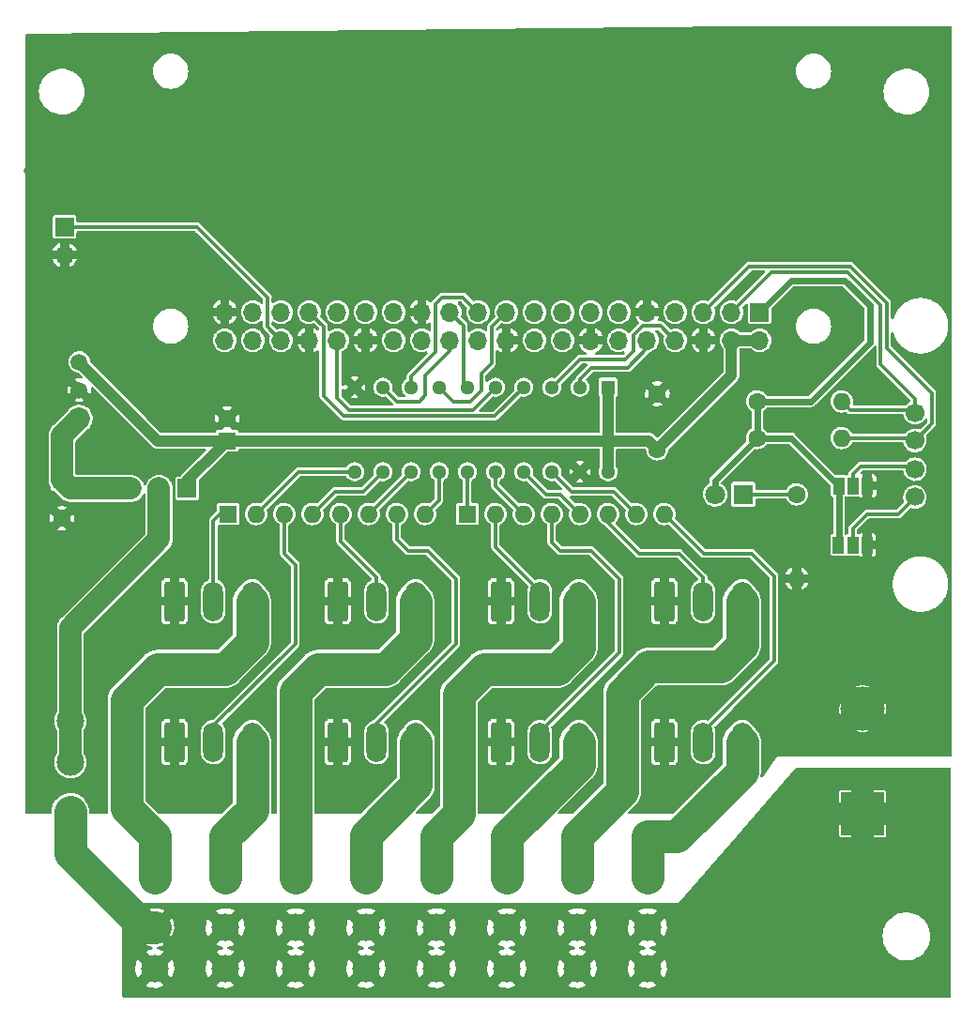
<source format=gbr>
G04 #@! TF.GenerationSoftware,KiCad,Pcbnew,(5.99.0-13060-g64f77b3596)*
G04 #@! TF.CreationDate,2021-11-03T21:45:31-04:00*
G04 #@! TF.ProjectId,PI_W_Controller,50495f57-5f43-46f6-9e74-726f6c6c6572,v1*
G04 #@! TF.SameCoordinates,Original*
G04 #@! TF.FileFunction,Copper,L1,Top*
G04 #@! TF.FilePolarity,Positive*
%FSLAX46Y46*%
G04 Gerber Fmt 4.6, Leading zero omitted, Abs format (unit mm)*
G04 Created by KiCad (PCBNEW (5.99.0-13060-g64f77b3596)) date 2021-11-03 21:45:31*
%MOMM*%
%LPD*%
G01*
G04 APERTURE LIST*
G04 Aperture macros list*
%AMRoundRect*
0 Rectangle with rounded corners*
0 $1 Rounding radius*
0 $2 $3 $4 $5 $6 $7 $8 $9 X,Y pos of 4 corners*
0 Add a 4 corners polygon primitive as box body*
4,1,4,$2,$3,$4,$5,$6,$7,$8,$9,$2,$3,0*
0 Add four circle primitives for the rounded corners*
1,1,$1+$1,$2,$3*
1,1,$1+$1,$4,$5*
1,1,$1+$1,$6,$7*
1,1,$1+$1,$8,$9*
0 Add four rect primitives between the rounded corners*
20,1,$1+$1,$2,$3,$4,$5,0*
20,1,$1+$1,$4,$5,$6,$7,0*
20,1,$1+$1,$6,$7,$8,$9,0*
20,1,$1+$1,$8,$9,$2,$3,0*%
G04 Aperture macros list end*
G04 #@! TA.AperFunction,ComponentPad*
%ADD10R,1.600000X1.600000*%
G04 #@! TD*
G04 #@! TA.AperFunction,ComponentPad*
%ADD11C,1.600000*%
G04 #@! TD*
G04 #@! TA.AperFunction,ComponentPad*
%ADD12RoundRect,0.250000X-0.650000X-1.550000X0.650000X-1.550000X0.650000X1.550000X-0.650000X1.550000X0*%
G04 #@! TD*
G04 #@! TA.AperFunction,ComponentPad*
%ADD13O,1.800000X3.600000*%
G04 #@! TD*
G04 #@! TA.AperFunction,ComponentPad*
%ADD14C,1.700000*%
G04 #@! TD*
G04 #@! TA.AperFunction,ComponentPad*
%ADD15C,2.475000*%
G04 #@! TD*
G04 #@! TA.AperFunction,ComponentPad*
%ADD16O,1.600000X1.600000*%
G04 #@! TD*
G04 #@! TA.AperFunction,ComponentPad*
%ADD17R,1.295400X1.295400*%
G04 #@! TD*
G04 #@! TA.AperFunction,ComponentPad*
%ADD18C,1.295400*%
G04 #@! TD*
G04 #@! TA.AperFunction,ComponentPad*
%ADD19R,1.500000X1.500000*%
G04 #@! TD*
G04 #@! TA.AperFunction,ComponentPad*
%ADD20C,1.500000*%
G04 #@! TD*
G04 #@! TA.AperFunction,ComponentPad*
%ADD21R,1.800000X1.800000*%
G04 #@! TD*
G04 #@! TA.AperFunction,ComponentPad*
%ADD22C,1.800000*%
G04 #@! TD*
G04 #@! TA.AperFunction,SMDPad,CuDef*
%ADD23R,1.000000X1.500000*%
G04 #@! TD*
G04 #@! TA.AperFunction,ComponentPad*
%ADD24R,1.700000X1.700000*%
G04 #@! TD*
G04 #@! TA.AperFunction,ComponentPad*
%ADD25O,1.700000X1.700000*%
G04 #@! TD*
G04 #@! TA.AperFunction,ComponentPad*
%ADD26C,4.000000*%
G04 #@! TD*
G04 #@! TA.AperFunction,ComponentPad*
%ADD27R,4.000000X4.000000*%
G04 #@! TD*
G04 #@! TA.AperFunction,ViaPad*
%ADD28C,0.800000*%
G04 #@! TD*
G04 #@! TA.AperFunction,Conductor*
%ADD29C,0.350000*%
G04 #@! TD*
G04 #@! TA.AperFunction,Conductor*
%ADD30C,0.600000*%
G04 #@! TD*
G04 #@! TA.AperFunction,Conductor*
%ADD31C,3.000000*%
G04 #@! TD*
G04 #@! TA.AperFunction,Conductor*
%ADD32C,1.000000*%
G04 #@! TD*
G04 #@! TA.AperFunction,Conductor*
%ADD33C,2.000000*%
G04 #@! TD*
G04 APERTURE END LIST*
D10*
X134800000Y-82800000D03*
D11*
X134800000Y-80800000D03*
D12*
X130048000Y-97282000D03*
D13*
X133548000Y-97282000D03*
X137048000Y-97282000D03*
D12*
X159512000Y-97282000D03*
D13*
X163012000Y-97282000D03*
X166512000Y-97282000D03*
D12*
X174244000Y-109982000D03*
D13*
X177744000Y-109982000D03*
X181244000Y-109982000D03*
D14*
X196850000Y-80274000D03*
X196850000Y-82774000D03*
X196850000Y-85374000D03*
X196850000Y-87874000D03*
D15*
X128270000Y-130410000D03*
X128270000Y-126710000D03*
X128270000Y-122210000D03*
X128270000Y-118510000D03*
X140970000Y-130410000D03*
X140970000Y-126710000D03*
X140970000Y-122210000D03*
X140970000Y-118510000D03*
X147320000Y-130410000D03*
X147320000Y-126710000D03*
X147320000Y-122210000D03*
X147320000Y-118510000D03*
X153670000Y-130410000D03*
X153670000Y-126710000D03*
X153670000Y-122210000D03*
X153670000Y-118510000D03*
X172720000Y-130410000D03*
X172720000Y-126710000D03*
X172720000Y-122210000D03*
X172720000Y-118510000D03*
D12*
X174244000Y-97282000D03*
D13*
X177744000Y-97282000D03*
X181244000Y-97282000D03*
D10*
X119900000Y-86300000D03*
D11*
X119900000Y-89800000D03*
D12*
X159512000Y-109982000D03*
D13*
X163012000Y-109982000D03*
X166512000Y-109982000D03*
D15*
X120650000Y-119996000D03*
X120650000Y-116296000D03*
X120650000Y-111796000D03*
X120650000Y-108096000D03*
D10*
X156464000Y-89408000D03*
D16*
X159004000Y-89408000D03*
X161544000Y-89408000D03*
X164084000Y-89408000D03*
X166624000Y-89408000D03*
X169164000Y-89408000D03*
X171704000Y-89408000D03*
X174244000Y-89408000D03*
D11*
X186182000Y-87630000D03*
D16*
X186182000Y-95250000D03*
D12*
X144780000Y-109982000D03*
D13*
X148280000Y-109982000D03*
X151780000Y-109982000D03*
D11*
X182626000Y-82550000D03*
D16*
X190246000Y-82550000D03*
D10*
X134874000Y-89408000D03*
D16*
X137414000Y-89408000D03*
X139954000Y-89408000D03*
X142494000Y-89408000D03*
X145034000Y-89408000D03*
X147574000Y-89408000D03*
X150114000Y-89408000D03*
X152654000Y-89408000D03*
D17*
X169164000Y-77978000D03*
D18*
X166624000Y-77978000D03*
X164084000Y-77978000D03*
X161544000Y-77978000D03*
X159004000Y-77978000D03*
X156464000Y-77978000D03*
X153924000Y-77978000D03*
X151384000Y-77978000D03*
X148844000Y-77978000D03*
X146304000Y-77978000D03*
X146304000Y-85598000D03*
X148844000Y-85598000D03*
X151384000Y-85598000D03*
X153924000Y-85598000D03*
X156464000Y-85598000D03*
X159004000Y-85598000D03*
X161544000Y-85598000D03*
X164084000Y-85598000D03*
X166624000Y-85598000D03*
X169164000Y-85598000D03*
D19*
X121462500Y-80772000D03*
D20*
X121462500Y-78232000D03*
X121462500Y-75692000D03*
D12*
X130048000Y-109982000D03*
D13*
X133548000Y-109982000D03*
X137048000Y-109982000D03*
D21*
X181361000Y-87630000D03*
D22*
X178821000Y-87630000D03*
D11*
X182626000Y-79248000D03*
D16*
X190246000Y-79248000D03*
D15*
X134620000Y-130410000D03*
X134620000Y-126710000D03*
X134620000Y-122210000D03*
X134620000Y-118510000D03*
X166370000Y-130410000D03*
X166370000Y-126710000D03*
X166370000Y-122210000D03*
X166370000Y-118510000D03*
X160020000Y-130410000D03*
X160020000Y-126710000D03*
X160020000Y-122210000D03*
X160020000Y-118510000D03*
D23*
X189962000Y-86868000D03*
X191262000Y-86868000D03*
X192562000Y-86868000D03*
D12*
X144780000Y-97282000D03*
D13*
X148280000Y-97282000D03*
X151780000Y-97282000D03*
D11*
X173609000Y-83566000D03*
X173609000Y-78566000D03*
D24*
X131200000Y-87100000D03*
D25*
X128660000Y-87100000D03*
X126120000Y-87100000D03*
D26*
X192133000Y-106965000D03*
D27*
X192133000Y-116465000D03*
D24*
X120142000Y-63500000D03*
D25*
X120142000Y-66040000D03*
D23*
X189932000Y-92202000D03*
X191232000Y-92202000D03*
X192532000Y-92202000D03*
D25*
X134583000Y-73739000D03*
X134583000Y-71199000D03*
X137123000Y-73739000D03*
X137123000Y-71199000D03*
X139663000Y-73739000D03*
X139663000Y-71199000D03*
X142203000Y-73739000D03*
X142203000Y-71199000D03*
X144743000Y-73739000D03*
X144743000Y-71199000D03*
X147283000Y-73739000D03*
X147283000Y-71199000D03*
X149823000Y-73739000D03*
X149823000Y-71199000D03*
X152363000Y-73739000D03*
X152363000Y-71199000D03*
X154903000Y-73739000D03*
X154903000Y-71199000D03*
X157443000Y-73739000D03*
X157443000Y-71199000D03*
X159983000Y-73739000D03*
X159983000Y-71199000D03*
X162523000Y-73739000D03*
X162523000Y-71199000D03*
X165063000Y-73739000D03*
X165063000Y-71199000D03*
X167603000Y-73739000D03*
X167603000Y-71199000D03*
X170143000Y-73739000D03*
X170143000Y-71199000D03*
X172683000Y-73739000D03*
X172683000Y-71199000D03*
X175223000Y-73739000D03*
X175223000Y-71199000D03*
X177763000Y-73739000D03*
X177763000Y-71199000D03*
X180303000Y-73739000D03*
X180303000Y-71199000D03*
X182843000Y-73739000D03*
D24*
X182843000Y-71199000D03*
D28*
X191516000Y-77470000D03*
X188214000Y-82550000D03*
X180594000Y-79502000D03*
X186690000Y-77470000D03*
X185420000Y-109220000D03*
X123190000Y-114300000D03*
X134620000Y-76200000D03*
X142240000Y-76200000D03*
X180340000Y-91440000D03*
X182880000Y-91440000D03*
X118110000Y-102870000D03*
X118110000Y-114300000D03*
X124460000Y-91440000D03*
X124460000Y-73660000D03*
X138430000Y-85090000D03*
X142240000Y-81280000D03*
X129540000Y-81280000D03*
X193040000Y-48260000D03*
X116840000Y-58420000D03*
X129540000Y-66040000D03*
X124460000Y-66040000D03*
X137160000Y-66040000D03*
X149860000Y-66040000D03*
X162560000Y-66040000D03*
X182880000Y-65532000D03*
X124460000Y-48260000D03*
X124460000Y-58420000D03*
X137160000Y-58420000D03*
X149860000Y-58420000D03*
X162560000Y-58420000D03*
X182880000Y-58420000D03*
X195580000Y-66040000D03*
X195580000Y-58420000D03*
X182880000Y-48260000D03*
X175260000Y-48260000D03*
X162560000Y-48260000D03*
X149860000Y-48260000D03*
X137160000Y-48260000D03*
X117602000Y-74168000D03*
X117602000Y-80518000D03*
X128270000Y-84328000D03*
X123190000Y-84074000D03*
X163068000Y-80518000D03*
X167386000Y-80518000D03*
X177038000Y-84328000D03*
X171958000Y-87122000D03*
X182118000Y-75692000D03*
X184404000Y-81026000D03*
X198882000Y-90170000D03*
X188468000Y-89662000D03*
X194564000Y-78740000D03*
X194818000Y-81280000D03*
X194818000Y-83820000D03*
X185928000Y-85090000D03*
X182118000Y-85090000D03*
X194310000Y-86868000D03*
X194056000Y-92202000D03*
D29*
X143510000Y-72506000D02*
X142203000Y-71199000D01*
X145329520Y-80559520D02*
X143510000Y-78740000D01*
X158962480Y-80559520D02*
X145329520Y-80559520D01*
X161544000Y-77978000D02*
X158962480Y-80559520D01*
X143510000Y-78740000D02*
X143510000Y-72506000D01*
X156972000Y-80010000D02*
X159004000Y-77978000D01*
X145796000Y-80010000D02*
X156972000Y-80010000D01*
X144743000Y-78957000D02*
X145796000Y-80010000D01*
X144743000Y-73739000D02*
X144743000Y-78957000D01*
D30*
X189962000Y-92172000D02*
X189932000Y-92202000D01*
X189962000Y-86868000D02*
X189962000Y-92172000D01*
X185644000Y-82550000D02*
X189962000Y-86868000D01*
X182626000Y-82550000D02*
X185644000Y-82550000D01*
X182626000Y-79248000D02*
X182626000Y-82550000D01*
X178821000Y-86355000D02*
X178821000Y-87630000D01*
X182626000Y-82550000D02*
X178821000Y-86355000D01*
X187452000Y-79248000D02*
X182626000Y-79248000D01*
X192786000Y-73914000D02*
X187452000Y-79248000D01*
X192786000Y-70580958D02*
X192786000Y-73914000D01*
X185716000Y-68326000D02*
X190531042Y-68326000D01*
X182843000Y-71199000D02*
X185716000Y-68326000D01*
X190531042Y-68326000D02*
X192786000Y-70580958D01*
D29*
X190780382Y-67605520D02*
X183896480Y-67605520D01*
X193760480Y-70585618D02*
X190780382Y-67605520D01*
X193760480Y-75904480D02*
X193760480Y-70585618D01*
X183896480Y-67605520D02*
X180303000Y-71199000D01*
X196850000Y-78994000D02*
X193760480Y-75904480D01*
X196850000Y-80274000D02*
X196850000Y-78994000D01*
X198374000Y-78486000D02*
X198374000Y-81250000D01*
X194310000Y-74422000D02*
X198374000Y-78486000D01*
X194310000Y-70358000D02*
X194310000Y-74422000D01*
X191008000Y-67056000D02*
X194310000Y-70358000D01*
X197074000Y-82550000D02*
X190246000Y-82550000D01*
X181906000Y-67056000D02*
X191008000Y-67056000D01*
X177763000Y-71199000D02*
X181906000Y-67056000D01*
X198374000Y-81250000D02*
X197074000Y-82550000D01*
X150114000Y-91694000D02*
X150114000Y-89408000D01*
X155448000Y-101092000D02*
X155448000Y-95250000D01*
X148336000Y-108204000D02*
X155448000Y-101092000D01*
X148336000Y-109982000D02*
X148336000Y-108204000D01*
X155448000Y-95250000D02*
X152908000Y-92710000D01*
X152908000Y-92710000D02*
X151130000Y-92710000D01*
X151130000Y-92710000D02*
X150114000Y-91694000D01*
X177744000Y-109082000D02*
X177744000Y-109982000D01*
X184150000Y-94996000D02*
X184150000Y-102676000D01*
X182118000Y-92964000D02*
X184150000Y-94996000D01*
X177800000Y-92964000D02*
X182118000Y-92964000D01*
X174244000Y-89408000D02*
X177800000Y-92964000D01*
X184150000Y-102676000D02*
X177744000Y-109082000D01*
X196586000Y-80010000D02*
X196850000Y-80274000D01*
X191008000Y-80010000D02*
X196586000Y-80010000D01*
X190246000Y-79248000D02*
X191008000Y-80010000D01*
D31*
X127364000Y-126710000D02*
X128270000Y-126710000D01*
X120650000Y-119996000D02*
X120650000Y-116296000D01*
X120650000Y-119996000D02*
X127364000Y-126710000D01*
D32*
X134804000Y-82804000D02*
X134800000Y-82800000D01*
X173609000Y-83566000D02*
X172847000Y-82804000D01*
X131200000Y-86400000D02*
X134200000Y-83400000D01*
X180303000Y-73739000D02*
X182843000Y-73739000D01*
X128570500Y-82800000D02*
X134800000Y-82800000D01*
X169164000Y-83617033D02*
X169164000Y-82804000D01*
X169164000Y-82804000D02*
X172847000Y-82804000D01*
X169164000Y-79625700D02*
X169164000Y-83617033D01*
X169164000Y-77978000D02*
X169164000Y-79625700D01*
X172847000Y-82804000D02*
X134804000Y-82804000D01*
X180303000Y-76872000D02*
X180303000Y-73739000D01*
X121462500Y-75692000D02*
X128570500Y-82800000D01*
X169164000Y-83617033D02*
X169164000Y-85598000D01*
X173609000Y-83566000D02*
X180303000Y-76872000D01*
X131200000Y-87100000D02*
X131200000Y-86400000D01*
X134800000Y-82800000D02*
X134700000Y-82700000D01*
X134800000Y-82800000D02*
X134200000Y-83400000D01*
D31*
X128524000Y-103378000D02*
X134620000Y-103378000D01*
X134620000Y-103378000D02*
X137048000Y-100950000D01*
X128270000Y-118510000D02*
X125730000Y-115970000D01*
X125730000Y-115970000D02*
X125730000Y-106172000D01*
X125730000Y-106172000D02*
X128524000Y-103378000D01*
X137048000Y-100950000D02*
X137048000Y-97282000D01*
X128270000Y-118510000D02*
X128270000Y-122210000D01*
X134620000Y-118510000D02*
X137048000Y-116082000D01*
X134620000Y-122210000D02*
X134620000Y-118510000D01*
X137048000Y-116082000D02*
X137048000Y-109982000D01*
X143002000Y-103378000D02*
X149098000Y-103378000D01*
X140970000Y-122210000D02*
X140970000Y-118510000D01*
X151780000Y-100696000D02*
X151780000Y-97282000D01*
X140970000Y-118510000D02*
X140970000Y-105410000D01*
X149098000Y-103378000D02*
X151780000Y-100696000D01*
X140970000Y-105410000D02*
X143002000Y-103378000D01*
X147320000Y-118364000D02*
X151836000Y-113848000D01*
X151836000Y-113848000D02*
X151836000Y-109982000D01*
X147320000Y-122210000D02*
X147320000Y-118510000D01*
X147320000Y-118510000D02*
X147320000Y-118364000D01*
X155702000Y-105664000D02*
X157988000Y-103378000D01*
X166512000Y-101458000D02*
X166512000Y-97282000D01*
X164592000Y-103378000D02*
X166512000Y-101458000D01*
X153670000Y-118510000D02*
X155702000Y-116478000D01*
X157988000Y-103378000D02*
X164592000Y-103378000D01*
X153670000Y-122210000D02*
X153670000Y-118510000D01*
X155702000Y-116478000D02*
X155702000Y-105664000D01*
D33*
X120650000Y-108096000D02*
X120650000Y-99695000D01*
X128660000Y-91685000D02*
X128660000Y-87100000D01*
X120650000Y-111796000D02*
X120650000Y-108096000D01*
X120650000Y-99695000D02*
X128660000Y-91685000D01*
D29*
X144526000Y-87376000D02*
X142494000Y-89408000D01*
X147066000Y-87376000D02*
X144526000Y-87376000D01*
X148844000Y-85598000D02*
X147066000Y-87376000D01*
X141224000Y-85598000D02*
X137414000Y-89408000D01*
X146304000Y-85598000D02*
X141224000Y-85598000D01*
X159004000Y-85598000D02*
X159004000Y-86868000D01*
X159004000Y-86868000D02*
X161544000Y-89408000D01*
X156464000Y-88258000D02*
X156464000Y-85598000D01*
X156464000Y-89408000D02*
X156464000Y-88258000D01*
X153924000Y-88138000D02*
X153924000Y-85598000D01*
X152654000Y-89408000D02*
X153924000Y-88138000D01*
X151384000Y-85598000D02*
X147574000Y-89408000D01*
X165862000Y-87376000D02*
X164084000Y-85598000D01*
X169672000Y-87376000D02*
X165862000Y-87376000D01*
X171704000Y-89408000D02*
X169672000Y-87376000D01*
X164846000Y-87630000D02*
X166624000Y-89408000D01*
X161544000Y-85598000D02*
X163576000Y-87630000D01*
X163576000Y-87630000D02*
X164846000Y-87630000D01*
X181361000Y-87630000D02*
X186182000Y-87630000D01*
D31*
X166512000Y-112018000D02*
X166512000Y-109982000D01*
X160020000Y-122210000D02*
X160020000Y-118510000D01*
X160020000Y-118510000D02*
X166512000Y-112018000D01*
X181244000Y-101229400D02*
X181244000Y-97282000D01*
X179298600Y-103174800D02*
X181244000Y-101229400D01*
X170434000Y-105572101D02*
X172831301Y-103174800D01*
X166370000Y-118474000D02*
X170434000Y-114410000D01*
X170434000Y-114410000D02*
X170434000Y-105572101D01*
X166370000Y-122174000D02*
X166370000Y-118474000D01*
X172831301Y-103174800D02*
X179298600Y-103174800D01*
X175368000Y-118510000D02*
X181244000Y-112634000D01*
X172720000Y-118510000D02*
X175368000Y-118510000D01*
X172720000Y-122210000D02*
X172720000Y-118510000D01*
X181244000Y-112634000D02*
X181244000Y-109982000D01*
D33*
X126120000Y-87100000D02*
X120700000Y-87100000D01*
X120700000Y-87100000D02*
X119900000Y-86300000D01*
X119900000Y-82334500D02*
X121462500Y-80772000D01*
X119900000Y-86300000D02*
X119900000Y-82334500D01*
D29*
X133548000Y-97282000D02*
X133548000Y-90022800D01*
X134162800Y-89408000D02*
X134874000Y-89408000D01*
X133548000Y-90022800D02*
X134162800Y-89408000D01*
X133548000Y-109982000D02*
X133548000Y-108514000D01*
X133548000Y-108514000D02*
X140970000Y-101092000D01*
X140970000Y-93980000D02*
X139954000Y-92964000D01*
X139954000Y-92964000D02*
X139954000Y-89408000D01*
X140970000Y-101092000D02*
X140970000Y-93980000D01*
X148280000Y-97282000D02*
X148280000Y-95132000D01*
X148280000Y-95132000D02*
X145034000Y-91886000D01*
X145034000Y-91886000D02*
X145034000Y-89408000D01*
X163012000Y-96382000D02*
X159004000Y-92374000D01*
X159004000Y-92374000D02*
X159004000Y-89408000D01*
X163012000Y-97282000D02*
X163012000Y-96382000D01*
X170180000Y-95250000D02*
X167640000Y-92710000D01*
X170180000Y-101914000D02*
X170180000Y-95250000D01*
X163012000Y-109082000D02*
X170180000Y-101914000D01*
X167640000Y-92710000D02*
X164846000Y-92710000D01*
X164084000Y-91948000D02*
X164084000Y-89408000D01*
X164846000Y-92710000D02*
X164084000Y-91948000D01*
X163012000Y-109982000D02*
X163012000Y-109082000D01*
X171958000Y-92964000D02*
X169164000Y-90170000D01*
X177744000Y-97282000D02*
X177744000Y-95132000D01*
X175576000Y-92964000D02*
X171958000Y-92964000D01*
X169164000Y-90170000D02*
X169164000Y-89408000D01*
X177744000Y-95132000D02*
X175576000Y-92964000D01*
X196566000Y-85090000D02*
X191940000Y-85090000D01*
X191262000Y-85768000D02*
X191262000Y-86868000D01*
X196850000Y-85374000D02*
X196566000Y-85090000D01*
X191940000Y-85090000D02*
X191262000Y-85768000D01*
X195326000Y-89408000D02*
X192532000Y-89408000D01*
X196850000Y-87884000D02*
X195326000Y-89408000D01*
X192532000Y-89408000D02*
X191232000Y-90708000D01*
X196850000Y-87874000D02*
X196850000Y-87884000D01*
X191232000Y-90708000D02*
X191232000Y-92202000D01*
X154903000Y-74713000D02*
X152693187Y-76922813D01*
X152693187Y-78700813D02*
X152146000Y-79248000D01*
X154903000Y-73739000D02*
X154903000Y-74713000D01*
X150114000Y-79248000D02*
X148844000Y-77978000D01*
X152146000Y-79248000D02*
X150114000Y-79248000D01*
X152693187Y-76922813D02*
X152693187Y-78700813D01*
X156094000Y-69850000D02*
X154178000Y-69850000D01*
X154178000Y-69850000D02*
X153587511Y-70440489D01*
X153587511Y-70440489D02*
X153587511Y-74758489D01*
X157443000Y-71199000D02*
X156094000Y-69850000D01*
X153587511Y-74758489D02*
X151384000Y-76962000D01*
X151384000Y-76962000D02*
X151384000Y-77978000D01*
X158667511Y-75774489D02*
X157734000Y-76708000D01*
X155194000Y-79248000D02*
X153924000Y-77978000D01*
X158667511Y-72514489D02*
X158667511Y-75774489D01*
X159983000Y-71199000D02*
X158667511Y-72514489D01*
X157734000Y-78232000D02*
X156718000Y-79248000D01*
X157734000Y-76708000D02*
X157734000Y-78232000D01*
X156718000Y-79248000D02*
X155194000Y-79248000D01*
X156127511Y-77641511D02*
X156464000Y-77978000D01*
X154903000Y-71199000D02*
X156127511Y-72423511D01*
X156925721Y-77978000D02*
X156464000Y-77978000D01*
X156127511Y-72423511D02*
X156127511Y-77641511D01*
X171450000Y-74676000D02*
X170688000Y-75438000D01*
X175223000Y-73739000D02*
X173907511Y-72423511D01*
X173907511Y-72423511D02*
X172266768Y-72423511D01*
X172266768Y-72423511D02*
X171450000Y-73240279D01*
X171450000Y-73240279D02*
X171450000Y-74676000D01*
X170688000Y-75438000D02*
X166624000Y-75438000D01*
X166624000Y-75438000D02*
X164084000Y-77978000D01*
X172683000Y-73739000D02*
X172683000Y-74459000D01*
X166624000Y-77216000D02*
X166624000Y-77978000D01*
X167640000Y-76200000D02*
X166624000Y-77216000D01*
X172683000Y-74459000D02*
X170942000Y-76200000D01*
X170942000Y-76200000D02*
X167640000Y-76200000D01*
X120142000Y-63500000D02*
X132080000Y-63500000D01*
X138438489Y-72514489D02*
X139663000Y-73739000D01*
X138438489Y-69858489D02*
X138438489Y-72514489D01*
X132080000Y-63500000D02*
X138438489Y-69858489D01*
G04 #@! TA.AperFunction,Conductor*
G36*
X200040121Y-112288002D02*
G01*
X200086614Y-112341658D01*
X200098000Y-112394000D01*
X200098000Y-132916000D01*
X200077998Y-132984121D01*
X200024342Y-133030614D01*
X199972000Y-133042000D01*
X125475000Y-133042000D01*
X125406879Y-133021998D01*
X125360386Y-132968342D01*
X125349000Y-132916000D01*
X125349000Y-131945786D01*
X127446941Y-131945786D01*
X127451407Y-131951752D01*
X127567889Y-132013036D01*
X127576452Y-132016759D01*
X127812549Y-132099209D01*
X127821558Y-132101623D01*
X128067261Y-132148271D01*
X128076518Y-132149325D01*
X128326420Y-132159145D01*
X128335733Y-132158819D01*
X128584343Y-132131591D01*
X128593497Y-132129895D01*
X128835350Y-132066221D01*
X128844170Y-132063184D01*
X129073954Y-131964460D01*
X129082213Y-131960160D01*
X129085861Y-131957903D01*
X129095275Y-131947406D01*
X129094568Y-131945786D01*
X133796941Y-131945786D01*
X133801407Y-131951752D01*
X133917889Y-132013036D01*
X133926452Y-132016759D01*
X134162549Y-132099209D01*
X134171558Y-132101623D01*
X134417261Y-132148271D01*
X134426518Y-132149325D01*
X134676420Y-132159145D01*
X134685733Y-132158819D01*
X134934343Y-132131591D01*
X134943497Y-132129895D01*
X135185350Y-132066221D01*
X135194170Y-132063184D01*
X135423954Y-131964460D01*
X135432213Y-131960160D01*
X135435861Y-131957903D01*
X135445275Y-131947406D01*
X135444568Y-131945786D01*
X140146941Y-131945786D01*
X140151407Y-131951752D01*
X140267889Y-132013036D01*
X140276452Y-132016759D01*
X140512549Y-132099209D01*
X140521558Y-132101623D01*
X140767261Y-132148271D01*
X140776518Y-132149325D01*
X141026420Y-132159145D01*
X141035733Y-132158819D01*
X141284343Y-132131591D01*
X141293497Y-132129895D01*
X141535350Y-132066221D01*
X141544170Y-132063184D01*
X141773954Y-131964460D01*
X141782213Y-131960160D01*
X141785861Y-131957903D01*
X141795275Y-131947406D01*
X141794568Y-131945786D01*
X146496941Y-131945786D01*
X146501407Y-131951752D01*
X146617889Y-132013036D01*
X146626452Y-132016759D01*
X146862549Y-132099209D01*
X146871558Y-132101623D01*
X147117261Y-132148271D01*
X147126518Y-132149325D01*
X147376420Y-132159145D01*
X147385733Y-132158819D01*
X147634343Y-132131591D01*
X147643497Y-132129895D01*
X147885350Y-132066221D01*
X147894170Y-132063184D01*
X148123954Y-131964460D01*
X148132213Y-131960160D01*
X148135861Y-131957903D01*
X148145275Y-131947406D01*
X148144568Y-131945786D01*
X152846941Y-131945786D01*
X152851407Y-131951752D01*
X152967889Y-132013036D01*
X152976452Y-132016759D01*
X153212549Y-132099209D01*
X153221558Y-132101623D01*
X153467261Y-132148271D01*
X153476518Y-132149325D01*
X153726420Y-132159145D01*
X153735733Y-132158819D01*
X153984343Y-132131591D01*
X153993497Y-132129895D01*
X154235350Y-132066221D01*
X154244170Y-132063184D01*
X154473954Y-131964460D01*
X154482213Y-131960160D01*
X154485861Y-131957903D01*
X154495275Y-131947406D01*
X154494568Y-131945786D01*
X159196941Y-131945786D01*
X159201407Y-131951752D01*
X159317889Y-132013036D01*
X159326452Y-132016759D01*
X159562549Y-132099209D01*
X159571558Y-132101623D01*
X159817261Y-132148271D01*
X159826518Y-132149325D01*
X160076420Y-132159145D01*
X160085733Y-132158819D01*
X160334343Y-132131591D01*
X160343497Y-132129895D01*
X160585350Y-132066221D01*
X160594170Y-132063184D01*
X160823954Y-131964460D01*
X160832213Y-131960160D01*
X160835861Y-131957903D01*
X160845275Y-131947406D01*
X160844568Y-131945786D01*
X165546941Y-131945786D01*
X165551407Y-131951752D01*
X165667889Y-132013036D01*
X165676452Y-132016759D01*
X165912549Y-132099209D01*
X165921558Y-132101623D01*
X166167261Y-132148271D01*
X166176518Y-132149325D01*
X166426420Y-132159145D01*
X166435733Y-132158819D01*
X166684343Y-132131591D01*
X166693497Y-132129895D01*
X166935350Y-132066221D01*
X166944170Y-132063184D01*
X167173954Y-131964460D01*
X167182213Y-131960160D01*
X167185861Y-131957903D01*
X167195275Y-131947406D01*
X167194568Y-131945786D01*
X171896941Y-131945786D01*
X171901407Y-131951752D01*
X172017889Y-132013036D01*
X172026452Y-132016759D01*
X172262549Y-132099209D01*
X172271558Y-132101623D01*
X172517261Y-132148271D01*
X172526518Y-132149325D01*
X172776420Y-132159145D01*
X172785733Y-132158819D01*
X173034343Y-132131591D01*
X173043497Y-132129895D01*
X173285350Y-132066221D01*
X173294170Y-132063184D01*
X173523954Y-131964460D01*
X173532213Y-131960160D01*
X173535861Y-131957903D01*
X173545275Y-131947406D01*
X173541388Y-131938495D01*
X172732812Y-131129919D01*
X172718868Y-131122305D01*
X172717035Y-131122436D01*
X172710420Y-131126687D01*
X171903701Y-131933406D01*
X171896941Y-131945786D01*
X167194568Y-131945786D01*
X167191388Y-131938495D01*
X166382812Y-131129919D01*
X166368868Y-131122305D01*
X166367035Y-131122436D01*
X166360420Y-131126687D01*
X165553701Y-131933406D01*
X165546941Y-131945786D01*
X160844568Y-131945786D01*
X160841388Y-131938495D01*
X160032812Y-131129919D01*
X160018868Y-131122305D01*
X160017035Y-131122436D01*
X160010420Y-131126687D01*
X159203701Y-131933406D01*
X159196941Y-131945786D01*
X154494568Y-131945786D01*
X154491388Y-131938495D01*
X153682812Y-131129919D01*
X153668868Y-131122305D01*
X153667035Y-131122436D01*
X153660420Y-131126687D01*
X152853701Y-131933406D01*
X152846941Y-131945786D01*
X148144568Y-131945786D01*
X148141388Y-131938495D01*
X147332812Y-131129919D01*
X147318868Y-131122305D01*
X147317035Y-131122436D01*
X147310420Y-131126687D01*
X146503701Y-131933406D01*
X146496941Y-131945786D01*
X141794568Y-131945786D01*
X141791388Y-131938495D01*
X140982812Y-131129919D01*
X140968868Y-131122305D01*
X140967035Y-131122436D01*
X140960420Y-131126687D01*
X140153701Y-131933406D01*
X140146941Y-131945786D01*
X135444568Y-131945786D01*
X135441388Y-131938495D01*
X134632812Y-131129919D01*
X134618868Y-131122305D01*
X134617035Y-131122436D01*
X134610420Y-131126687D01*
X133803701Y-131933406D01*
X133796941Y-131945786D01*
X129094568Y-131945786D01*
X129091388Y-131938495D01*
X128282812Y-131129919D01*
X128268868Y-131122305D01*
X128267035Y-131122436D01*
X128260420Y-131126687D01*
X127453701Y-131933406D01*
X127446941Y-131945786D01*
X125349000Y-131945786D01*
X125349000Y-130368852D01*
X126520430Y-130368852D01*
X126532429Y-130618647D01*
X126533566Y-130627907D01*
X126582356Y-130873192D01*
X126584845Y-130882167D01*
X126669355Y-131117545D01*
X126673152Y-131126073D01*
X126725277Y-131223082D01*
X126735182Y-131233121D01*
X126742414Y-131230479D01*
X127550081Y-130422812D01*
X127556459Y-130411132D01*
X128982305Y-130411132D01*
X128982436Y-130412965D01*
X128986687Y-130419580D01*
X129796721Y-131229614D01*
X129809101Y-131236374D01*
X129813866Y-131232807D01*
X129912909Y-131012938D01*
X129916103Y-131004163D01*
X129983985Y-130763470D01*
X129985843Y-130754341D01*
X130017597Y-130504740D01*
X130018078Y-130498452D01*
X130020311Y-130413159D01*
X130020160Y-130406851D01*
X130017336Y-130368852D01*
X132870430Y-130368852D01*
X132882429Y-130618647D01*
X132883566Y-130627907D01*
X132932356Y-130873192D01*
X132934845Y-130882167D01*
X133019355Y-131117545D01*
X133023152Y-131126073D01*
X133075277Y-131223082D01*
X133085182Y-131233121D01*
X133092414Y-131230479D01*
X133900081Y-130422812D01*
X133906459Y-130411132D01*
X135332305Y-130411132D01*
X135332436Y-130412965D01*
X135336687Y-130419580D01*
X136146721Y-131229614D01*
X136159101Y-131236374D01*
X136163866Y-131232807D01*
X136262909Y-131012938D01*
X136266103Y-131004163D01*
X136333985Y-130763470D01*
X136335843Y-130754341D01*
X136367597Y-130504740D01*
X136368078Y-130498452D01*
X136370311Y-130413159D01*
X136370160Y-130406851D01*
X136367336Y-130368852D01*
X139220430Y-130368852D01*
X139232429Y-130618647D01*
X139233566Y-130627907D01*
X139282356Y-130873192D01*
X139284845Y-130882167D01*
X139369355Y-131117545D01*
X139373152Y-131126073D01*
X139425277Y-131223082D01*
X139435182Y-131233121D01*
X139442414Y-131230479D01*
X140250081Y-130422812D01*
X140256459Y-130411132D01*
X141682305Y-130411132D01*
X141682436Y-130412965D01*
X141686687Y-130419580D01*
X142496721Y-131229614D01*
X142509101Y-131236374D01*
X142513866Y-131232807D01*
X142612909Y-131012938D01*
X142616103Y-131004163D01*
X142683985Y-130763470D01*
X142685843Y-130754341D01*
X142717597Y-130504740D01*
X142718078Y-130498452D01*
X142720311Y-130413159D01*
X142720160Y-130406851D01*
X142717336Y-130368852D01*
X145570430Y-130368852D01*
X145582429Y-130618647D01*
X145583566Y-130627907D01*
X145632356Y-130873192D01*
X145634845Y-130882167D01*
X145719355Y-131117545D01*
X145723152Y-131126073D01*
X145775277Y-131223082D01*
X145785182Y-131233121D01*
X145792414Y-131230479D01*
X146600081Y-130422812D01*
X146606459Y-130411132D01*
X148032305Y-130411132D01*
X148032436Y-130412965D01*
X148036687Y-130419580D01*
X148846721Y-131229614D01*
X148859101Y-131236374D01*
X148863866Y-131232807D01*
X148962909Y-131012938D01*
X148966103Y-131004163D01*
X149033985Y-130763470D01*
X149035843Y-130754341D01*
X149067597Y-130504740D01*
X149068078Y-130498452D01*
X149070311Y-130413159D01*
X149070160Y-130406851D01*
X149067336Y-130368852D01*
X151920430Y-130368852D01*
X151932429Y-130618647D01*
X151933566Y-130627907D01*
X151982356Y-130873192D01*
X151984845Y-130882167D01*
X152069355Y-131117545D01*
X152073152Y-131126073D01*
X152125277Y-131223082D01*
X152135182Y-131233121D01*
X152142414Y-131230479D01*
X152950081Y-130422812D01*
X152956459Y-130411132D01*
X154382305Y-130411132D01*
X154382436Y-130412965D01*
X154386687Y-130419580D01*
X155196721Y-131229614D01*
X155209101Y-131236374D01*
X155213866Y-131232807D01*
X155312909Y-131012938D01*
X155316103Y-131004163D01*
X155383985Y-130763470D01*
X155385843Y-130754341D01*
X155417597Y-130504740D01*
X155418078Y-130498452D01*
X155420311Y-130413159D01*
X155420160Y-130406851D01*
X155417336Y-130368852D01*
X158270430Y-130368852D01*
X158282429Y-130618647D01*
X158283566Y-130627907D01*
X158332356Y-130873192D01*
X158334845Y-130882167D01*
X158419355Y-131117545D01*
X158423152Y-131126073D01*
X158475277Y-131223082D01*
X158485182Y-131233121D01*
X158492414Y-131230479D01*
X159300081Y-130422812D01*
X159306459Y-130411132D01*
X160732305Y-130411132D01*
X160732436Y-130412965D01*
X160736687Y-130419580D01*
X161546721Y-131229614D01*
X161559101Y-131236374D01*
X161563866Y-131232807D01*
X161662909Y-131012938D01*
X161666103Y-131004163D01*
X161733985Y-130763470D01*
X161735843Y-130754341D01*
X161767597Y-130504740D01*
X161768078Y-130498452D01*
X161770311Y-130413159D01*
X161770160Y-130406851D01*
X161767336Y-130368852D01*
X164620430Y-130368852D01*
X164632429Y-130618647D01*
X164633566Y-130627907D01*
X164682356Y-130873192D01*
X164684845Y-130882167D01*
X164769355Y-131117545D01*
X164773152Y-131126073D01*
X164825277Y-131223082D01*
X164835182Y-131233121D01*
X164842414Y-131230479D01*
X165650081Y-130422812D01*
X165656459Y-130411132D01*
X167082305Y-130411132D01*
X167082436Y-130412965D01*
X167086687Y-130419580D01*
X167896721Y-131229614D01*
X167909101Y-131236374D01*
X167913866Y-131232807D01*
X168012909Y-131012938D01*
X168016103Y-131004163D01*
X168083985Y-130763470D01*
X168085843Y-130754341D01*
X168117597Y-130504740D01*
X168118078Y-130498452D01*
X168120311Y-130413159D01*
X168120160Y-130406851D01*
X168117336Y-130368852D01*
X170970430Y-130368852D01*
X170982429Y-130618647D01*
X170983566Y-130627907D01*
X171032356Y-130873192D01*
X171034845Y-130882167D01*
X171119355Y-131117545D01*
X171123152Y-131126073D01*
X171175277Y-131223082D01*
X171185182Y-131233121D01*
X171192414Y-131230479D01*
X172000081Y-130422812D01*
X172006459Y-130411132D01*
X173432305Y-130411132D01*
X173432436Y-130412965D01*
X173436687Y-130419580D01*
X174246721Y-131229614D01*
X174259101Y-131236374D01*
X174263866Y-131232807D01*
X174362909Y-131012938D01*
X174366103Y-131004163D01*
X174433985Y-130763470D01*
X174435843Y-130754341D01*
X174467597Y-130504740D01*
X174468078Y-130498452D01*
X174470311Y-130413159D01*
X174470160Y-130406851D01*
X174451513Y-130155927D01*
X174450136Y-130146721D01*
X174394941Y-129902791D01*
X174392217Y-129893880D01*
X174301575Y-129660794D01*
X174297561Y-129652378D01*
X174265514Y-129596309D01*
X174255351Y-129586534D01*
X174247450Y-129589657D01*
X173439919Y-130397188D01*
X173432305Y-130411132D01*
X172006459Y-130411132D01*
X172007695Y-130408868D01*
X172007564Y-130407035D01*
X172003313Y-130400420D01*
X171195044Y-129592151D01*
X171182664Y-129585391D01*
X171175144Y-129591021D01*
X171162811Y-129611345D01*
X171158581Y-129619647D01*
X171061867Y-129850282D01*
X171058910Y-129859120D01*
X170997349Y-130101516D01*
X170995730Y-130110699D01*
X170970675Y-130359525D01*
X170970430Y-130368852D01*
X168117336Y-130368852D01*
X168101513Y-130155927D01*
X168100136Y-130146721D01*
X168044941Y-129902791D01*
X168042217Y-129893880D01*
X167951575Y-129660794D01*
X167947561Y-129652378D01*
X167915514Y-129596309D01*
X167905351Y-129586534D01*
X167897450Y-129589657D01*
X167089919Y-130397188D01*
X167082305Y-130411132D01*
X165656459Y-130411132D01*
X165657695Y-130408868D01*
X165657564Y-130407035D01*
X165653313Y-130400420D01*
X164845044Y-129592151D01*
X164832664Y-129585391D01*
X164825144Y-129591021D01*
X164812811Y-129611345D01*
X164808581Y-129619647D01*
X164711867Y-129850282D01*
X164708910Y-129859120D01*
X164647349Y-130101516D01*
X164645730Y-130110699D01*
X164620675Y-130359525D01*
X164620430Y-130368852D01*
X161767336Y-130368852D01*
X161751513Y-130155927D01*
X161750136Y-130146721D01*
X161694941Y-129902791D01*
X161692217Y-129893880D01*
X161601575Y-129660794D01*
X161597561Y-129652378D01*
X161565514Y-129596309D01*
X161555351Y-129586534D01*
X161547450Y-129589657D01*
X160739919Y-130397188D01*
X160732305Y-130411132D01*
X159306459Y-130411132D01*
X159307695Y-130408868D01*
X159307564Y-130407035D01*
X159303313Y-130400420D01*
X158495044Y-129592151D01*
X158482664Y-129585391D01*
X158475144Y-129591021D01*
X158462811Y-129611345D01*
X158458581Y-129619647D01*
X158361867Y-129850282D01*
X158358910Y-129859120D01*
X158297349Y-130101516D01*
X158295730Y-130110699D01*
X158270675Y-130359525D01*
X158270430Y-130368852D01*
X155417336Y-130368852D01*
X155401513Y-130155927D01*
X155400136Y-130146721D01*
X155344941Y-129902791D01*
X155342217Y-129893880D01*
X155251575Y-129660794D01*
X155247561Y-129652378D01*
X155215514Y-129596309D01*
X155205351Y-129586534D01*
X155197450Y-129589657D01*
X154389919Y-130397188D01*
X154382305Y-130411132D01*
X152956459Y-130411132D01*
X152957695Y-130408868D01*
X152957564Y-130407035D01*
X152953313Y-130400420D01*
X152145044Y-129592151D01*
X152132664Y-129585391D01*
X152125144Y-129591021D01*
X152112811Y-129611345D01*
X152108581Y-129619647D01*
X152011867Y-129850282D01*
X152008910Y-129859120D01*
X151947349Y-130101516D01*
X151945730Y-130110699D01*
X151920675Y-130359525D01*
X151920430Y-130368852D01*
X149067336Y-130368852D01*
X149051513Y-130155927D01*
X149050136Y-130146721D01*
X148994941Y-129902791D01*
X148992217Y-129893880D01*
X148901575Y-129660794D01*
X148897561Y-129652378D01*
X148865514Y-129596309D01*
X148855351Y-129586534D01*
X148847450Y-129589657D01*
X148039919Y-130397188D01*
X148032305Y-130411132D01*
X146606459Y-130411132D01*
X146607695Y-130408868D01*
X146607564Y-130407035D01*
X146603313Y-130400420D01*
X145795044Y-129592151D01*
X145782664Y-129585391D01*
X145775144Y-129591021D01*
X145762811Y-129611345D01*
X145758581Y-129619647D01*
X145661867Y-129850282D01*
X145658910Y-129859120D01*
X145597349Y-130101516D01*
X145595730Y-130110699D01*
X145570675Y-130359525D01*
X145570430Y-130368852D01*
X142717336Y-130368852D01*
X142701513Y-130155927D01*
X142700136Y-130146721D01*
X142644941Y-129902791D01*
X142642217Y-129893880D01*
X142551575Y-129660794D01*
X142547561Y-129652378D01*
X142515514Y-129596309D01*
X142505351Y-129586534D01*
X142497450Y-129589657D01*
X141689919Y-130397188D01*
X141682305Y-130411132D01*
X140256459Y-130411132D01*
X140257695Y-130408868D01*
X140257564Y-130407035D01*
X140253313Y-130400420D01*
X139445044Y-129592151D01*
X139432664Y-129585391D01*
X139425144Y-129591021D01*
X139412811Y-129611345D01*
X139408581Y-129619647D01*
X139311867Y-129850282D01*
X139308910Y-129859120D01*
X139247349Y-130101516D01*
X139245730Y-130110699D01*
X139220675Y-130359525D01*
X139220430Y-130368852D01*
X136367336Y-130368852D01*
X136351513Y-130155927D01*
X136350136Y-130146721D01*
X136294941Y-129902791D01*
X136292217Y-129893880D01*
X136201575Y-129660794D01*
X136197561Y-129652378D01*
X136165514Y-129596309D01*
X136155351Y-129586534D01*
X136147450Y-129589657D01*
X135339919Y-130397188D01*
X135332305Y-130411132D01*
X133906459Y-130411132D01*
X133907695Y-130408868D01*
X133907564Y-130407035D01*
X133903313Y-130400420D01*
X133095044Y-129592151D01*
X133082664Y-129585391D01*
X133075144Y-129591021D01*
X133062811Y-129611345D01*
X133058581Y-129619647D01*
X132961867Y-129850282D01*
X132958910Y-129859120D01*
X132897349Y-130101516D01*
X132895730Y-130110699D01*
X132870675Y-130359525D01*
X132870430Y-130368852D01*
X130017336Y-130368852D01*
X130001513Y-130155927D01*
X130000136Y-130146721D01*
X129944941Y-129902791D01*
X129942217Y-129893880D01*
X129851575Y-129660794D01*
X129847561Y-129652378D01*
X129815514Y-129596309D01*
X129805351Y-129586534D01*
X129797450Y-129589657D01*
X128989919Y-130397188D01*
X128982305Y-130411132D01*
X127556459Y-130411132D01*
X127557695Y-130408868D01*
X127557564Y-130407035D01*
X127553313Y-130400420D01*
X126745044Y-129592151D01*
X126732664Y-129585391D01*
X126725144Y-129591021D01*
X126712811Y-129611345D01*
X126708581Y-129619647D01*
X126611867Y-129850282D01*
X126608910Y-129859120D01*
X126547349Y-130101516D01*
X126545730Y-130110699D01*
X126520675Y-130359525D01*
X126520430Y-130368852D01*
X125349000Y-130368852D01*
X125349000Y-128872938D01*
X127444185Y-128872938D01*
X127445937Y-128878830D01*
X128257188Y-129690081D01*
X128271132Y-129697695D01*
X128272965Y-129697564D01*
X128279580Y-129693313D01*
X129087107Y-128885786D01*
X129093867Y-128873406D01*
X129093517Y-128872938D01*
X133794185Y-128872938D01*
X133795937Y-128878830D01*
X134607188Y-129690081D01*
X134621132Y-129697695D01*
X134622965Y-129697564D01*
X134629580Y-129693313D01*
X135437107Y-128885786D01*
X135443867Y-128873406D01*
X135443517Y-128872938D01*
X140144185Y-128872938D01*
X140145937Y-128878830D01*
X140957188Y-129690081D01*
X140971132Y-129697695D01*
X140972965Y-129697564D01*
X140979580Y-129693313D01*
X141787107Y-128885786D01*
X141793867Y-128873406D01*
X141793517Y-128872938D01*
X146494185Y-128872938D01*
X146495937Y-128878830D01*
X147307188Y-129690081D01*
X147321132Y-129697695D01*
X147322965Y-129697564D01*
X147329580Y-129693313D01*
X148137107Y-128885786D01*
X148143867Y-128873406D01*
X148143517Y-128872938D01*
X152844185Y-128872938D01*
X152845937Y-128878830D01*
X153657188Y-129690081D01*
X153671132Y-129697695D01*
X153672965Y-129697564D01*
X153679580Y-129693313D01*
X154487107Y-128885786D01*
X154493867Y-128873406D01*
X154493517Y-128872938D01*
X159194185Y-128872938D01*
X159195937Y-128878830D01*
X160007188Y-129690081D01*
X160021132Y-129697695D01*
X160022965Y-129697564D01*
X160029580Y-129693313D01*
X160837107Y-128885786D01*
X160843867Y-128873406D01*
X160843517Y-128872938D01*
X165544185Y-128872938D01*
X165545937Y-128878830D01*
X166357188Y-129690081D01*
X166371132Y-129697695D01*
X166372965Y-129697564D01*
X166379580Y-129693313D01*
X167187107Y-128885786D01*
X167193867Y-128873406D01*
X167193517Y-128872938D01*
X171894185Y-128872938D01*
X171895937Y-128878830D01*
X172707188Y-129690081D01*
X172721132Y-129697695D01*
X172722965Y-129697564D01*
X172729580Y-129693313D01*
X173537107Y-128885786D01*
X173543867Y-128873406D01*
X173539813Y-128867990D01*
X173379897Y-128789128D01*
X173371264Y-128785640D01*
X173133072Y-128709395D01*
X173124009Y-128707219D01*
X172989821Y-128685365D01*
X172925801Y-128654673D01*
X172888537Y-128594242D01*
X172889861Y-128523257D01*
X172929351Y-128464257D01*
X172996355Y-128435752D01*
X173034344Y-128431591D01*
X173043497Y-128429895D01*
X173285350Y-128366221D01*
X173294170Y-128363184D01*
X173523954Y-128264460D01*
X173532213Y-128260160D01*
X173535861Y-128257903D01*
X173545275Y-128247406D01*
X173541388Y-128238495D01*
X172732812Y-127429919D01*
X172718868Y-127422305D01*
X172717035Y-127422436D01*
X172710420Y-127426687D01*
X171903701Y-128233406D01*
X171896941Y-128245786D01*
X171901407Y-128251752D01*
X172017889Y-128313036D01*
X172026452Y-128316759D01*
X172262549Y-128399209D01*
X172271558Y-128401623D01*
X172455585Y-128436561D01*
X172518779Y-128468918D01*
X172554448Y-128530304D01*
X172551267Y-128601229D01*
X172510246Y-128659176D01*
X172449074Y-128685199D01*
X172360713Y-128697224D01*
X172351577Y-128699166D01*
X172111492Y-128769145D01*
X172102749Y-128772414D01*
X171904809Y-128863666D01*
X171894185Y-128872938D01*
X167193517Y-128872938D01*
X167189813Y-128867990D01*
X167029897Y-128789128D01*
X167021264Y-128785640D01*
X166783072Y-128709395D01*
X166774009Y-128707219D01*
X166639821Y-128685365D01*
X166575801Y-128654673D01*
X166538537Y-128594242D01*
X166539861Y-128523257D01*
X166579351Y-128464257D01*
X166646355Y-128435752D01*
X166684344Y-128431591D01*
X166693497Y-128429895D01*
X166935350Y-128366221D01*
X166944170Y-128363184D01*
X167173954Y-128264460D01*
X167182213Y-128260160D01*
X167185861Y-128257903D01*
X167195275Y-128247406D01*
X167191388Y-128238495D01*
X166382812Y-127429919D01*
X166368868Y-127422305D01*
X166367035Y-127422436D01*
X166360420Y-127426687D01*
X165553701Y-128233406D01*
X165546941Y-128245786D01*
X165551407Y-128251752D01*
X165667889Y-128313036D01*
X165676452Y-128316759D01*
X165912549Y-128399209D01*
X165921558Y-128401623D01*
X166105585Y-128436561D01*
X166168779Y-128468918D01*
X166204448Y-128530304D01*
X166201267Y-128601229D01*
X166160246Y-128659176D01*
X166099074Y-128685199D01*
X166010713Y-128697224D01*
X166001577Y-128699166D01*
X165761492Y-128769145D01*
X165752749Y-128772414D01*
X165554809Y-128863666D01*
X165544185Y-128872938D01*
X160843517Y-128872938D01*
X160839813Y-128867990D01*
X160679897Y-128789128D01*
X160671264Y-128785640D01*
X160433072Y-128709395D01*
X160424009Y-128707219D01*
X160289821Y-128685365D01*
X160225801Y-128654673D01*
X160188537Y-128594242D01*
X160189861Y-128523257D01*
X160229351Y-128464257D01*
X160296355Y-128435752D01*
X160334344Y-128431591D01*
X160343497Y-128429895D01*
X160585350Y-128366221D01*
X160594170Y-128363184D01*
X160823954Y-128264460D01*
X160832213Y-128260160D01*
X160835861Y-128257903D01*
X160845275Y-128247406D01*
X160841388Y-128238495D01*
X160032812Y-127429919D01*
X160018868Y-127422305D01*
X160017035Y-127422436D01*
X160010420Y-127426687D01*
X159203701Y-128233406D01*
X159196941Y-128245786D01*
X159201407Y-128251752D01*
X159317889Y-128313036D01*
X159326452Y-128316759D01*
X159562549Y-128399209D01*
X159571558Y-128401623D01*
X159755585Y-128436561D01*
X159818779Y-128468918D01*
X159854448Y-128530304D01*
X159851267Y-128601229D01*
X159810246Y-128659176D01*
X159749074Y-128685199D01*
X159660713Y-128697224D01*
X159651577Y-128699166D01*
X159411492Y-128769145D01*
X159402749Y-128772414D01*
X159204809Y-128863666D01*
X159194185Y-128872938D01*
X154493517Y-128872938D01*
X154489813Y-128867990D01*
X154329897Y-128789128D01*
X154321264Y-128785640D01*
X154083072Y-128709395D01*
X154074009Y-128707219D01*
X153939821Y-128685365D01*
X153875801Y-128654673D01*
X153838537Y-128594242D01*
X153839861Y-128523257D01*
X153879351Y-128464257D01*
X153946355Y-128435752D01*
X153984344Y-128431591D01*
X153993497Y-128429895D01*
X154235350Y-128366221D01*
X154244170Y-128363184D01*
X154473954Y-128264460D01*
X154482213Y-128260160D01*
X154485861Y-128257903D01*
X154495275Y-128247406D01*
X154491388Y-128238495D01*
X153682812Y-127429919D01*
X153668868Y-127422305D01*
X153667035Y-127422436D01*
X153660420Y-127426687D01*
X152853701Y-128233406D01*
X152846941Y-128245786D01*
X152851407Y-128251752D01*
X152967889Y-128313036D01*
X152976452Y-128316759D01*
X153212549Y-128399209D01*
X153221558Y-128401623D01*
X153405585Y-128436561D01*
X153468779Y-128468918D01*
X153504448Y-128530304D01*
X153501267Y-128601229D01*
X153460246Y-128659176D01*
X153399074Y-128685199D01*
X153310713Y-128697224D01*
X153301577Y-128699166D01*
X153061492Y-128769145D01*
X153052749Y-128772414D01*
X152854809Y-128863666D01*
X152844185Y-128872938D01*
X148143517Y-128872938D01*
X148139813Y-128867990D01*
X147979897Y-128789128D01*
X147971264Y-128785640D01*
X147733072Y-128709395D01*
X147724009Y-128707219D01*
X147589821Y-128685365D01*
X147525801Y-128654673D01*
X147488537Y-128594242D01*
X147489861Y-128523257D01*
X147529351Y-128464257D01*
X147596355Y-128435752D01*
X147634344Y-128431591D01*
X147643497Y-128429895D01*
X147885350Y-128366221D01*
X147894170Y-128363184D01*
X148123954Y-128264460D01*
X148132213Y-128260160D01*
X148135861Y-128257903D01*
X148145275Y-128247406D01*
X148141388Y-128238495D01*
X147332812Y-127429919D01*
X147318868Y-127422305D01*
X147317035Y-127422436D01*
X147310420Y-127426687D01*
X146503701Y-128233406D01*
X146496941Y-128245786D01*
X146501407Y-128251752D01*
X146617889Y-128313036D01*
X146626452Y-128316759D01*
X146862549Y-128399209D01*
X146871558Y-128401623D01*
X147055585Y-128436561D01*
X147118779Y-128468918D01*
X147154448Y-128530304D01*
X147151267Y-128601229D01*
X147110246Y-128659176D01*
X147049074Y-128685199D01*
X146960713Y-128697224D01*
X146951577Y-128699166D01*
X146711492Y-128769145D01*
X146702749Y-128772414D01*
X146504809Y-128863666D01*
X146494185Y-128872938D01*
X141793517Y-128872938D01*
X141789813Y-128867990D01*
X141629897Y-128789128D01*
X141621264Y-128785640D01*
X141383072Y-128709395D01*
X141374009Y-128707219D01*
X141239821Y-128685365D01*
X141175801Y-128654673D01*
X141138537Y-128594242D01*
X141139861Y-128523257D01*
X141179351Y-128464257D01*
X141246355Y-128435752D01*
X141284344Y-128431591D01*
X141293497Y-128429895D01*
X141535350Y-128366221D01*
X141544170Y-128363184D01*
X141773954Y-128264460D01*
X141782213Y-128260160D01*
X141785861Y-128257903D01*
X141795275Y-128247406D01*
X141791388Y-128238495D01*
X140982812Y-127429919D01*
X140968868Y-127422305D01*
X140967035Y-127422436D01*
X140960420Y-127426687D01*
X140153701Y-128233406D01*
X140146941Y-128245786D01*
X140151407Y-128251752D01*
X140267889Y-128313036D01*
X140276452Y-128316759D01*
X140512549Y-128399209D01*
X140521558Y-128401623D01*
X140705585Y-128436561D01*
X140768779Y-128468918D01*
X140804448Y-128530304D01*
X140801267Y-128601229D01*
X140760246Y-128659176D01*
X140699074Y-128685199D01*
X140610713Y-128697224D01*
X140601577Y-128699166D01*
X140361492Y-128769145D01*
X140352749Y-128772414D01*
X140154809Y-128863666D01*
X140144185Y-128872938D01*
X135443517Y-128872938D01*
X135439813Y-128867990D01*
X135279897Y-128789128D01*
X135271264Y-128785640D01*
X135033072Y-128709395D01*
X135024009Y-128707219D01*
X134889821Y-128685365D01*
X134825801Y-128654673D01*
X134788537Y-128594242D01*
X134789861Y-128523257D01*
X134829351Y-128464257D01*
X134896355Y-128435752D01*
X134934344Y-128431591D01*
X134943497Y-128429895D01*
X135185350Y-128366221D01*
X135194170Y-128363184D01*
X135423954Y-128264460D01*
X135432213Y-128260160D01*
X135435861Y-128257903D01*
X135445275Y-128247406D01*
X135441388Y-128238495D01*
X134632812Y-127429919D01*
X134618868Y-127422305D01*
X134617035Y-127422436D01*
X134610420Y-127426687D01*
X133803701Y-128233406D01*
X133796941Y-128245786D01*
X133801407Y-128251752D01*
X133917889Y-128313036D01*
X133926452Y-128316759D01*
X134162549Y-128399209D01*
X134171558Y-128401623D01*
X134355585Y-128436561D01*
X134418779Y-128468918D01*
X134454448Y-128530304D01*
X134451267Y-128601229D01*
X134410246Y-128659176D01*
X134349074Y-128685199D01*
X134260713Y-128697224D01*
X134251577Y-128699166D01*
X134011492Y-128769145D01*
X134002749Y-128772414D01*
X133804809Y-128863666D01*
X133794185Y-128872938D01*
X129093517Y-128872938D01*
X129089813Y-128867990D01*
X128929897Y-128789128D01*
X128921264Y-128785640D01*
X128683072Y-128709395D01*
X128674009Y-128707219D01*
X128539821Y-128685365D01*
X128475801Y-128654673D01*
X128438537Y-128594242D01*
X128439861Y-128523257D01*
X128479351Y-128464257D01*
X128546355Y-128435752D01*
X128584344Y-128431591D01*
X128593497Y-128429895D01*
X128835350Y-128366221D01*
X128844170Y-128363184D01*
X129073954Y-128264460D01*
X129082213Y-128260160D01*
X129085861Y-128257903D01*
X129095275Y-128247406D01*
X129091388Y-128238495D01*
X128282812Y-127429919D01*
X128268868Y-127422305D01*
X128267035Y-127422436D01*
X128260420Y-127426687D01*
X127453701Y-128233406D01*
X127446941Y-128245786D01*
X127451407Y-128251752D01*
X127567889Y-128313036D01*
X127576452Y-128316759D01*
X127812549Y-128399209D01*
X127821558Y-128401623D01*
X128005585Y-128436561D01*
X128068779Y-128468918D01*
X128104448Y-128530304D01*
X128101267Y-128601229D01*
X128060246Y-128659176D01*
X127999074Y-128685199D01*
X127910713Y-128697224D01*
X127901577Y-128699166D01*
X127661492Y-128769145D01*
X127652749Y-128772414D01*
X127454809Y-128863666D01*
X127444185Y-128872938D01*
X125349000Y-128872938D01*
X125349000Y-126668852D01*
X126520430Y-126668852D01*
X126532429Y-126918647D01*
X126533566Y-126927907D01*
X126582356Y-127173192D01*
X126584845Y-127182167D01*
X126669355Y-127417545D01*
X126673152Y-127426073D01*
X126725277Y-127523082D01*
X126735182Y-127533121D01*
X126742414Y-127530479D01*
X127550081Y-126722812D01*
X127556459Y-126711132D01*
X128982305Y-126711132D01*
X128982436Y-126712965D01*
X128986687Y-126719580D01*
X129796721Y-127529614D01*
X129809101Y-127536374D01*
X129813866Y-127532807D01*
X129912909Y-127312938D01*
X129916103Y-127304163D01*
X129983985Y-127063470D01*
X129985843Y-127054341D01*
X130017597Y-126804740D01*
X130018078Y-126798452D01*
X130020311Y-126713159D01*
X130020160Y-126706851D01*
X130017336Y-126668852D01*
X132870430Y-126668852D01*
X132882429Y-126918647D01*
X132883566Y-126927907D01*
X132932356Y-127173192D01*
X132934845Y-127182167D01*
X133019355Y-127417545D01*
X133023152Y-127426073D01*
X133075277Y-127523082D01*
X133085182Y-127533121D01*
X133092414Y-127530479D01*
X133900081Y-126722812D01*
X133906459Y-126711132D01*
X135332305Y-126711132D01*
X135332436Y-126712965D01*
X135336687Y-126719580D01*
X136146721Y-127529614D01*
X136159101Y-127536374D01*
X136163866Y-127532807D01*
X136262909Y-127312938D01*
X136266103Y-127304163D01*
X136333985Y-127063470D01*
X136335843Y-127054341D01*
X136367597Y-126804740D01*
X136368078Y-126798452D01*
X136370311Y-126713159D01*
X136370160Y-126706851D01*
X136367336Y-126668852D01*
X139220430Y-126668852D01*
X139232429Y-126918647D01*
X139233566Y-126927907D01*
X139282356Y-127173192D01*
X139284845Y-127182167D01*
X139369355Y-127417545D01*
X139373152Y-127426073D01*
X139425277Y-127523082D01*
X139435182Y-127533121D01*
X139442414Y-127530479D01*
X140250081Y-126722812D01*
X140256459Y-126711132D01*
X141682305Y-126711132D01*
X141682436Y-126712965D01*
X141686687Y-126719580D01*
X142496721Y-127529614D01*
X142509101Y-127536374D01*
X142513866Y-127532807D01*
X142612909Y-127312938D01*
X142616103Y-127304163D01*
X142683985Y-127063470D01*
X142685843Y-127054341D01*
X142717597Y-126804740D01*
X142718078Y-126798452D01*
X142720311Y-126713159D01*
X142720160Y-126706851D01*
X142717336Y-126668852D01*
X145570430Y-126668852D01*
X145582429Y-126918647D01*
X145583566Y-126927907D01*
X145632356Y-127173192D01*
X145634845Y-127182167D01*
X145719355Y-127417545D01*
X145723152Y-127426073D01*
X145775277Y-127523082D01*
X145785182Y-127533121D01*
X145792414Y-127530479D01*
X146600081Y-126722812D01*
X146606459Y-126711132D01*
X148032305Y-126711132D01*
X148032436Y-126712965D01*
X148036687Y-126719580D01*
X148846721Y-127529614D01*
X148859101Y-127536374D01*
X148863866Y-127532807D01*
X148962909Y-127312938D01*
X148966103Y-127304163D01*
X149033985Y-127063470D01*
X149035843Y-127054341D01*
X149067597Y-126804740D01*
X149068078Y-126798452D01*
X149070311Y-126713159D01*
X149070160Y-126706851D01*
X149067336Y-126668852D01*
X151920430Y-126668852D01*
X151932429Y-126918647D01*
X151933566Y-126927907D01*
X151982356Y-127173192D01*
X151984845Y-127182167D01*
X152069355Y-127417545D01*
X152073152Y-127426073D01*
X152125277Y-127523082D01*
X152135182Y-127533121D01*
X152142414Y-127530479D01*
X152950081Y-126722812D01*
X152956459Y-126711132D01*
X154382305Y-126711132D01*
X154382436Y-126712965D01*
X154386687Y-126719580D01*
X155196721Y-127529614D01*
X155209101Y-127536374D01*
X155213866Y-127532807D01*
X155312909Y-127312938D01*
X155316103Y-127304163D01*
X155383985Y-127063470D01*
X155385843Y-127054341D01*
X155417597Y-126804740D01*
X155418078Y-126798452D01*
X155420311Y-126713159D01*
X155420160Y-126706851D01*
X155417336Y-126668852D01*
X158270430Y-126668852D01*
X158282429Y-126918647D01*
X158283566Y-126927907D01*
X158332356Y-127173192D01*
X158334845Y-127182167D01*
X158419355Y-127417545D01*
X158423152Y-127426073D01*
X158475277Y-127523082D01*
X158485182Y-127533121D01*
X158492414Y-127530479D01*
X159300081Y-126722812D01*
X159306459Y-126711132D01*
X160732305Y-126711132D01*
X160732436Y-126712965D01*
X160736687Y-126719580D01*
X161546721Y-127529614D01*
X161559101Y-127536374D01*
X161563866Y-127532807D01*
X161662909Y-127312938D01*
X161666103Y-127304163D01*
X161733985Y-127063470D01*
X161735843Y-127054341D01*
X161767597Y-126804740D01*
X161768078Y-126798452D01*
X161770311Y-126713159D01*
X161770160Y-126706851D01*
X161767336Y-126668852D01*
X164620430Y-126668852D01*
X164632429Y-126918647D01*
X164633566Y-126927907D01*
X164682356Y-127173192D01*
X164684845Y-127182167D01*
X164769355Y-127417545D01*
X164773152Y-127426073D01*
X164825277Y-127523082D01*
X164835182Y-127533121D01*
X164842414Y-127530479D01*
X165650081Y-126722812D01*
X165656459Y-126711132D01*
X167082305Y-126711132D01*
X167082436Y-126712965D01*
X167086687Y-126719580D01*
X167896721Y-127529614D01*
X167909101Y-127536374D01*
X167913866Y-127532807D01*
X168012909Y-127312938D01*
X168016103Y-127304163D01*
X168083985Y-127063470D01*
X168085843Y-127054341D01*
X168117597Y-126804740D01*
X168118078Y-126798452D01*
X168120311Y-126713159D01*
X168120160Y-126706851D01*
X168117336Y-126668852D01*
X170970430Y-126668852D01*
X170982429Y-126918647D01*
X170983566Y-126927907D01*
X171032356Y-127173192D01*
X171034845Y-127182167D01*
X171119355Y-127417545D01*
X171123152Y-127426073D01*
X171175277Y-127523082D01*
X171185182Y-127533121D01*
X171192414Y-127530479D01*
X172000081Y-126722812D01*
X172006459Y-126711132D01*
X173432305Y-126711132D01*
X173432436Y-126712965D01*
X173436687Y-126719580D01*
X174246721Y-127529614D01*
X174259101Y-127536374D01*
X174263866Y-127532807D01*
X174285246Y-127485344D01*
X193924575Y-127485344D01*
X193941516Y-127779164D01*
X193942341Y-127783371D01*
X193942342Y-127783376D01*
X193969150Y-127920014D01*
X193998177Y-128067966D01*
X193999564Y-128072016D01*
X193999565Y-128072021D01*
X194083358Y-128316759D01*
X194093509Y-128346407D01*
X194120066Y-128399209D01*
X194221671Y-128601229D01*
X194225747Y-128609334D01*
X194228173Y-128612863D01*
X194228176Y-128612869D01*
X194294517Y-128709395D01*
X194392445Y-128851881D01*
X194395332Y-128855054D01*
X194395333Y-128855055D01*
X194407103Y-128867990D01*
X194590518Y-129069560D01*
X194593807Y-129072310D01*
X194813009Y-129255592D01*
X194813014Y-129255596D01*
X194816301Y-129258344D01*
X194882051Y-129299589D01*
X195061976Y-129412456D01*
X195061980Y-129412458D01*
X195065616Y-129414739D01*
X195138293Y-129447554D01*
X195329937Y-129534085D01*
X195329941Y-129534087D01*
X195333849Y-129535851D01*
X195337968Y-129537071D01*
X195611924Y-129618221D01*
X195611929Y-129618222D01*
X195616037Y-129619439D01*
X195620271Y-129620087D01*
X195620276Y-129620088D01*
X195902717Y-129663307D01*
X195902719Y-129663307D01*
X195906959Y-129663956D01*
X196056772Y-129666310D01*
X196196940Y-129668512D01*
X196196946Y-129668512D01*
X196201231Y-129668579D01*
X196493408Y-129633222D01*
X196778082Y-129558539D01*
X197049988Y-129445912D01*
X197304092Y-129297425D01*
X197535694Y-129115827D01*
X197583605Y-129066387D01*
X197737523Y-128907554D01*
X197740506Y-128904476D01*
X197914741Y-128667285D01*
X197989115Y-128530304D01*
X198053122Y-128412418D01*
X198053123Y-128412416D01*
X198055172Y-128408642D01*
X198116710Y-128245786D01*
X198157685Y-128137351D01*
X198157686Y-128137347D01*
X198159203Y-128133333D01*
X198224907Y-127846453D01*
X198230537Y-127783376D01*
X198250849Y-127555776D01*
X198250849Y-127555774D01*
X198251069Y-127553310D01*
X198251544Y-127508000D01*
X198250000Y-127485344D01*
X198231819Y-127218650D01*
X198231818Y-127218644D01*
X198231527Y-127214373D01*
X198224858Y-127182167D01*
X198172714Y-126930377D01*
X198171845Y-126926180D01*
X198073603Y-126648753D01*
X197938618Y-126387226D01*
X197922589Y-126364418D01*
X197771856Y-126149948D01*
X197771855Y-126149947D01*
X197769389Y-126146438D01*
X197596879Y-125960794D01*
X197571965Y-125933983D01*
X197571964Y-125933982D01*
X197569048Y-125930844D01*
X197546936Y-125912745D01*
X197344618Y-125747151D01*
X197341300Y-125744435D01*
X197090361Y-125590660D01*
X197071706Y-125582471D01*
X196824802Y-125474087D01*
X196824798Y-125474086D01*
X196820874Y-125472363D01*
X196537826Y-125391735D01*
X196533584Y-125391131D01*
X196533578Y-125391130D01*
X196250705Y-125350871D01*
X196246454Y-125350266D01*
X196091306Y-125349454D01*
X195956436Y-125348747D01*
X195956430Y-125348747D01*
X195952150Y-125348725D01*
X195947906Y-125349284D01*
X195947902Y-125349284D01*
X195819341Y-125366210D01*
X195660360Y-125387140D01*
X195656220Y-125388273D01*
X195656218Y-125388273D01*
X195639261Y-125392912D01*
X195376483Y-125464800D01*
X195372533Y-125466485D01*
X195109714Y-125578586D01*
X195109707Y-125578590D01*
X195105772Y-125580268D01*
X194953386Y-125671469D01*
X194856918Y-125729204D01*
X194856914Y-125729207D01*
X194853236Y-125731408D01*
X194623549Y-125915422D01*
X194620605Y-125918524D01*
X194620601Y-125918528D01*
X194423911Y-126125796D01*
X194420961Y-126128905D01*
X194249220Y-126367908D01*
X194111504Y-126628007D01*
X194010362Y-126904390D01*
X193947666Y-127191943D01*
X193924575Y-127485344D01*
X174285246Y-127485344D01*
X174362909Y-127312938D01*
X174366103Y-127304163D01*
X174433985Y-127063470D01*
X174435843Y-127054341D01*
X174467597Y-126804740D01*
X174468078Y-126798452D01*
X174470311Y-126713159D01*
X174470160Y-126706851D01*
X174451513Y-126455927D01*
X174450136Y-126446721D01*
X174394941Y-126202791D01*
X174392217Y-126193880D01*
X174301575Y-125960794D01*
X174297561Y-125952378D01*
X174265514Y-125896309D01*
X174255351Y-125886534D01*
X174247450Y-125889657D01*
X173439919Y-126697188D01*
X173432305Y-126711132D01*
X172006459Y-126711132D01*
X172007695Y-126708868D01*
X172007564Y-126707035D01*
X172003313Y-126700420D01*
X171195044Y-125892151D01*
X171182664Y-125885391D01*
X171175144Y-125891021D01*
X171162811Y-125911345D01*
X171158581Y-125919647D01*
X171061867Y-126150282D01*
X171058910Y-126159120D01*
X170997349Y-126401516D01*
X170995730Y-126410699D01*
X170970675Y-126659525D01*
X170970430Y-126668852D01*
X168117336Y-126668852D01*
X168101513Y-126455927D01*
X168100136Y-126446721D01*
X168044941Y-126202791D01*
X168042217Y-126193880D01*
X167951575Y-125960794D01*
X167947561Y-125952378D01*
X167915514Y-125896309D01*
X167905351Y-125886534D01*
X167897450Y-125889657D01*
X167089919Y-126697188D01*
X167082305Y-126711132D01*
X165656459Y-126711132D01*
X165657695Y-126708868D01*
X165657564Y-126707035D01*
X165653313Y-126700420D01*
X164845044Y-125892151D01*
X164832664Y-125885391D01*
X164825144Y-125891021D01*
X164812811Y-125911345D01*
X164808581Y-125919647D01*
X164711867Y-126150282D01*
X164708910Y-126159120D01*
X164647349Y-126401516D01*
X164645730Y-126410699D01*
X164620675Y-126659525D01*
X164620430Y-126668852D01*
X161767336Y-126668852D01*
X161751513Y-126455927D01*
X161750136Y-126446721D01*
X161694941Y-126202791D01*
X161692217Y-126193880D01*
X161601575Y-125960794D01*
X161597561Y-125952378D01*
X161565514Y-125896309D01*
X161555351Y-125886534D01*
X161547450Y-125889657D01*
X160739919Y-126697188D01*
X160732305Y-126711132D01*
X159306459Y-126711132D01*
X159307695Y-126708868D01*
X159307564Y-126707035D01*
X159303313Y-126700420D01*
X158495044Y-125892151D01*
X158482664Y-125885391D01*
X158475144Y-125891021D01*
X158462811Y-125911345D01*
X158458581Y-125919647D01*
X158361867Y-126150282D01*
X158358910Y-126159120D01*
X158297349Y-126401516D01*
X158295730Y-126410699D01*
X158270675Y-126659525D01*
X158270430Y-126668852D01*
X155417336Y-126668852D01*
X155401513Y-126455927D01*
X155400136Y-126446721D01*
X155344941Y-126202791D01*
X155342217Y-126193880D01*
X155251575Y-125960794D01*
X155247561Y-125952378D01*
X155215514Y-125896309D01*
X155205351Y-125886534D01*
X155197450Y-125889657D01*
X154389919Y-126697188D01*
X154382305Y-126711132D01*
X152956459Y-126711132D01*
X152957695Y-126708868D01*
X152957564Y-126707035D01*
X152953313Y-126700420D01*
X152145044Y-125892151D01*
X152132664Y-125885391D01*
X152125144Y-125891021D01*
X152112811Y-125911345D01*
X152108581Y-125919647D01*
X152011867Y-126150282D01*
X152008910Y-126159120D01*
X151947349Y-126401516D01*
X151945730Y-126410699D01*
X151920675Y-126659525D01*
X151920430Y-126668852D01*
X149067336Y-126668852D01*
X149051513Y-126455927D01*
X149050136Y-126446721D01*
X148994941Y-126202791D01*
X148992217Y-126193880D01*
X148901575Y-125960794D01*
X148897561Y-125952378D01*
X148865514Y-125896309D01*
X148855351Y-125886534D01*
X148847450Y-125889657D01*
X148039919Y-126697188D01*
X148032305Y-126711132D01*
X146606459Y-126711132D01*
X146607695Y-126708868D01*
X146607564Y-126707035D01*
X146603313Y-126700420D01*
X145795044Y-125892151D01*
X145782664Y-125885391D01*
X145775144Y-125891021D01*
X145762811Y-125911345D01*
X145758581Y-125919647D01*
X145661867Y-126150282D01*
X145658910Y-126159120D01*
X145597349Y-126401516D01*
X145595730Y-126410699D01*
X145570675Y-126659525D01*
X145570430Y-126668852D01*
X142717336Y-126668852D01*
X142701513Y-126455927D01*
X142700136Y-126446721D01*
X142644941Y-126202791D01*
X142642217Y-126193880D01*
X142551575Y-125960794D01*
X142547561Y-125952378D01*
X142515514Y-125896309D01*
X142505351Y-125886534D01*
X142497450Y-125889657D01*
X141689919Y-126697188D01*
X141682305Y-126711132D01*
X140256459Y-126711132D01*
X140257695Y-126708868D01*
X140257564Y-126707035D01*
X140253313Y-126700420D01*
X139445044Y-125892151D01*
X139432664Y-125885391D01*
X139425144Y-125891021D01*
X139412811Y-125911345D01*
X139408581Y-125919647D01*
X139311867Y-126150282D01*
X139308910Y-126159120D01*
X139247349Y-126401516D01*
X139245730Y-126410699D01*
X139220675Y-126659525D01*
X139220430Y-126668852D01*
X136367336Y-126668852D01*
X136351513Y-126455927D01*
X136350136Y-126446721D01*
X136294941Y-126202791D01*
X136292217Y-126193880D01*
X136201575Y-125960794D01*
X136197561Y-125952378D01*
X136165514Y-125896309D01*
X136155351Y-125886534D01*
X136147450Y-125889657D01*
X135339919Y-126697188D01*
X135332305Y-126711132D01*
X133906459Y-126711132D01*
X133907695Y-126708868D01*
X133907564Y-126707035D01*
X133903313Y-126700420D01*
X133095044Y-125892151D01*
X133082664Y-125885391D01*
X133075144Y-125891021D01*
X133062811Y-125911345D01*
X133058581Y-125919647D01*
X132961867Y-126150282D01*
X132958910Y-126159120D01*
X132897349Y-126401516D01*
X132895730Y-126410699D01*
X132870675Y-126659525D01*
X132870430Y-126668852D01*
X130017336Y-126668852D01*
X130001513Y-126455927D01*
X130000136Y-126446721D01*
X129944941Y-126202791D01*
X129942217Y-126193880D01*
X129851575Y-125960794D01*
X129847561Y-125952378D01*
X129815514Y-125896309D01*
X129805351Y-125886534D01*
X129797450Y-125889657D01*
X128989919Y-126697188D01*
X128982305Y-126711132D01*
X127556459Y-126711132D01*
X127557695Y-126708868D01*
X127557564Y-126707035D01*
X127553313Y-126700420D01*
X126745044Y-125892151D01*
X126732664Y-125885391D01*
X126725144Y-125891021D01*
X126712811Y-125911345D01*
X126708581Y-125919647D01*
X126611867Y-126150282D01*
X126608910Y-126159120D01*
X126547349Y-126401516D01*
X126545730Y-126410699D01*
X126520675Y-126659525D01*
X126520430Y-126668852D01*
X125349000Y-126668852D01*
X125349000Y-125172938D01*
X127444185Y-125172938D01*
X127445937Y-125178830D01*
X128257188Y-125990081D01*
X128271132Y-125997695D01*
X128272965Y-125997564D01*
X128279580Y-125993313D01*
X129087107Y-125185786D01*
X129093867Y-125173406D01*
X129093517Y-125172938D01*
X133794185Y-125172938D01*
X133795937Y-125178830D01*
X134607188Y-125990081D01*
X134621132Y-125997695D01*
X134622965Y-125997564D01*
X134629580Y-125993313D01*
X135437107Y-125185786D01*
X135443867Y-125173406D01*
X135443517Y-125172938D01*
X140144185Y-125172938D01*
X140145937Y-125178830D01*
X140957188Y-125990081D01*
X140971132Y-125997695D01*
X140972965Y-125997564D01*
X140979580Y-125993313D01*
X141787107Y-125185786D01*
X141793867Y-125173406D01*
X141793517Y-125172938D01*
X146494185Y-125172938D01*
X146495937Y-125178830D01*
X147307188Y-125990081D01*
X147321132Y-125997695D01*
X147322965Y-125997564D01*
X147329580Y-125993313D01*
X148137107Y-125185786D01*
X148143867Y-125173406D01*
X148143517Y-125172938D01*
X152844185Y-125172938D01*
X152845937Y-125178830D01*
X153657188Y-125990081D01*
X153671132Y-125997695D01*
X153672965Y-125997564D01*
X153679580Y-125993313D01*
X154487107Y-125185786D01*
X154493867Y-125173406D01*
X154493517Y-125172938D01*
X159194185Y-125172938D01*
X159195937Y-125178830D01*
X160007188Y-125990081D01*
X160021132Y-125997695D01*
X160022965Y-125997564D01*
X160029580Y-125993313D01*
X160837107Y-125185786D01*
X160843867Y-125173406D01*
X160843517Y-125172938D01*
X165544185Y-125172938D01*
X165545937Y-125178830D01*
X166357188Y-125990081D01*
X166371132Y-125997695D01*
X166372965Y-125997564D01*
X166379580Y-125993313D01*
X167187107Y-125185786D01*
X167193867Y-125173406D01*
X167193517Y-125172938D01*
X171894185Y-125172938D01*
X171895937Y-125178830D01*
X172707188Y-125990081D01*
X172721132Y-125997695D01*
X172722965Y-125997564D01*
X172729580Y-125993313D01*
X173537107Y-125185786D01*
X173543867Y-125173406D01*
X173539813Y-125167990D01*
X173379897Y-125089128D01*
X173371264Y-125085640D01*
X173133072Y-125009395D01*
X173124011Y-125007219D01*
X172877168Y-124967018D01*
X172867881Y-124966206D01*
X172617818Y-124962932D01*
X172608506Y-124963502D01*
X172360713Y-124997225D01*
X172351577Y-124999166D01*
X172111492Y-125069145D01*
X172102749Y-125072414D01*
X171904809Y-125163666D01*
X171894185Y-125172938D01*
X167193517Y-125172938D01*
X167189813Y-125167990D01*
X167029897Y-125089128D01*
X167021264Y-125085640D01*
X166783072Y-125009395D01*
X166774011Y-125007219D01*
X166527168Y-124967018D01*
X166517881Y-124966206D01*
X166267818Y-124962932D01*
X166258506Y-124963502D01*
X166010713Y-124997225D01*
X166001577Y-124999166D01*
X165761492Y-125069145D01*
X165752749Y-125072414D01*
X165554809Y-125163666D01*
X165544185Y-125172938D01*
X160843517Y-125172938D01*
X160839813Y-125167990D01*
X160679897Y-125089128D01*
X160671264Y-125085640D01*
X160433072Y-125009395D01*
X160424011Y-125007219D01*
X160177168Y-124967018D01*
X160167881Y-124966206D01*
X159917818Y-124962932D01*
X159908506Y-124963502D01*
X159660713Y-124997225D01*
X159651577Y-124999166D01*
X159411492Y-125069145D01*
X159402749Y-125072414D01*
X159204809Y-125163666D01*
X159194185Y-125172938D01*
X154493517Y-125172938D01*
X154489813Y-125167990D01*
X154329897Y-125089128D01*
X154321264Y-125085640D01*
X154083072Y-125009395D01*
X154074011Y-125007219D01*
X153827168Y-124967018D01*
X153817881Y-124966206D01*
X153567818Y-124962932D01*
X153558506Y-124963502D01*
X153310713Y-124997225D01*
X153301577Y-124999166D01*
X153061492Y-125069145D01*
X153052749Y-125072414D01*
X152854809Y-125163666D01*
X152844185Y-125172938D01*
X148143517Y-125172938D01*
X148139813Y-125167990D01*
X147979897Y-125089128D01*
X147971264Y-125085640D01*
X147733072Y-125009395D01*
X147724011Y-125007219D01*
X147477168Y-124967018D01*
X147467881Y-124966206D01*
X147217818Y-124962932D01*
X147208506Y-124963502D01*
X146960713Y-124997225D01*
X146951577Y-124999166D01*
X146711492Y-125069145D01*
X146702749Y-125072414D01*
X146504809Y-125163666D01*
X146494185Y-125172938D01*
X141793517Y-125172938D01*
X141789813Y-125167990D01*
X141629897Y-125089128D01*
X141621264Y-125085640D01*
X141383072Y-125009395D01*
X141374011Y-125007219D01*
X141127168Y-124967018D01*
X141117881Y-124966206D01*
X140867818Y-124962932D01*
X140858506Y-124963502D01*
X140610713Y-124997225D01*
X140601577Y-124999166D01*
X140361492Y-125069145D01*
X140352749Y-125072414D01*
X140154809Y-125163666D01*
X140144185Y-125172938D01*
X135443517Y-125172938D01*
X135439813Y-125167990D01*
X135279897Y-125089128D01*
X135271264Y-125085640D01*
X135033072Y-125009395D01*
X135024011Y-125007219D01*
X134777168Y-124967018D01*
X134767881Y-124966206D01*
X134517818Y-124962932D01*
X134508506Y-124963502D01*
X134260713Y-124997225D01*
X134251577Y-124999166D01*
X134011492Y-125069145D01*
X134002749Y-125072414D01*
X133804809Y-125163666D01*
X133794185Y-125172938D01*
X129093517Y-125172938D01*
X129089813Y-125167990D01*
X128929897Y-125089128D01*
X128921264Y-125085640D01*
X128683072Y-125009395D01*
X128674011Y-125007219D01*
X128427168Y-124967018D01*
X128417881Y-124966206D01*
X128167818Y-124962932D01*
X128158506Y-124963502D01*
X127910713Y-124997225D01*
X127901577Y-124999166D01*
X127661492Y-125069145D01*
X127652749Y-125072414D01*
X127454809Y-125163666D01*
X127444185Y-125172938D01*
X125349000Y-125172938D01*
X125349000Y-124586000D01*
X125369002Y-124517879D01*
X125422658Y-124471386D01*
X125475000Y-124460000D01*
X175514000Y-124460000D01*
X180756428Y-118468654D01*
X190033001Y-118468654D01*
X190034209Y-118480923D01*
X190036381Y-118491843D01*
X190045698Y-118514339D01*
X190054011Y-118526780D01*
X190071220Y-118543989D01*
X190083663Y-118552303D01*
X190106154Y-118561619D01*
X190117083Y-118563793D01*
X190129338Y-118565000D01*
X191114885Y-118565000D01*
X191130124Y-118560525D01*
X191131329Y-118559135D01*
X191133000Y-118551452D01*
X191133000Y-118546884D01*
X193133000Y-118546884D01*
X193137475Y-118562123D01*
X193138865Y-118563328D01*
X193146548Y-118564999D01*
X194136654Y-118564999D01*
X194148923Y-118563791D01*
X194159843Y-118561619D01*
X194182339Y-118552302D01*
X194194780Y-118543989D01*
X194211989Y-118526780D01*
X194220303Y-118514337D01*
X194229619Y-118491846D01*
X194231793Y-118480917D01*
X194233000Y-118468662D01*
X194233000Y-117483115D01*
X194228525Y-117467876D01*
X194227135Y-117466671D01*
X194219452Y-117465000D01*
X193151115Y-117465000D01*
X193135876Y-117469475D01*
X193134671Y-117470865D01*
X193133000Y-117478548D01*
X193133000Y-118546884D01*
X191133000Y-118546884D01*
X191133000Y-117483115D01*
X191128525Y-117467876D01*
X191127135Y-117466671D01*
X191119452Y-117465000D01*
X190051116Y-117465000D01*
X190035877Y-117469475D01*
X190034672Y-117470865D01*
X190033001Y-117478548D01*
X190033001Y-118468654D01*
X180756428Y-118468654D01*
X183400476Y-115446885D01*
X190033000Y-115446885D01*
X190037475Y-115462124D01*
X190038865Y-115463329D01*
X190046548Y-115465000D01*
X191114885Y-115465000D01*
X191130124Y-115460525D01*
X191131329Y-115459135D01*
X191133000Y-115451452D01*
X191133000Y-115446885D01*
X193133000Y-115446885D01*
X193137475Y-115462124D01*
X193138865Y-115463329D01*
X193146548Y-115465000D01*
X194214884Y-115465000D01*
X194230123Y-115460525D01*
X194231328Y-115459135D01*
X194232999Y-115451452D01*
X194232999Y-114461346D01*
X194231791Y-114449077D01*
X194229619Y-114438157D01*
X194220302Y-114415661D01*
X194211989Y-114403220D01*
X194194780Y-114386011D01*
X194182337Y-114377697D01*
X194159846Y-114368381D01*
X194148917Y-114366207D01*
X194136662Y-114365000D01*
X193151115Y-114365000D01*
X193135876Y-114369475D01*
X193134671Y-114370865D01*
X193133000Y-114378548D01*
X193133000Y-115446885D01*
X191133000Y-115446885D01*
X191133000Y-114383116D01*
X191128525Y-114367877D01*
X191127135Y-114366672D01*
X191119452Y-114365001D01*
X190129346Y-114365001D01*
X190117077Y-114366209D01*
X190106157Y-114368381D01*
X190083661Y-114377698D01*
X190071220Y-114386011D01*
X190054011Y-114403220D01*
X190045697Y-114415663D01*
X190036381Y-114438154D01*
X190034207Y-114449083D01*
X190033000Y-114461338D01*
X190033000Y-115446885D01*
X183400476Y-115446885D01*
X186144351Y-112311028D01*
X186204262Y-112272934D01*
X186239176Y-112268000D01*
X199972000Y-112268000D01*
X200040121Y-112288002D01*
G37*
G04 #@! TD.AperFunction*
G04 #@! TA.AperFunction,Conductor*
G36*
X200140121Y-45440002D02*
G01*
X200186614Y-45493658D01*
X200198000Y-45546000D01*
X200198000Y-111126000D01*
X200177998Y-111194121D01*
X200124342Y-111240614D01*
X200072000Y-111252000D01*
X184404000Y-111252000D01*
X183635948Y-112382133D01*
X183138367Y-113114288D01*
X183083533Y-113159386D01*
X183013023Y-113167680D01*
X182949222Y-113136537D01*
X182912386Y-113075843D01*
X182910206Y-113020823D01*
X182912706Y-113007137D01*
X182914696Y-112998125D01*
X182929246Y-112942066D01*
X182930447Y-112937439D01*
X182936347Y-112879848D01*
X182937741Y-112870055D01*
X182944569Y-112832668D01*
X182948141Y-112813112D01*
X182952500Y-112729939D01*
X182952500Y-112728267D01*
X182952543Y-112726634D01*
X182952602Y-112726636D01*
X182953156Y-112715797D01*
X182956453Y-112683616D01*
X182956941Y-112678855D01*
X182952656Y-112592784D01*
X182952500Y-112586519D01*
X182952500Y-109915901D01*
X182950103Y-109884391D01*
X182938175Y-109727577D01*
X182938174Y-109727572D01*
X182937812Y-109722810D01*
X182903581Y-109575124D01*
X182880197Y-109474240D01*
X182879118Y-109469585D01*
X182782795Y-109228152D01*
X182651062Y-109004066D01*
X182629400Y-108977458D01*
X191540375Y-108977458D01*
X191541886Y-108979476D01*
X191545063Y-108981071D01*
X191669717Y-109017996D01*
X191678068Y-109019863D01*
X191952625Y-109061876D01*
X191961158Y-109062592D01*
X192238871Y-109066955D01*
X192247422Y-109066506D01*
X192523156Y-109033139D01*
X192531570Y-109031534D01*
X192715062Y-108983396D01*
X192727142Y-108976120D01*
X192726975Y-108974652D01*
X192723961Y-108970174D01*
X192145808Y-108392022D01*
X192131870Y-108384411D01*
X192130034Y-108384543D01*
X192123422Y-108388792D01*
X191547134Y-108965079D01*
X191540375Y-108977458D01*
X182629400Y-108977458D01*
X182486949Y-108802485D01*
X182345950Y-108674859D01*
X182297785Y-108631262D01*
X182297784Y-108631261D01*
X182294233Y-108628047D01*
X182290241Y-108625410D01*
X182290231Y-108625402D01*
X182265418Y-108609010D01*
X182222854Y-108561572D01*
X182183804Y-108485751D01*
X182183802Y-108485748D01*
X182181058Y-108480420D01*
X182050396Y-108314080D01*
X182045865Y-108310148D01*
X182045862Y-108310145D01*
X181895167Y-108179379D01*
X181890637Y-108175448D01*
X181885451Y-108172448D01*
X181885447Y-108172445D01*
X181712742Y-108072533D01*
X181707546Y-108069527D01*
X181507729Y-108000139D01*
X181501794Y-107999278D01*
X181501792Y-107999278D01*
X181304336Y-107970648D01*
X181304333Y-107970648D01*
X181298396Y-107969787D01*
X181087101Y-107979567D01*
X180965441Y-108008887D01*
X180887299Y-108027719D01*
X180887297Y-108027720D01*
X180881466Y-108029125D01*
X180876008Y-108031607D01*
X180876004Y-108031608D01*
X180760959Y-108083916D01*
X180688913Y-108116674D01*
X180606057Y-108175448D01*
X180528547Y-108230430D01*
X180516389Y-108239054D01*
X180370119Y-108391850D01*
X180366868Y-108396885D01*
X180266106Y-108552937D01*
X180255380Y-108569548D01*
X180253883Y-108573263D01*
X180216884Y-108616390D01*
X180135025Y-108676193D01*
X180135015Y-108676202D01*
X180131153Y-108679023D01*
X180039010Y-108770684D01*
X179950259Y-108858971D01*
X179950255Y-108858976D01*
X179946868Y-108862345D01*
X179792433Y-109071434D01*
X179671402Y-109301476D01*
X179669841Y-109305995D01*
X179669839Y-109306001D01*
X179614886Y-109465147D01*
X179586560Y-109547179D01*
X179539859Y-109802888D01*
X179535500Y-109886061D01*
X179535500Y-111874126D01*
X179515498Y-111942247D01*
X179498595Y-111963221D01*
X175013736Y-116448080D01*
X174951424Y-116482106D01*
X174924653Y-116484985D01*
X171079021Y-116485365D01*
X171010899Y-116465370D01*
X170964401Y-116411719D01*
X170954290Y-116341446D01*
X170983776Y-116276862D01*
X170989914Y-116270270D01*
X171615506Y-115644678D01*
X171615807Y-115644514D01*
X171615739Y-115644445D01*
X171727745Y-115533024D01*
X171731132Y-115529655D01*
X171733973Y-115525809D01*
X171768389Y-115479214D01*
X171774143Y-115471994D01*
X171811863Y-115428062D01*
X171814981Y-115424431D01*
X171817509Y-115420377D01*
X171817513Y-115420372D01*
X171845620Y-115375303D01*
X171851181Y-115367121D01*
X171882722Y-115324418D01*
X171882723Y-115324417D01*
X171885567Y-115320566D01*
X171914760Y-115265078D01*
X171919354Y-115257074D01*
X171950005Y-115207928D01*
X171950006Y-115207926D01*
X171952535Y-115203871D01*
X171954420Y-115199484D01*
X171954424Y-115199476D01*
X171975388Y-115150679D01*
X171979648Y-115141748D01*
X172004372Y-115094756D01*
X172004375Y-115094750D01*
X172006598Y-115090524D01*
X172008157Y-115086010D01*
X172008161Y-115086000D01*
X172027064Y-115031257D01*
X172030395Y-115022646D01*
X172053255Y-114969436D01*
X172053256Y-114969433D01*
X172055143Y-114965041D01*
X172056342Y-114960423D01*
X172056344Y-114960416D01*
X172069685Y-114909014D01*
X172072544Y-114899544D01*
X172089878Y-114849345D01*
X172089878Y-114849343D01*
X172091440Y-114844821D01*
X172092781Y-114837482D01*
X172102705Y-114783141D01*
X172104696Y-114774125D01*
X172119246Y-114718066D01*
X172120447Y-114713439D01*
X172126347Y-114655848D01*
X172127741Y-114646055D01*
X172129309Y-114637472D01*
X172138141Y-114589112D01*
X172142500Y-114505939D01*
X172142500Y-114504267D01*
X172142543Y-114502634D01*
X172142602Y-114502636D01*
X172143156Y-114491797D01*
X172145465Y-114469257D01*
X172146941Y-114454855D01*
X172142656Y-114368784D01*
X172142500Y-114362519D01*
X172142500Y-111571554D01*
X173036001Y-111571554D01*
X173036456Y-111579111D01*
X173046041Y-111658320D01*
X173049992Y-111673878D01*
X173100128Y-111800508D01*
X173108490Y-111815348D01*
X173190533Y-111923435D01*
X173202565Y-111935467D01*
X173310652Y-112017510D01*
X173325492Y-112025872D01*
X173452123Y-112076008D01*
X173467681Y-112079959D01*
X173546886Y-112089544D01*
X173554440Y-112090000D01*
X173821885Y-112090000D01*
X173837124Y-112085525D01*
X173838329Y-112084135D01*
X173840000Y-112076452D01*
X173840000Y-112071884D01*
X174648000Y-112071884D01*
X174652475Y-112087123D01*
X174653865Y-112088328D01*
X174661548Y-112089999D01*
X174933554Y-112089999D01*
X174941111Y-112089544D01*
X175020320Y-112079959D01*
X175035878Y-112076008D01*
X175162508Y-112025872D01*
X175177348Y-112017510D01*
X175285435Y-111935467D01*
X175297467Y-111923435D01*
X175379510Y-111815348D01*
X175387872Y-111800508D01*
X175438008Y-111673877D01*
X175441959Y-111658319D01*
X175451544Y-111579114D01*
X175452000Y-111571560D01*
X175452000Y-110404115D01*
X175447525Y-110388876D01*
X175446135Y-110387671D01*
X175438452Y-110386000D01*
X174666115Y-110386000D01*
X174650876Y-110390475D01*
X174649671Y-110391865D01*
X174648000Y-110399548D01*
X174648000Y-112071884D01*
X173840000Y-112071884D01*
X173840000Y-110404115D01*
X173835525Y-110388876D01*
X173834135Y-110387671D01*
X173826452Y-110386000D01*
X173054116Y-110386000D01*
X173038877Y-110390475D01*
X173037672Y-110391865D01*
X173036001Y-110399548D01*
X173036001Y-111571554D01*
X172142500Y-111571554D01*
X172142500Y-109559885D01*
X173036000Y-109559885D01*
X173040475Y-109575124D01*
X173041865Y-109576329D01*
X173049548Y-109578000D01*
X173821885Y-109578000D01*
X173837124Y-109573525D01*
X173838329Y-109572135D01*
X173840000Y-109564452D01*
X173840000Y-109559885D01*
X174648000Y-109559885D01*
X174652475Y-109575124D01*
X174653865Y-109576329D01*
X174661548Y-109578000D01*
X175433884Y-109578000D01*
X175449123Y-109573525D01*
X175450328Y-109572135D01*
X175451999Y-109564452D01*
X175451999Y-108392445D01*
X175451544Y-108384889D01*
X175441959Y-108305680D01*
X175438008Y-108290122D01*
X175387872Y-108163492D01*
X175379510Y-108148652D01*
X175297467Y-108040565D01*
X175285435Y-108028533D01*
X175177348Y-107946490D01*
X175162508Y-107938128D01*
X175035877Y-107887992D01*
X175020319Y-107884041D01*
X174941114Y-107874456D01*
X174933560Y-107874000D01*
X174666115Y-107874000D01*
X174650876Y-107878475D01*
X174649671Y-107879865D01*
X174648000Y-107887548D01*
X174648000Y-109559885D01*
X173840000Y-109559885D01*
X173840000Y-107892116D01*
X173835525Y-107876877D01*
X173834135Y-107875672D01*
X173826452Y-107874001D01*
X173554446Y-107874001D01*
X173546889Y-107874456D01*
X173467680Y-107884041D01*
X173452122Y-107887992D01*
X173325492Y-107938128D01*
X173310652Y-107946490D01*
X173202565Y-108028533D01*
X173190533Y-108040565D01*
X173108490Y-108148652D01*
X173100128Y-108163492D01*
X173049992Y-108290123D01*
X173046041Y-108305681D01*
X173036456Y-108384886D01*
X173036000Y-108392440D01*
X173036000Y-109559885D01*
X172142500Y-109559885D01*
X172142500Y-106331975D01*
X172162502Y-106263854D01*
X172179405Y-106242880D01*
X173502080Y-104920205D01*
X173564392Y-104886179D01*
X173591175Y-104883300D01*
X179261252Y-104883300D01*
X179424095Y-104883726D01*
X179486108Y-104874403D01*
X179495258Y-104873369D01*
X179528451Y-104870844D01*
X179553022Y-104868975D01*
X179553026Y-104868974D01*
X179557790Y-104868612D01*
X179562442Y-104867534D01*
X179562447Y-104867533D01*
X179596878Y-104859552D01*
X179614199Y-104855537D01*
X179623904Y-104853686D01*
X179681145Y-104845080D01*
X179741014Y-104826490D01*
X179749914Y-104824080D01*
X179811015Y-104809918D01*
X179864792Y-104788462D01*
X179874110Y-104785163D01*
X179924826Y-104769416D01*
X179924829Y-104769415D01*
X179929392Y-104767998D01*
X179985784Y-104740555D01*
X179994210Y-104736830D01*
X180048004Y-104715369D01*
X180048015Y-104715364D01*
X180052448Y-104713595D01*
X180102372Y-104684246D01*
X180111073Y-104679582D01*
X180158808Y-104656352D01*
X180158814Y-104656349D01*
X180163122Y-104654252D01*
X180171508Y-104648456D01*
X180214694Y-104618609D01*
X180222476Y-104613641D01*
X180226979Y-104610994D01*
X180276534Y-104581862D01*
X180280246Y-104578840D01*
X180280256Y-104578833D01*
X180321432Y-104545311D01*
X180329341Y-104539372D01*
X180373635Y-104508758D01*
X180373638Y-104508756D01*
X180376958Y-104506461D01*
X180384762Y-104499434D01*
X180437617Y-104451844D01*
X180437619Y-104451842D01*
X180438853Y-104450731D01*
X180440041Y-104449543D01*
X180441203Y-104448440D01*
X180441244Y-104448483D01*
X180449315Y-104441196D01*
X180474403Y-104420771D01*
X180478115Y-104417749D01*
X180535950Y-104353854D01*
X180540269Y-104349315D01*
X182425506Y-102464078D01*
X182425807Y-102463914D01*
X182425739Y-102463845D01*
X182517646Y-102372418D01*
X182541132Y-102349055D01*
X182543973Y-102345209D01*
X182578389Y-102298614D01*
X182584143Y-102291394D01*
X182614594Y-102255928D01*
X182624981Y-102243831D01*
X182627509Y-102239777D01*
X182627513Y-102239772D01*
X182655620Y-102194703D01*
X182661181Y-102186521D01*
X182692722Y-102143818D01*
X182692723Y-102143817D01*
X182695567Y-102139966D01*
X182724760Y-102084478D01*
X182729354Y-102076474D01*
X182736006Y-102065809D01*
X182762535Y-102023271D01*
X182764420Y-102018884D01*
X182764424Y-102018876D01*
X182785388Y-101970079D01*
X182789648Y-101961148D01*
X182814372Y-101914156D01*
X182814375Y-101914150D01*
X182816598Y-101909924D01*
X182818157Y-101905410D01*
X182818161Y-101905400D01*
X182837064Y-101850657D01*
X182840395Y-101842046D01*
X182863255Y-101788836D01*
X182863256Y-101788833D01*
X182865143Y-101784441D01*
X182866342Y-101779823D01*
X182866344Y-101779816D01*
X182879685Y-101728414D01*
X182882544Y-101718944D01*
X182899878Y-101668745D01*
X182899878Y-101668743D01*
X182901440Y-101664221D01*
X182906918Y-101634230D01*
X182912705Y-101602541D01*
X182914696Y-101593525D01*
X182921607Y-101566898D01*
X182930447Y-101532839D01*
X182936347Y-101475248D01*
X182937741Y-101465455D01*
X182948141Y-101408512D01*
X182952500Y-101325339D01*
X182952500Y-101323667D01*
X182952543Y-101322034D01*
X182952602Y-101322036D01*
X182953156Y-101311197D01*
X182956453Y-101279016D01*
X182956941Y-101274255D01*
X182956350Y-101262373D01*
X182952656Y-101188184D01*
X182952500Y-101181919D01*
X182952500Y-97215901D01*
X182946233Y-97133516D01*
X182938175Y-97027577D01*
X182938174Y-97027572D01*
X182937812Y-97022810D01*
X182931943Y-96997487D01*
X182880197Y-96774240D01*
X182879118Y-96769585D01*
X182782795Y-96528152D01*
X182651062Y-96304066D01*
X182486949Y-96102485D01*
X182347424Y-95976193D01*
X182297785Y-95931262D01*
X182297784Y-95931261D01*
X182294233Y-95928047D01*
X182290241Y-95925410D01*
X182290231Y-95925402D01*
X182265418Y-95909010D01*
X182222854Y-95861572D01*
X182183804Y-95785751D01*
X182183802Y-95785748D01*
X182181058Y-95780420D01*
X182050396Y-95614080D01*
X182045865Y-95610148D01*
X182045862Y-95610145D01*
X181895167Y-95479379D01*
X181890637Y-95475448D01*
X181885451Y-95472448D01*
X181885447Y-95472445D01*
X181712742Y-95372533D01*
X181707546Y-95369527D01*
X181507729Y-95300139D01*
X181501794Y-95299278D01*
X181501792Y-95299278D01*
X181304336Y-95270648D01*
X181304333Y-95270648D01*
X181298396Y-95269787D01*
X181087101Y-95279567D01*
X180984263Y-95304351D01*
X180887299Y-95327719D01*
X180887297Y-95327720D01*
X180881466Y-95329125D01*
X180876008Y-95331607D01*
X180876004Y-95331608D01*
X180779732Y-95375381D01*
X180688913Y-95416674D01*
X180516389Y-95539054D01*
X180512247Y-95543381D01*
X180398192Y-95662525D01*
X180370119Y-95691850D01*
X180366868Y-95696885D01*
X180293127Y-95811089D01*
X180255380Y-95869548D01*
X180253883Y-95873263D01*
X180216884Y-95916390D01*
X180135025Y-95976193D01*
X180135015Y-95976202D01*
X180131153Y-95979023D01*
X180039011Y-96070684D01*
X179950259Y-96158971D01*
X179950255Y-96158976D01*
X179946868Y-96162345D01*
X179944023Y-96166197D01*
X179944022Y-96166198D01*
X179921051Y-96197299D01*
X179792433Y-96371434D01*
X179671402Y-96601476D01*
X179669841Y-96605995D01*
X179669839Y-96606001D01*
X179604846Y-96794222D01*
X179586560Y-96847179D01*
X179539859Y-97102888D01*
X179535500Y-97186061D01*
X179535500Y-100469526D01*
X179515498Y-100537647D01*
X179498595Y-100558621D01*
X178627821Y-101429395D01*
X178565509Y-101463421D01*
X178538726Y-101466300D01*
X172868792Y-101466300D01*
X172705806Y-101465873D01*
X172643780Y-101475198D01*
X172634630Y-101476232D01*
X172583297Y-101480137D01*
X172576882Y-101480625D01*
X172576881Y-101480625D01*
X172572111Y-101480988D01*
X172567454Y-101482067D01*
X172567450Y-101482068D01*
X172515725Y-101494057D01*
X172506008Y-101495911D01*
X172448756Y-101504519D01*
X172388879Y-101523112D01*
X172379975Y-101525523D01*
X172348409Y-101532839D01*
X172323545Y-101538602D01*
X172323543Y-101538602D01*
X172318886Y-101539682D01*
X172265091Y-101561144D01*
X172255792Y-101564436D01*
X172247863Y-101566898D01*
X172205085Y-101580181D01*
X172205081Y-101580183D01*
X172200510Y-101581602D01*
X172144132Y-101609039D01*
X172135697Y-101612768D01*
X172077453Y-101636005D01*
X172073327Y-101638430D01*
X172073322Y-101638433D01*
X172027536Y-101665349D01*
X172018819Y-101670023D01*
X171966779Y-101695348D01*
X171962842Y-101698069D01*
X171915207Y-101730991D01*
X171907430Y-101735956D01*
X171853367Y-101767738D01*
X171849655Y-101770760D01*
X171849645Y-101770767D01*
X171808469Y-101804289D01*
X171800560Y-101810228D01*
X171758635Y-101839205D01*
X171752943Y-101843139D01*
X171749943Y-101845840D01*
X171749942Y-101845841D01*
X171692741Y-101897345D01*
X171691048Y-101898869D01*
X171689860Y-101900057D01*
X171688698Y-101901160D01*
X171688657Y-101901117D01*
X171680586Y-101908404D01*
X171651786Y-101931851D01*
X171613450Y-101974204D01*
X171593952Y-101995745D01*
X171589632Y-102000285D01*
X169252494Y-104337423D01*
X169252193Y-104337587D01*
X169252261Y-104337656D01*
X169136868Y-104452446D01*
X169134029Y-104456289D01*
X169134027Y-104456292D01*
X169099611Y-104502887D01*
X169093857Y-104510107D01*
X169069017Y-104539037D01*
X169053019Y-104557670D01*
X169050491Y-104561724D01*
X169050487Y-104561729D01*
X169037931Y-104581862D01*
X169025369Y-104602006D01*
X169022380Y-104606798D01*
X169016820Y-104614978D01*
X169012724Y-104620524D01*
X168989742Y-104651640D01*
X168982433Y-104661535D01*
X168955043Y-104713595D01*
X168953243Y-104717017D01*
X168948649Y-104725022D01*
X168915465Y-104778230D01*
X168913580Y-104782617D01*
X168913576Y-104782625D01*
X168892612Y-104831422D01*
X168888352Y-104840353D01*
X168863628Y-104887345D01*
X168863625Y-104887351D01*
X168861402Y-104891577D01*
X168859843Y-104896091D01*
X168859839Y-104896101D01*
X168840936Y-104950844D01*
X168837605Y-104959455D01*
X168823767Y-104991666D01*
X168812857Y-105017060D01*
X168811658Y-105021678D01*
X168811656Y-105021685D01*
X168798315Y-105073087D01*
X168795456Y-105082557D01*
X168776560Y-105137280D01*
X168775700Y-105141986D01*
X168775700Y-105141988D01*
X168765295Y-105198960D01*
X168763304Y-105207976D01*
X168747553Y-105268662D01*
X168747066Y-105273416D01*
X168741653Y-105326250D01*
X168740259Y-105336044D01*
X168729859Y-105392989D01*
X168725500Y-105476162D01*
X168725500Y-105477834D01*
X168725457Y-105479467D01*
X168725398Y-105479465D01*
X168724844Y-105490303D01*
X168721059Y-105527246D01*
X168721297Y-105532027D01*
X168721297Y-105532028D01*
X168725344Y-105613317D01*
X168725500Y-105619582D01*
X168725500Y-113650126D01*
X168705498Y-113718247D01*
X168688595Y-113739221D01*
X165978843Y-116448973D01*
X165916531Y-116482999D01*
X165889760Y-116485878D01*
X164764397Y-116485989D01*
X164696275Y-116465994D01*
X164649777Y-116412343D01*
X164639666Y-116342070D01*
X164669152Y-116277486D01*
X164675290Y-116270894D01*
X167693506Y-113252678D01*
X167693807Y-113252514D01*
X167693739Y-113252445D01*
X167790442Y-113156247D01*
X167809132Y-113137655D01*
X167816100Y-113128221D01*
X167846389Y-113087214D01*
X167852143Y-113079994D01*
X167889863Y-113036062D01*
X167892981Y-113032431D01*
X167895509Y-113028377D01*
X167895513Y-113028372D01*
X167923620Y-112983303D01*
X167929181Y-112975121D01*
X167960722Y-112932418D01*
X167960723Y-112932417D01*
X167963567Y-112928566D01*
X167992760Y-112873078D01*
X167997354Y-112865074D01*
X168015504Y-112835972D01*
X168030535Y-112811871D01*
X168053389Y-112758677D01*
X168057648Y-112749747D01*
X168082370Y-112702759D01*
X168082371Y-112702757D01*
X168084598Y-112698524D01*
X168105064Y-112639255D01*
X168108395Y-112630645D01*
X168131257Y-112577431D01*
X168133143Y-112573042D01*
X168147686Y-112517011D01*
X168150545Y-112507541D01*
X168167880Y-112457339D01*
X168167880Y-112457338D01*
X168169440Y-112452821D01*
X168180703Y-112391151D01*
X168182694Y-112382133D01*
X168197244Y-112326076D01*
X168197245Y-112326072D01*
X168198447Y-112321440D01*
X168204348Y-112263843D01*
X168205739Y-112254069D01*
X168216141Y-112197112D01*
X168220500Y-112113939D01*
X168220500Y-112112267D01*
X168220543Y-112110634D01*
X168220602Y-112110636D01*
X168221156Y-112099789D01*
X168224452Y-112067616D01*
X168224940Y-112062855D01*
X168220656Y-111976797D01*
X168220500Y-111970533D01*
X168220500Y-109915901D01*
X168218103Y-109884391D01*
X168206175Y-109727577D01*
X168206174Y-109727572D01*
X168205812Y-109722810D01*
X168171581Y-109575124D01*
X168148197Y-109474240D01*
X168147118Y-109469585D01*
X168050795Y-109228152D01*
X167919062Y-109004066D01*
X167754949Y-108802485D01*
X167613950Y-108674859D01*
X167565785Y-108631262D01*
X167565784Y-108631261D01*
X167562233Y-108628047D01*
X167558241Y-108625410D01*
X167558231Y-108625402D01*
X167533418Y-108609010D01*
X167490854Y-108561572D01*
X167451804Y-108485751D01*
X167451802Y-108485748D01*
X167449058Y-108480420D01*
X167318396Y-108314080D01*
X167313865Y-108310148D01*
X167313862Y-108310145D01*
X167163167Y-108179379D01*
X167158637Y-108175448D01*
X167153451Y-108172448D01*
X167153447Y-108172445D01*
X166980742Y-108072533D01*
X166975546Y-108069527D01*
X166775729Y-108000139D01*
X166769794Y-107999278D01*
X166769792Y-107999278D01*
X166572336Y-107970648D01*
X166572333Y-107970648D01*
X166566396Y-107969787D01*
X166355101Y-107979567D01*
X166233441Y-108008887D01*
X166155299Y-108027719D01*
X166155297Y-108027720D01*
X166149466Y-108029125D01*
X166144008Y-108031607D01*
X166144004Y-108031608D01*
X166028959Y-108083916D01*
X165956913Y-108116674D01*
X165874057Y-108175448D01*
X165796547Y-108230430D01*
X165784389Y-108239054D01*
X165638119Y-108391850D01*
X165634868Y-108396885D01*
X165534106Y-108552937D01*
X165523380Y-108569548D01*
X165521883Y-108573263D01*
X165484884Y-108616390D01*
X165403025Y-108676193D01*
X165403015Y-108676202D01*
X165399153Y-108679023D01*
X165307010Y-108770684D01*
X165218259Y-108858971D01*
X165218255Y-108858976D01*
X165214868Y-108862345D01*
X165060433Y-109071434D01*
X164939402Y-109301476D01*
X164937841Y-109305995D01*
X164937839Y-109306001D01*
X164882886Y-109465147D01*
X164854560Y-109547179D01*
X164807859Y-109802888D01*
X164803500Y-109886061D01*
X164803500Y-111258126D01*
X164783498Y-111326247D01*
X164766595Y-111347221D01*
X159664219Y-116449597D01*
X159601907Y-116483623D01*
X159575136Y-116486502D01*
X159348622Y-116486524D01*
X157536510Y-116486704D01*
X157468390Y-116466709D01*
X157421892Y-116413058D01*
X157410500Y-116360704D01*
X157410500Y-111571554D01*
X158304001Y-111571554D01*
X158304456Y-111579111D01*
X158314041Y-111658320D01*
X158317992Y-111673878D01*
X158368128Y-111800508D01*
X158376490Y-111815348D01*
X158458533Y-111923435D01*
X158470565Y-111935467D01*
X158578652Y-112017510D01*
X158593492Y-112025872D01*
X158720123Y-112076008D01*
X158735681Y-112079959D01*
X158814886Y-112089544D01*
X158822440Y-112090000D01*
X159089885Y-112090000D01*
X159105124Y-112085525D01*
X159106329Y-112084135D01*
X159108000Y-112076452D01*
X159108000Y-112071884D01*
X159916000Y-112071884D01*
X159920475Y-112087123D01*
X159921865Y-112088328D01*
X159929548Y-112089999D01*
X160201554Y-112089999D01*
X160209111Y-112089544D01*
X160288320Y-112079959D01*
X160303878Y-112076008D01*
X160430508Y-112025872D01*
X160445348Y-112017510D01*
X160553435Y-111935467D01*
X160565467Y-111923435D01*
X160647510Y-111815348D01*
X160655872Y-111800508D01*
X160706008Y-111673877D01*
X160709959Y-111658319D01*
X160719544Y-111579114D01*
X160720000Y-111571560D01*
X160720000Y-110934846D01*
X161903500Y-110934846D01*
X161918548Y-111092566D01*
X161978092Y-111295534D01*
X161980836Y-111300861D01*
X161980836Y-111300862D01*
X162004713Y-111347221D01*
X162074942Y-111483580D01*
X162205604Y-111649920D01*
X162210135Y-111653852D01*
X162210138Y-111653855D01*
X162296058Y-111728412D01*
X162365363Y-111788552D01*
X162370549Y-111791552D01*
X162370553Y-111791555D01*
X162466957Y-111847326D01*
X162548454Y-111894473D01*
X162748271Y-111963861D01*
X162754206Y-111964722D01*
X162754208Y-111964722D01*
X162951664Y-111993352D01*
X162951667Y-111993352D01*
X162957604Y-111994213D01*
X163168899Y-111984433D01*
X163343945Y-111942247D01*
X163368701Y-111936281D01*
X163368703Y-111936280D01*
X163374534Y-111934875D01*
X163379992Y-111932393D01*
X163379996Y-111932392D01*
X163516785Y-111870197D01*
X163567087Y-111847326D01*
X163739611Y-111724946D01*
X163885881Y-111572150D01*
X164000620Y-111394452D01*
X164055561Y-111258126D01*
X164077442Y-111203832D01*
X164077443Y-111203829D01*
X164079686Y-111198263D01*
X164120228Y-110990663D01*
X164120500Y-110985101D01*
X164120500Y-109029154D01*
X164105452Y-108871434D01*
X164049249Y-108679854D01*
X164049266Y-108608860D01*
X164081059Y-108555292D01*
X170412742Y-102223609D01*
X170432019Y-102208040D01*
X170432920Y-102207220D01*
X170441669Y-102201571D01*
X170453534Y-102186521D01*
X170462731Y-102174854D01*
X170466739Y-102170344D01*
X170466670Y-102170286D01*
X170470026Y-102166325D01*
X170473705Y-102162646D01*
X170485059Y-102146757D01*
X170488627Y-102142004D01*
X170491309Y-102138602D01*
X170520711Y-102101307D01*
X170523776Y-102092578D01*
X170529156Y-102085050D01*
X170544005Y-102035399D01*
X170545839Y-102029755D01*
X170560386Y-101988329D01*
X170560387Y-101988326D01*
X170563013Y-101980847D01*
X170563500Y-101975224D01*
X170563500Y-101972514D01*
X170563616Y-101969821D01*
X170563628Y-101969782D01*
X170563810Y-101969790D01*
X170563859Y-101969009D01*
X170565737Y-101962730D01*
X170563597Y-101908259D01*
X170563500Y-101903313D01*
X170563500Y-98871554D01*
X173036001Y-98871554D01*
X173036456Y-98879111D01*
X173046041Y-98958320D01*
X173049992Y-98973878D01*
X173100128Y-99100508D01*
X173108490Y-99115348D01*
X173190533Y-99223435D01*
X173202565Y-99235467D01*
X173310652Y-99317510D01*
X173325492Y-99325872D01*
X173452123Y-99376008D01*
X173467681Y-99379959D01*
X173546886Y-99389544D01*
X173554440Y-99390000D01*
X173821885Y-99390000D01*
X173837124Y-99385525D01*
X173838329Y-99384135D01*
X173840000Y-99376452D01*
X173840000Y-99371884D01*
X174648000Y-99371884D01*
X174652475Y-99387123D01*
X174653865Y-99388328D01*
X174661548Y-99389999D01*
X174933554Y-99389999D01*
X174941111Y-99389544D01*
X175020320Y-99379959D01*
X175035878Y-99376008D01*
X175162508Y-99325872D01*
X175177348Y-99317510D01*
X175285435Y-99235467D01*
X175297467Y-99223435D01*
X175379510Y-99115348D01*
X175387872Y-99100508D01*
X175438008Y-98973877D01*
X175441959Y-98958319D01*
X175451544Y-98879114D01*
X175452000Y-98871560D01*
X175452000Y-97704115D01*
X175447525Y-97688876D01*
X175446135Y-97687671D01*
X175438452Y-97686000D01*
X174666115Y-97686000D01*
X174650876Y-97690475D01*
X174649671Y-97691865D01*
X174648000Y-97699548D01*
X174648000Y-99371884D01*
X173840000Y-99371884D01*
X173840000Y-97704115D01*
X173835525Y-97688876D01*
X173834135Y-97687671D01*
X173826452Y-97686000D01*
X173054116Y-97686000D01*
X173038877Y-97690475D01*
X173037672Y-97691865D01*
X173036001Y-97699548D01*
X173036001Y-98871554D01*
X170563500Y-98871554D01*
X170563500Y-96859885D01*
X173036000Y-96859885D01*
X173040475Y-96875124D01*
X173041865Y-96876329D01*
X173049548Y-96878000D01*
X173821885Y-96878000D01*
X173837124Y-96873525D01*
X173838329Y-96872135D01*
X173840000Y-96864452D01*
X173840000Y-96859885D01*
X174648000Y-96859885D01*
X174652475Y-96875124D01*
X174653865Y-96876329D01*
X174661548Y-96878000D01*
X175433884Y-96878000D01*
X175449123Y-96873525D01*
X175450328Y-96872135D01*
X175451999Y-96864452D01*
X175451999Y-95692446D01*
X175451544Y-95684889D01*
X175441959Y-95605680D01*
X175438008Y-95590122D01*
X175387872Y-95463492D01*
X175379510Y-95448652D01*
X175297467Y-95340565D01*
X175285435Y-95328533D01*
X175177348Y-95246490D01*
X175162508Y-95238128D01*
X175035877Y-95187992D01*
X175020319Y-95184041D01*
X174941114Y-95174456D01*
X174933560Y-95174000D01*
X174666115Y-95174000D01*
X174650876Y-95178475D01*
X174649671Y-95179865D01*
X174648000Y-95187548D01*
X174648000Y-96859885D01*
X173840000Y-96859885D01*
X173840000Y-95192116D01*
X173835525Y-95176877D01*
X173834135Y-95175672D01*
X173826452Y-95174001D01*
X173554446Y-95174001D01*
X173546889Y-95174456D01*
X173467680Y-95184041D01*
X173452122Y-95187992D01*
X173325492Y-95238128D01*
X173310652Y-95246490D01*
X173202565Y-95328533D01*
X173190533Y-95340565D01*
X173108490Y-95448652D01*
X173100128Y-95463492D01*
X173049992Y-95590123D01*
X173046041Y-95605681D01*
X173036456Y-95684886D01*
X173036000Y-95692440D01*
X173036000Y-96859885D01*
X170563500Y-96859885D01*
X170563500Y-95304351D01*
X170566122Y-95279721D01*
X170566180Y-95278492D01*
X170568371Y-95268315D01*
X170564373Y-95234535D01*
X170564018Y-95228512D01*
X170563928Y-95228519D01*
X170563500Y-95223342D01*
X170563500Y-95218139D01*
X170560294Y-95198877D01*
X170559458Y-95193004D01*
X170554589Y-95151872D01*
X170553365Y-95141527D01*
X170549360Y-95133187D01*
X170547841Y-95124060D01*
X170523220Y-95078429D01*
X170520546Y-95073182D01*
X170498099Y-95026437D01*
X170494467Y-95022116D01*
X170492535Y-95020184D01*
X170490732Y-95018219D01*
X170490714Y-95018185D01*
X170490850Y-95018060D01*
X170490326Y-95017466D01*
X170487215Y-95011700D01*
X170447169Y-94974682D01*
X170443604Y-94971253D01*
X167949609Y-92477258D01*
X167934040Y-92457981D01*
X167933220Y-92457080D01*
X167927571Y-92448331D01*
X167900854Y-92427269D01*
X167896344Y-92423261D01*
X167896286Y-92423330D01*
X167892325Y-92419974D01*
X167888646Y-92416295D01*
X167872757Y-92404941D01*
X167868016Y-92401382D01*
X167827307Y-92369289D01*
X167818578Y-92366224D01*
X167811050Y-92360844D01*
X167785099Y-92353083D01*
X167761399Y-92345995D01*
X167755755Y-92344161D01*
X167714329Y-92329614D01*
X167714326Y-92329613D01*
X167706847Y-92326987D01*
X167701224Y-92326500D01*
X167698514Y-92326500D01*
X167695821Y-92326384D01*
X167695782Y-92326372D01*
X167695790Y-92326190D01*
X167695009Y-92326141D01*
X167688730Y-92324263D01*
X167639681Y-92326190D01*
X167634259Y-92326403D01*
X167629313Y-92326500D01*
X165057041Y-92326500D01*
X164988920Y-92306498D01*
X164967946Y-92289595D01*
X164504405Y-91826054D01*
X164470379Y-91763742D01*
X164467500Y-91736959D01*
X164467500Y-90421708D01*
X164487502Y-90353587D01*
X164536689Y-90309242D01*
X164626996Y-90263625D01*
X164782847Y-90141861D01*
X164912078Y-89992145D01*
X165009769Y-89820179D01*
X165072197Y-89632513D01*
X165096985Y-89436295D01*
X165097380Y-89408000D01*
X165078080Y-89211167D01*
X165076298Y-89205263D01*
X165042564Y-89093532D01*
X165020916Y-89021831D01*
X164928066Y-88847204D01*
X164842038Y-88741723D01*
X164806960Y-88698713D01*
X164806957Y-88698710D01*
X164803065Y-88693938D01*
X164796724Y-88688692D01*
X164655425Y-88571799D01*
X164655421Y-88571797D01*
X164650675Y-88567870D01*
X164476701Y-88473802D01*
X164287768Y-88415318D01*
X164281643Y-88414674D01*
X164281642Y-88414674D01*
X164097204Y-88395289D01*
X164097202Y-88395289D01*
X164091075Y-88394645D01*
X164024465Y-88400707D01*
X163900251Y-88412011D01*
X163900248Y-88412012D01*
X163894112Y-88412570D01*
X163888206Y-88414308D01*
X163888202Y-88414309D01*
X163827964Y-88432038D01*
X163704381Y-88468410D01*
X163698923Y-88471263D01*
X163698919Y-88471265D01*
X163612721Y-88516329D01*
X163529110Y-88560040D01*
X163374975Y-88683968D01*
X163371011Y-88688692D01*
X163369906Y-88690009D01*
X163247846Y-88835474D01*
X163244879Y-88840872D01*
X163244875Y-88840877D01*
X163191818Y-88937389D01*
X163152567Y-89008787D01*
X163150706Y-89014654D01*
X163150705Y-89014656D01*
X163124537Y-89097149D01*
X163092765Y-89197306D01*
X163070719Y-89393851D01*
X163071235Y-89399995D01*
X163085878Y-89574376D01*
X163087268Y-89590934D01*
X163088967Y-89596858D01*
X163139833Y-89774249D01*
X163141783Y-89781050D01*
X163232187Y-89956956D01*
X163355035Y-90111953D01*
X163359728Y-90115947D01*
X163359729Y-90115948D01*
X163499155Y-90234608D01*
X163505650Y-90240136D01*
X163511026Y-90243141D01*
X163511031Y-90243144D01*
X163635970Y-90312970D01*
X163685676Y-90363663D01*
X163700500Y-90422958D01*
X163700500Y-91893649D01*
X163697878Y-91918279D01*
X163697820Y-91919508D01*
X163695629Y-91929685D01*
X163699493Y-91962336D01*
X163699627Y-91963465D01*
X163699982Y-91969488D01*
X163700072Y-91969481D01*
X163700500Y-91974658D01*
X163700500Y-91979861D01*
X163701354Y-91984989D01*
X163703706Y-91999123D01*
X163704542Y-92004996D01*
X163705364Y-92011940D01*
X163710635Y-92056473D01*
X163714640Y-92064813D01*
X163716159Y-92073940D01*
X163721105Y-92083107D01*
X163721106Y-92083109D01*
X163740777Y-92119565D01*
X163743454Y-92124818D01*
X163765901Y-92171563D01*
X163769533Y-92175884D01*
X163771465Y-92177816D01*
X163773268Y-92179781D01*
X163773286Y-92179815D01*
X163773150Y-92179940D01*
X163773674Y-92180534D01*
X163776785Y-92186300D01*
X163784431Y-92193367D01*
X163784431Y-92193368D01*
X163816830Y-92223317D01*
X163820396Y-92226747D01*
X164536391Y-92942742D01*
X164551960Y-92962019D01*
X164552780Y-92962920D01*
X164558429Y-92971669D01*
X164566607Y-92978116D01*
X164566608Y-92978117D01*
X164585146Y-92992731D01*
X164589656Y-92996739D01*
X164589714Y-92996670D01*
X164593675Y-93000026D01*
X164597354Y-93003705D01*
X164612699Y-93014670D01*
X164613243Y-93015059D01*
X164617984Y-93018618D01*
X164658693Y-93050711D01*
X164667422Y-93053776D01*
X164674950Y-93059156D01*
X164724634Y-93074015D01*
X164730241Y-93075837D01*
X164779153Y-93093013D01*
X164784776Y-93093500D01*
X164787487Y-93093500D01*
X164790175Y-93093616D01*
X164790218Y-93093629D01*
X164790210Y-93093811D01*
X164790991Y-93093860D01*
X164797270Y-93095738D01*
X164851756Y-93093597D01*
X164856702Y-93093500D01*
X167428959Y-93093500D01*
X167497080Y-93113502D01*
X167518054Y-93130405D01*
X169759595Y-95371946D01*
X169793621Y-95434258D01*
X169796500Y-95461041D01*
X169796500Y-101702960D01*
X169776498Y-101771081D01*
X169759595Y-101792055D01*
X163536263Y-108015386D01*
X163473951Y-108049412D01*
X163405835Y-108045319D01*
X163281394Y-108002106D01*
X163281392Y-108002105D01*
X163275729Y-108000139D01*
X163269794Y-107999278D01*
X163269792Y-107999278D01*
X163072336Y-107970648D01*
X163072333Y-107970648D01*
X163066396Y-107969787D01*
X162855101Y-107979567D01*
X162733441Y-108008887D01*
X162655299Y-108027719D01*
X162655297Y-108027720D01*
X162649466Y-108029125D01*
X162644008Y-108031607D01*
X162644004Y-108031608D01*
X162528959Y-108083916D01*
X162456913Y-108116674D01*
X162374057Y-108175448D01*
X162296547Y-108230430D01*
X162284389Y-108239054D01*
X162138119Y-108391850D01*
X162023380Y-108569548D01*
X162004502Y-108616390D01*
X161952504Y-108745416D01*
X161944314Y-108765737D01*
X161903772Y-108973337D01*
X161903500Y-108978899D01*
X161903500Y-110934846D01*
X160720000Y-110934846D01*
X160720000Y-110404115D01*
X160715525Y-110388876D01*
X160714135Y-110387671D01*
X160706452Y-110386000D01*
X159934115Y-110386000D01*
X159918876Y-110390475D01*
X159917671Y-110391865D01*
X159916000Y-110399548D01*
X159916000Y-112071884D01*
X159108000Y-112071884D01*
X159108000Y-110404115D01*
X159103525Y-110388876D01*
X159102135Y-110387671D01*
X159094452Y-110386000D01*
X158322116Y-110386000D01*
X158306877Y-110390475D01*
X158305672Y-110391865D01*
X158304001Y-110399548D01*
X158304001Y-111571554D01*
X157410500Y-111571554D01*
X157410500Y-109559885D01*
X158304000Y-109559885D01*
X158308475Y-109575124D01*
X158309865Y-109576329D01*
X158317548Y-109578000D01*
X159089885Y-109578000D01*
X159105124Y-109573525D01*
X159106329Y-109572135D01*
X159108000Y-109564452D01*
X159108000Y-109559885D01*
X159916000Y-109559885D01*
X159920475Y-109575124D01*
X159921865Y-109576329D01*
X159929548Y-109578000D01*
X160701884Y-109578000D01*
X160717123Y-109573525D01*
X160718328Y-109572135D01*
X160719999Y-109564452D01*
X160719999Y-108392445D01*
X160719544Y-108384889D01*
X160709959Y-108305680D01*
X160706008Y-108290122D01*
X160655872Y-108163492D01*
X160647510Y-108148652D01*
X160565467Y-108040565D01*
X160553435Y-108028533D01*
X160445348Y-107946490D01*
X160430508Y-107938128D01*
X160303877Y-107887992D01*
X160288319Y-107884041D01*
X160209114Y-107874456D01*
X160201560Y-107874000D01*
X159934115Y-107874000D01*
X159918876Y-107878475D01*
X159917671Y-107879865D01*
X159916000Y-107887548D01*
X159916000Y-109559885D01*
X159108000Y-109559885D01*
X159108000Y-107892116D01*
X159103525Y-107876877D01*
X159102135Y-107875672D01*
X159094452Y-107874001D01*
X158822446Y-107874001D01*
X158814889Y-107874456D01*
X158735680Y-107884041D01*
X158720122Y-107887992D01*
X158593492Y-107938128D01*
X158578652Y-107946490D01*
X158470565Y-108028533D01*
X158458533Y-108040565D01*
X158376490Y-108148652D01*
X158368128Y-108163492D01*
X158317992Y-108290123D01*
X158314041Y-108305681D01*
X158304456Y-108384886D01*
X158304000Y-108392440D01*
X158304000Y-109559885D01*
X157410500Y-109559885D01*
X157410500Y-106423874D01*
X157430502Y-106355753D01*
X157447405Y-106334779D01*
X158658779Y-105123405D01*
X158721091Y-105089379D01*
X158747874Y-105086500D01*
X164554652Y-105086500D01*
X164717495Y-105086926D01*
X164779508Y-105077603D01*
X164788658Y-105076569D01*
X164821851Y-105074044D01*
X164846422Y-105072175D01*
X164846426Y-105072174D01*
X164851190Y-105071812D01*
X164855842Y-105070734D01*
X164855847Y-105070733D01*
X164883717Y-105064273D01*
X164907599Y-105058737D01*
X164917304Y-105056886D01*
X164974545Y-105048280D01*
X165034414Y-105029690D01*
X165043314Y-105027280D01*
X165104415Y-105013118D01*
X165158192Y-104991662D01*
X165167510Y-104988363D01*
X165218226Y-104972616D01*
X165218229Y-104972615D01*
X165222792Y-104971198D01*
X165279184Y-104943755D01*
X165287610Y-104940030D01*
X165341404Y-104918569D01*
X165341415Y-104918564D01*
X165345848Y-104916795D01*
X165395772Y-104887446D01*
X165404473Y-104882782D01*
X165452208Y-104859552D01*
X165452214Y-104859549D01*
X165456522Y-104857452D01*
X165460908Y-104854421D01*
X165508094Y-104821809D01*
X165515876Y-104816841D01*
X165569934Y-104785062D01*
X165573646Y-104782040D01*
X165573656Y-104782033D01*
X165614832Y-104748511D01*
X165622741Y-104742572D01*
X165667035Y-104711958D01*
X165667038Y-104711956D01*
X165670358Y-104709661D01*
X165701358Y-104681749D01*
X165731017Y-104655044D01*
X165731019Y-104655042D01*
X165732253Y-104653931D01*
X165733441Y-104652743D01*
X165734603Y-104651640D01*
X165734644Y-104651683D01*
X165742715Y-104644396D01*
X165767803Y-104623971D01*
X165771515Y-104620949D01*
X165829350Y-104557054D01*
X165833669Y-104552515D01*
X167693506Y-102692678D01*
X167693807Y-102692514D01*
X167693739Y-102692445D01*
X167809132Y-102577655D01*
X167826564Y-102554054D01*
X167846389Y-102527214D01*
X167852143Y-102519994D01*
X167889863Y-102476062D01*
X167892981Y-102472431D01*
X167895509Y-102468377D01*
X167895513Y-102468372D01*
X167923620Y-102423303D01*
X167929181Y-102415121D01*
X167960722Y-102372418D01*
X167960723Y-102372417D01*
X167963567Y-102368566D01*
X167992760Y-102313078D01*
X167997354Y-102305074D01*
X168028005Y-102255928D01*
X168028006Y-102255926D01*
X168030535Y-102251871D01*
X168032420Y-102247484D01*
X168032424Y-102247476D01*
X168053388Y-102198679D01*
X168057648Y-102189748D01*
X168082372Y-102142756D01*
X168082375Y-102142750D01*
X168084598Y-102138524D01*
X168086157Y-102134010D01*
X168086161Y-102134000D01*
X168105064Y-102079257D01*
X168108395Y-102070646D01*
X168131255Y-102017436D01*
X168131256Y-102017433D01*
X168133143Y-102013041D01*
X168134342Y-102008423D01*
X168134344Y-102008416D01*
X168147685Y-101957014D01*
X168150544Y-101947544D01*
X168167878Y-101897345D01*
X168167878Y-101897343D01*
X168169440Y-101892821D01*
X168174628Y-101864418D01*
X168180705Y-101831141D01*
X168182696Y-101822125D01*
X168185263Y-101812234D01*
X168198447Y-101761439D01*
X168204347Y-101703848D01*
X168205741Y-101694055D01*
X168207189Y-101686129D01*
X168216141Y-101637112D01*
X168220500Y-101553939D01*
X168220500Y-101552267D01*
X168220543Y-101550634D01*
X168220602Y-101550636D01*
X168221156Y-101539797D01*
X168224453Y-101507616D01*
X168224941Y-101502855D01*
X168222022Y-101444212D01*
X168220656Y-101416784D01*
X168220500Y-101410519D01*
X168220500Y-97215901D01*
X168214233Y-97133516D01*
X168206175Y-97027577D01*
X168206174Y-97027572D01*
X168205812Y-97022810D01*
X168199943Y-96997487D01*
X168148197Y-96774240D01*
X168147118Y-96769585D01*
X168050795Y-96528152D01*
X167919062Y-96304066D01*
X167754949Y-96102485D01*
X167615424Y-95976193D01*
X167565785Y-95931262D01*
X167565784Y-95931261D01*
X167562233Y-95928047D01*
X167558241Y-95925410D01*
X167558231Y-95925402D01*
X167533418Y-95909010D01*
X167490854Y-95861572D01*
X167451804Y-95785751D01*
X167451802Y-95785748D01*
X167449058Y-95780420D01*
X167318396Y-95614080D01*
X167313865Y-95610148D01*
X167313862Y-95610145D01*
X167163167Y-95479379D01*
X167158637Y-95475448D01*
X167153451Y-95472448D01*
X167153447Y-95472445D01*
X166980742Y-95372533D01*
X166975546Y-95369527D01*
X166775729Y-95300139D01*
X166769794Y-95299278D01*
X166769792Y-95299278D01*
X166572336Y-95270648D01*
X166572333Y-95270648D01*
X166566396Y-95269787D01*
X166355101Y-95279567D01*
X166252263Y-95304351D01*
X166155299Y-95327719D01*
X166155297Y-95327720D01*
X166149466Y-95329125D01*
X166144008Y-95331607D01*
X166144004Y-95331608D01*
X166047732Y-95375381D01*
X165956913Y-95416674D01*
X165784389Y-95539054D01*
X165780247Y-95543381D01*
X165666192Y-95662525D01*
X165638119Y-95691850D01*
X165634868Y-95696885D01*
X165561127Y-95811089D01*
X165523380Y-95869548D01*
X165521883Y-95873263D01*
X165484884Y-95916390D01*
X165403025Y-95976193D01*
X165403015Y-95976202D01*
X165399153Y-95979023D01*
X165307011Y-96070684D01*
X165218259Y-96158971D01*
X165218255Y-96158976D01*
X165214868Y-96162345D01*
X165212023Y-96166197D01*
X165212022Y-96166198D01*
X165189051Y-96197299D01*
X165060433Y-96371434D01*
X164939402Y-96601476D01*
X164937841Y-96605995D01*
X164937839Y-96606001D01*
X164872846Y-96794222D01*
X164854560Y-96847179D01*
X164807859Y-97102888D01*
X164803500Y-97186061D01*
X164803500Y-100698126D01*
X164783498Y-100766247D01*
X164766595Y-100787221D01*
X163921221Y-101632595D01*
X163858909Y-101666621D01*
X163832126Y-101669500D01*
X158025109Y-101669500D01*
X157862505Y-101669074D01*
X157857778Y-101669785D01*
X157857774Y-101669785D01*
X157800503Y-101678396D01*
X157791325Y-101679433D01*
X157782056Y-101680138D01*
X157728810Y-101684188D01*
X157700815Y-101690677D01*
X157672409Y-101697261D01*
X157662693Y-101699115D01*
X157662684Y-101699116D01*
X157610182Y-101707009D01*
X157610180Y-101707010D01*
X157605454Y-101707720D01*
X157600891Y-101709137D01*
X157600886Y-101709138D01*
X157545586Y-101726309D01*
X157536679Y-101728721D01*
X157475585Y-101742882D01*
X157444835Y-101755150D01*
X157421820Y-101764332D01*
X157412495Y-101767634D01*
X157361789Y-101783379D01*
X157361782Y-101783382D01*
X157357208Y-101784802D01*
X157300816Y-101812245D01*
X157292390Y-101815970D01*
X157238596Y-101837431D01*
X157238585Y-101837436D01*
X157234152Y-101839205D01*
X157184228Y-101868554D01*
X157175527Y-101873218D01*
X157127792Y-101896448D01*
X157127786Y-101896451D01*
X157123478Y-101898548D01*
X157119536Y-101901272D01*
X157119535Y-101901273D01*
X157071906Y-101934191D01*
X157064129Y-101939156D01*
X157010066Y-101970938D01*
X157006354Y-101973960D01*
X157006344Y-101973967D01*
X156965168Y-102007489D01*
X156957259Y-102013428D01*
X156912965Y-102044042D01*
X156909642Y-102046339D01*
X156906642Y-102049040D01*
X156906641Y-102049041D01*
X156853365Y-102097011D01*
X156847747Y-102102069D01*
X156846559Y-102103257D01*
X156845397Y-102104360D01*
X156845356Y-102104317D01*
X156837285Y-102111604D01*
X156808485Y-102135051D01*
X156800081Y-102144336D01*
X156750651Y-102198945D01*
X156746331Y-102203485D01*
X154520494Y-104429322D01*
X154520193Y-104429486D01*
X154520261Y-104429555D01*
X154404868Y-104544345D01*
X154402029Y-104548188D01*
X154402027Y-104548191D01*
X154367611Y-104594786D01*
X154361857Y-104602006D01*
X154345593Y-104620949D01*
X154321019Y-104649569D01*
X154318491Y-104653623D01*
X154318487Y-104653628D01*
X154290380Y-104698697D01*
X154284820Y-104706877D01*
X154250433Y-104753434D01*
X154229558Y-104793111D01*
X154221243Y-104808916D01*
X154216649Y-104816921D01*
X154212185Y-104824079D01*
X154187120Y-104864269D01*
X154183465Y-104870129D01*
X154181580Y-104874516D01*
X154181576Y-104874524D01*
X154160612Y-104923321D01*
X154156352Y-104932252D01*
X154131628Y-104979244D01*
X154131625Y-104979250D01*
X154129402Y-104983476D01*
X154127843Y-104987990D01*
X154127839Y-104988000D01*
X154108936Y-105042743D01*
X154105605Y-105051354D01*
X154090323Y-105086926D01*
X154080857Y-105108959D01*
X154079658Y-105113577D01*
X154079656Y-105113584D01*
X154066315Y-105164986D01*
X154063456Y-105174456D01*
X154044560Y-105229179D01*
X154043700Y-105233885D01*
X154043700Y-105233887D01*
X154033295Y-105290859D01*
X154031304Y-105299875D01*
X154015553Y-105360561D01*
X154015066Y-105365315D01*
X154009653Y-105418149D01*
X154008259Y-105427943D01*
X153997859Y-105484888D01*
X153993500Y-105568061D01*
X153993500Y-105569733D01*
X153993457Y-105571366D01*
X153993398Y-105571364D01*
X153992844Y-105582202D01*
X153989059Y-105619145D01*
X153989297Y-105623926D01*
X153989297Y-105623927D01*
X153993344Y-105705216D01*
X153993500Y-105711481D01*
X153993500Y-115718126D01*
X153973498Y-115786247D01*
X153956595Y-115807221D01*
X153313592Y-116450224D01*
X153251280Y-116484250D01*
X153224510Y-116487129D01*
X152268393Y-116487224D01*
X151917127Y-116487259D01*
X151849005Y-116467264D01*
X151802507Y-116413613D01*
X151792396Y-116343340D01*
X151821882Y-116278756D01*
X151828020Y-116272164D01*
X153017506Y-115082678D01*
X153017807Y-115082514D01*
X153017739Y-115082445D01*
X153104239Y-114996397D01*
X153133132Y-114967655D01*
X153149671Y-114945263D01*
X153170389Y-114917214D01*
X153176143Y-114909994D01*
X153213863Y-114866062D01*
X153216981Y-114862431D01*
X153219509Y-114858377D01*
X153219513Y-114858372D01*
X153247620Y-114813303D01*
X153253181Y-114805121D01*
X153284722Y-114762418D01*
X153284723Y-114762417D01*
X153287567Y-114758566D01*
X153316760Y-114703078D01*
X153321354Y-114695074D01*
X153323304Y-114691947D01*
X153354535Y-114641871D01*
X153377389Y-114588677D01*
X153381648Y-114579747D01*
X153406370Y-114532759D01*
X153406371Y-114532757D01*
X153408598Y-114528524D01*
X153429064Y-114469255D01*
X153432395Y-114460645D01*
X153455257Y-114407431D01*
X153457143Y-114403042D01*
X153471686Y-114347011D01*
X153474545Y-114337541D01*
X153491880Y-114287339D01*
X153491880Y-114287338D01*
X153493440Y-114282821D01*
X153504703Y-114221151D01*
X153506694Y-114212133D01*
X153521244Y-114156076D01*
X153521245Y-114156072D01*
X153522447Y-114151440D01*
X153528348Y-114093843D01*
X153529739Y-114084069D01*
X153540141Y-114027112D01*
X153544500Y-113943939D01*
X153544500Y-113942267D01*
X153544543Y-113940634D01*
X153544602Y-113940636D01*
X153545156Y-113929789D01*
X153548452Y-113897616D01*
X153548940Y-113892855D01*
X153544656Y-113806797D01*
X153544500Y-113800533D01*
X153544500Y-109915901D01*
X153542103Y-109884391D01*
X153530175Y-109727577D01*
X153530174Y-109727572D01*
X153529812Y-109722810D01*
X153495581Y-109575124D01*
X153472197Y-109474240D01*
X153471118Y-109469585D01*
X153374795Y-109228152D01*
X153243062Y-109004066D01*
X153078949Y-108802485D01*
X152886233Y-108628047D01*
X152857190Y-108608860D01*
X152772539Y-108552937D01*
X152729975Y-108505499D01*
X152719808Y-108485759D01*
X152719807Y-108485757D01*
X152717058Y-108480420D01*
X152586396Y-108314080D01*
X152581865Y-108310148D01*
X152581862Y-108310145D01*
X152431167Y-108179379D01*
X152426637Y-108175448D01*
X152421451Y-108172448D01*
X152421447Y-108172445D01*
X152248742Y-108072533D01*
X152243546Y-108069527D01*
X152043729Y-108000139D01*
X152037794Y-107999278D01*
X152037792Y-107999278D01*
X151840336Y-107970648D01*
X151840333Y-107970648D01*
X151834396Y-107969787D01*
X151623101Y-107979567D01*
X151501441Y-108008887D01*
X151423299Y-108027719D01*
X151423297Y-108027720D01*
X151417466Y-108029125D01*
X151412008Y-108031607D01*
X151412004Y-108031608D01*
X151296959Y-108083916D01*
X151224913Y-108116674D01*
X151142057Y-108175448D01*
X151064547Y-108230430D01*
X151052389Y-108239054D01*
X150906119Y-108391850D01*
X150791380Y-108569548D01*
X150770780Y-108620664D01*
X150730289Y-108672674D01*
X150730651Y-108673097D01*
X150728588Y-108674859D01*
X150728239Y-108675308D01*
X150723153Y-108679023D01*
X150631334Y-108770362D01*
X150542259Y-108858971D01*
X150542255Y-108858976D01*
X150538868Y-108862345D01*
X150384433Y-109071434D01*
X150263402Y-109301476D01*
X150261841Y-109305995D01*
X150261839Y-109306001D01*
X150206886Y-109465147D01*
X150178560Y-109547179D01*
X150131859Y-109802888D01*
X150127500Y-109886061D01*
X150127500Y-113088126D01*
X150107498Y-113156247D01*
X150090595Y-113177221D01*
X146816950Y-116450866D01*
X146754638Y-116484892D01*
X146727867Y-116487771D01*
X145075200Y-116487935D01*
X142804509Y-116488159D01*
X142736390Y-116468165D01*
X142689892Y-116414514D01*
X142678500Y-116362160D01*
X142678500Y-111571554D01*
X143572001Y-111571554D01*
X143572456Y-111579111D01*
X143582041Y-111658320D01*
X143585992Y-111673878D01*
X143636128Y-111800508D01*
X143644490Y-111815348D01*
X143726533Y-111923435D01*
X143738565Y-111935467D01*
X143846652Y-112017510D01*
X143861492Y-112025872D01*
X143988123Y-112076008D01*
X144003681Y-112079959D01*
X144082886Y-112089544D01*
X144090440Y-112090000D01*
X144357885Y-112090000D01*
X144373124Y-112085525D01*
X144374329Y-112084135D01*
X144376000Y-112076452D01*
X144376000Y-112071884D01*
X145184000Y-112071884D01*
X145188475Y-112087123D01*
X145189865Y-112088328D01*
X145197548Y-112089999D01*
X145469554Y-112089999D01*
X145477111Y-112089544D01*
X145556320Y-112079959D01*
X145571878Y-112076008D01*
X145698508Y-112025872D01*
X145713348Y-112017510D01*
X145821435Y-111935467D01*
X145833467Y-111923435D01*
X145915510Y-111815348D01*
X145923872Y-111800508D01*
X145974008Y-111673877D01*
X145977959Y-111658319D01*
X145987544Y-111579114D01*
X145988000Y-111571560D01*
X145988000Y-110934846D01*
X147171500Y-110934846D01*
X147186548Y-111092566D01*
X147246092Y-111295534D01*
X147248836Y-111300861D01*
X147248836Y-111300862D01*
X147272713Y-111347221D01*
X147342942Y-111483580D01*
X147473604Y-111649920D01*
X147478135Y-111653852D01*
X147478138Y-111653855D01*
X147564058Y-111728412D01*
X147633363Y-111788552D01*
X147638549Y-111791552D01*
X147638553Y-111791555D01*
X147734957Y-111847326D01*
X147816454Y-111894473D01*
X148016271Y-111963861D01*
X148022206Y-111964722D01*
X148022208Y-111964722D01*
X148219664Y-111993352D01*
X148219667Y-111993352D01*
X148225604Y-111994213D01*
X148436899Y-111984433D01*
X148611945Y-111942247D01*
X148636701Y-111936281D01*
X148636703Y-111936280D01*
X148642534Y-111934875D01*
X148647992Y-111932393D01*
X148647996Y-111932392D01*
X148784785Y-111870197D01*
X148835087Y-111847326D01*
X149007611Y-111724946D01*
X149153881Y-111572150D01*
X149268620Y-111394452D01*
X149323561Y-111258126D01*
X149345442Y-111203832D01*
X149345443Y-111203829D01*
X149347686Y-111198263D01*
X149388228Y-110990663D01*
X149388500Y-110985101D01*
X149388500Y-109029154D01*
X149373452Y-108871434D01*
X149313908Y-108668466D01*
X149311164Y-108663138D01*
X149219804Y-108485751D01*
X149219802Y-108485748D01*
X149217058Y-108480420D01*
X149086396Y-108314080D01*
X149018212Y-108254913D01*
X148979871Y-108195159D01*
X148979923Y-108124163D01*
X149011698Y-108070653D01*
X155680742Y-101401609D01*
X155700019Y-101386040D01*
X155700920Y-101385220D01*
X155709669Y-101379571D01*
X155730731Y-101352854D01*
X155734739Y-101348344D01*
X155734670Y-101348286D01*
X155738026Y-101344325D01*
X155741705Y-101340646D01*
X155753059Y-101324757D01*
X155756627Y-101320004D01*
X155757730Y-101318605D01*
X155788711Y-101279307D01*
X155791776Y-101270578D01*
X155797156Y-101263050D01*
X155812005Y-101213399D01*
X155813839Y-101207755D01*
X155828386Y-101166329D01*
X155828387Y-101166326D01*
X155831013Y-101158847D01*
X155831500Y-101153224D01*
X155831500Y-101150514D01*
X155831616Y-101147821D01*
X155831628Y-101147782D01*
X155831810Y-101147790D01*
X155831859Y-101147009D01*
X155833737Y-101140730D01*
X155831597Y-101086259D01*
X155831500Y-101081313D01*
X155831500Y-98871554D01*
X158304001Y-98871554D01*
X158304456Y-98879111D01*
X158314041Y-98958320D01*
X158317992Y-98973878D01*
X158368128Y-99100508D01*
X158376490Y-99115348D01*
X158458533Y-99223435D01*
X158470565Y-99235467D01*
X158578652Y-99317510D01*
X158593492Y-99325872D01*
X158720123Y-99376008D01*
X158735681Y-99379959D01*
X158814886Y-99389544D01*
X158822440Y-99390000D01*
X159089885Y-99390000D01*
X159105124Y-99385525D01*
X159106329Y-99384135D01*
X159108000Y-99376452D01*
X159108000Y-99371884D01*
X159916000Y-99371884D01*
X159920475Y-99387123D01*
X159921865Y-99388328D01*
X159929548Y-99389999D01*
X160201554Y-99389999D01*
X160209111Y-99389544D01*
X160288320Y-99379959D01*
X160303878Y-99376008D01*
X160430508Y-99325872D01*
X160445348Y-99317510D01*
X160553435Y-99235467D01*
X160565467Y-99223435D01*
X160647510Y-99115348D01*
X160655872Y-99100508D01*
X160706008Y-98973877D01*
X160709959Y-98958319D01*
X160719544Y-98879114D01*
X160720000Y-98871560D01*
X160720000Y-97704115D01*
X160715525Y-97688876D01*
X160714135Y-97687671D01*
X160706452Y-97686000D01*
X159934115Y-97686000D01*
X159918876Y-97690475D01*
X159917671Y-97691865D01*
X159916000Y-97699548D01*
X159916000Y-99371884D01*
X159108000Y-99371884D01*
X159108000Y-97704115D01*
X159103525Y-97688876D01*
X159102135Y-97687671D01*
X159094452Y-97686000D01*
X158322116Y-97686000D01*
X158306877Y-97690475D01*
X158305672Y-97691865D01*
X158304001Y-97699548D01*
X158304001Y-98871554D01*
X155831500Y-98871554D01*
X155831500Y-96859885D01*
X158304000Y-96859885D01*
X158308475Y-96875124D01*
X158309865Y-96876329D01*
X158317548Y-96878000D01*
X159089885Y-96878000D01*
X159105124Y-96873525D01*
X159106329Y-96872135D01*
X159108000Y-96864452D01*
X159108000Y-96859885D01*
X159916000Y-96859885D01*
X159920475Y-96875124D01*
X159921865Y-96876329D01*
X159929548Y-96878000D01*
X160701884Y-96878000D01*
X160717123Y-96873525D01*
X160718328Y-96872135D01*
X160719999Y-96864452D01*
X160719999Y-95692446D01*
X160719544Y-95684889D01*
X160709959Y-95605680D01*
X160706008Y-95590122D01*
X160655872Y-95463492D01*
X160647510Y-95448652D01*
X160565467Y-95340565D01*
X160553435Y-95328533D01*
X160445348Y-95246490D01*
X160430508Y-95238128D01*
X160303877Y-95187992D01*
X160288319Y-95184041D01*
X160209114Y-95174456D01*
X160201560Y-95174000D01*
X159934115Y-95174000D01*
X159918876Y-95178475D01*
X159917671Y-95179865D01*
X159916000Y-95187548D01*
X159916000Y-96859885D01*
X159108000Y-96859885D01*
X159108000Y-95192116D01*
X159103525Y-95176877D01*
X159102135Y-95175672D01*
X159094452Y-95174001D01*
X158822446Y-95174001D01*
X158814889Y-95174456D01*
X158735680Y-95184041D01*
X158720122Y-95187992D01*
X158593492Y-95238128D01*
X158578652Y-95246490D01*
X158470565Y-95328533D01*
X158458533Y-95340565D01*
X158376490Y-95448652D01*
X158368128Y-95463492D01*
X158317992Y-95590123D01*
X158314041Y-95605681D01*
X158304456Y-95684886D01*
X158304000Y-95692440D01*
X158304000Y-96859885D01*
X155831500Y-96859885D01*
X155831500Y-95304351D01*
X155834122Y-95279721D01*
X155834180Y-95278492D01*
X155836371Y-95268315D01*
X155832373Y-95234535D01*
X155832018Y-95228512D01*
X155831928Y-95228519D01*
X155831500Y-95223342D01*
X155831500Y-95218139D01*
X155828294Y-95198877D01*
X155827458Y-95193004D01*
X155822589Y-95151872D01*
X155821365Y-95141527D01*
X155817360Y-95133187D01*
X155815841Y-95124060D01*
X155791220Y-95078429D01*
X155788546Y-95073182D01*
X155766099Y-95026437D01*
X155762467Y-95022116D01*
X155760535Y-95020184D01*
X155758732Y-95018219D01*
X155758714Y-95018185D01*
X155758850Y-95018060D01*
X155758326Y-95017466D01*
X155755215Y-95011700D01*
X155715169Y-94974682D01*
X155711604Y-94971253D01*
X153217609Y-92477258D01*
X153202040Y-92457981D01*
X153201220Y-92457080D01*
X153195571Y-92448331D01*
X153168854Y-92427269D01*
X153164344Y-92423261D01*
X153164286Y-92423330D01*
X153160325Y-92419974D01*
X153156646Y-92416295D01*
X153140757Y-92404941D01*
X153136016Y-92401382D01*
X153095307Y-92369289D01*
X153086578Y-92366224D01*
X153079050Y-92360844D01*
X153053099Y-92353083D01*
X153029399Y-92345995D01*
X153023755Y-92344161D01*
X152982329Y-92329614D01*
X152982326Y-92329613D01*
X152974847Y-92326987D01*
X152969224Y-92326500D01*
X152966514Y-92326500D01*
X152963821Y-92326384D01*
X152963782Y-92326372D01*
X152963790Y-92326190D01*
X152963009Y-92326141D01*
X152956730Y-92324263D01*
X152907681Y-92326190D01*
X152902259Y-92326403D01*
X152897313Y-92326500D01*
X151341041Y-92326500D01*
X151272920Y-92306498D01*
X151251946Y-92289595D01*
X150534405Y-91572054D01*
X150500379Y-91509742D01*
X150497500Y-91482959D01*
X150497500Y-90421708D01*
X150517502Y-90353587D01*
X150566689Y-90309242D01*
X150656996Y-90263625D01*
X150812847Y-90141861D01*
X150942078Y-89992145D01*
X151039769Y-89820179D01*
X151102197Y-89632513D01*
X151126985Y-89436295D01*
X151127380Y-89408000D01*
X151125993Y-89393851D01*
X151640719Y-89393851D01*
X151641235Y-89399995D01*
X151655878Y-89574376D01*
X151657268Y-89590934D01*
X151658967Y-89596858D01*
X151709833Y-89774249D01*
X151711783Y-89781050D01*
X151802187Y-89956956D01*
X151925035Y-90111953D01*
X151929728Y-90115947D01*
X151929729Y-90115948D01*
X152069155Y-90234608D01*
X152075650Y-90240136D01*
X152248294Y-90336624D01*
X152436392Y-90397740D01*
X152632777Y-90421158D01*
X152638912Y-90420686D01*
X152638914Y-90420686D01*
X152823830Y-90406457D01*
X152823834Y-90406456D01*
X152829972Y-90405984D01*
X153020463Y-90352798D01*
X153025967Y-90350018D01*
X153025969Y-90350017D01*
X153191495Y-90266404D01*
X153191498Y-90266402D01*
X153196996Y-90263625D01*
X153352847Y-90141861D01*
X153482078Y-89992145D01*
X153579769Y-89820179D01*
X153642197Y-89632513D01*
X153666985Y-89436295D01*
X153667380Y-89408000D01*
X153648080Y-89211167D01*
X153646298Y-89205263D01*
X153615828Y-89104344D01*
X153610764Y-89087571D01*
X153610223Y-89016578D01*
X153642291Y-88962059D01*
X154016887Y-88587463D01*
X155455500Y-88587463D01*
X155455501Y-90228536D01*
X155467597Y-90289353D01*
X155474490Y-90299669D01*
X155474491Y-90299671D01*
X155489943Y-90322796D01*
X155513680Y-90358320D01*
X155582647Y-90404403D01*
X155594816Y-90406824D01*
X155594817Y-90406824D01*
X155636519Y-90415119D01*
X155643463Y-90416500D01*
X156463867Y-90416500D01*
X157284536Y-90416499D01*
X157345353Y-90404403D01*
X157355670Y-90397510D01*
X157355671Y-90397509D01*
X157404007Y-90365211D01*
X157414320Y-90358320D01*
X157460403Y-90289353D01*
X157462825Y-90277180D01*
X157471293Y-90234605D01*
X157472500Y-90228537D01*
X157472499Y-89393851D01*
X157990719Y-89393851D01*
X157991235Y-89399995D01*
X158005878Y-89574376D01*
X158007268Y-89590934D01*
X158008967Y-89596858D01*
X158059833Y-89774249D01*
X158061783Y-89781050D01*
X158152187Y-89956956D01*
X158275035Y-90111953D01*
X158279728Y-90115947D01*
X158279729Y-90115948D01*
X158419155Y-90234608D01*
X158425650Y-90240136D01*
X158431026Y-90243141D01*
X158431031Y-90243144D01*
X158555970Y-90312970D01*
X158605676Y-90363663D01*
X158620500Y-90422958D01*
X158620500Y-92319649D01*
X158617878Y-92344279D01*
X158617820Y-92345508D01*
X158615629Y-92355685D01*
X158618210Y-92377495D01*
X158619627Y-92389465D01*
X158619982Y-92395488D01*
X158620072Y-92395481D01*
X158620500Y-92400658D01*
X158620500Y-92405861D01*
X158621831Y-92413856D01*
X158623706Y-92425123D01*
X158624542Y-92430996D01*
X158630635Y-92482473D01*
X158634640Y-92490813D01*
X158636159Y-92499940D01*
X158641105Y-92509107D01*
X158641106Y-92509109D01*
X158660777Y-92545565D01*
X158663454Y-92550818D01*
X158685901Y-92597563D01*
X158689533Y-92601884D01*
X158691465Y-92603816D01*
X158693268Y-92605781D01*
X158693286Y-92605815D01*
X158693150Y-92605940D01*
X158693674Y-92606534D01*
X158696785Y-92612300D01*
X158704431Y-92619367D01*
X158704431Y-92619368D01*
X158736830Y-92649317D01*
X158740396Y-92652747D01*
X161945454Y-95857805D01*
X161979480Y-95920117D01*
X161973226Y-95993996D01*
X161944314Y-96065737D01*
X161903772Y-96273337D01*
X161903500Y-96278899D01*
X161903500Y-98234846D01*
X161918548Y-98392566D01*
X161978092Y-98595534D01*
X162074942Y-98783580D01*
X162205604Y-98949920D01*
X162210135Y-98953852D01*
X162210138Y-98953855D01*
X162296058Y-99028412D01*
X162365363Y-99088552D01*
X162370549Y-99091552D01*
X162370553Y-99091555D01*
X162532110Y-99185018D01*
X162548454Y-99194473D01*
X162748271Y-99263861D01*
X162754206Y-99264722D01*
X162754208Y-99264722D01*
X162951664Y-99293352D01*
X162951667Y-99293352D01*
X162957604Y-99294213D01*
X163168899Y-99284433D01*
X163300077Y-99252819D01*
X163368701Y-99236281D01*
X163368703Y-99236280D01*
X163374534Y-99234875D01*
X163379992Y-99232393D01*
X163379996Y-99232392D01*
X163539654Y-99159799D01*
X163567087Y-99147326D01*
X163739611Y-99024946D01*
X163885881Y-98872150D01*
X164000620Y-98694452D01*
X164079686Y-98498263D01*
X164120228Y-98290663D01*
X164120500Y-98285101D01*
X164120500Y-96329154D01*
X164105452Y-96171434D01*
X164045908Y-95968466D01*
X163960473Y-95802583D01*
X163951804Y-95785751D01*
X163951802Y-95785748D01*
X163949058Y-95780420D01*
X163818396Y-95614080D01*
X163813865Y-95610148D01*
X163813862Y-95610145D01*
X163663167Y-95479379D01*
X163658637Y-95475448D01*
X163653451Y-95472448D01*
X163653447Y-95472445D01*
X163480742Y-95372533D01*
X163475546Y-95369527D01*
X163275729Y-95300139D01*
X163269794Y-95299278D01*
X163269792Y-95299278D01*
X163072336Y-95270648D01*
X163072333Y-95270648D01*
X163066396Y-95269787D01*
X162855101Y-95279567D01*
X162649466Y-95329125D01*
X162644011Y-95331605D01*
X162644009Y-95331606D01*
X162627227Y-95339236D01*
X162556937Y-95349222D01*
X162492405Y-95319622D01*
X162485981Y-95313630D01*
X159424405Y-92252054D01*
X159390379Y-92189742D01*
X159387500Y-92162959D01*
X159387500Y-90421708D01*
X159407502Y-90353587D01*
X159456689Y-90309242D01*
X159546996Y-90263625D01*
X159702847Y-90141861D01*
X159832078Y-89992145D01*
X159929769Y-89820179D01*
X159992197Y-89632513D01*
X160016985Y-89436295D01*
X160017380Y-89408000D01*
X159998080Y-89211167D01*
X159996298Y-89205263D01*
X159962564Y-89093532D01*
X159940916Y-89021831D01*
X159848066Y-88847204D01*
X159762038Y-88741723D01*
X159726960Y-88698713D01*
X159726957Y-88698710D01*
X159723065Y-88693938D01*
X159716724Y-88688692D01*
X159575425Y-88571799D01*
X159575421Y-88571797D01*
X159570675Y-88567870D01*
X159396701Y-88473802D01*
X159207768Y-88415318D01*
X159201643Y-88414674D01*
X159201642Y-88414674D01*
X159017204Y-88395289D01*
X159017202Y-88395289D01*
X159011075Y-88394645D01*
X158944465Y-88400707D01*
X158820251Y-88412011D01*
X158820248Y-88412012D01*
X158814112Y-88412570D01*
X158808206Y-88414308D01*
X158808202Y-88414309D01*
X158747964Y-88432038D01*
X158624381Y-88468410D01*
X158618923Y-88471263D01*
X158618919Y-88471265D01*
X158532721Y-88516329D01*
X158449110Y-88560040D01*
X158294975Y-88683968D01*
X158291011Y-88688692D01*
X158289906Y-88690009D01*
X158167846Y-88835474D01*
X158164879Y-88840872D01*
X158164875Y-88840877D01*
X158111818Y-88937389D01*
X158072567Y-89008787D01*
X158070706Y-89014654D01*
X158070705Y-89014656D01*
X158044537Y-89097149D01*
X158012765Y-89197306D01*
X157990719Y-89393851D01*
X157472499Y-89393851D01*
X157472499Y-88587464D01*
X157460403Y-88526647D01*
X157434850Y-88488404D01*
X157421211Y-88467993D01*
X157414320Y-88457680D01*
X157345353Y-88411597D01*
X157333184Y-88409176D01*
X157333183Y-88409176D01*
X157290605Y-88400707D01*
X157284537Y-88399500D01*
X156973500Y-88399500D01*
X156905379Y-88379498D01*
X156858886Y-88325842D01*
X156847500Y-88273500D01*
X156847500Y-86441892D01*
X156867502Y-86373771D01*
X156899439Y-86339956D01*
X156905453Y-86335587D01*
X157040065Y-86237785D01*
X157047559Y-86229463D01*
X157156077Y-86108942D01*
X157156078Y-86108941D01*
X157160496Y-86104034D01*
X157209934Y-86018405D01*
X157247182Y-85953889D01*
X157247183Y-85953888D01*
X157250486Y-85948166D01*
X157306103Y-85776995D01*
X157307307Y-85765545D01*
X157324226Y-85604565D01*
X157324916Y-85598000D01*
X158143084Y-85598000D01*
X158143774Y-85604565D01*
X158160694Y-85765545D01*
X158161897Y-85776995D01*
X158217514Y-85948166D01*
X158220817Y-85953888D01*
X158220818Y-85953889D01*
X158258066Y-86018405D01*
X158307504Y-86104034D01*
X158311922Y-86108941D01*
X158311923Y-86108942D01*
X158420442Y-86229463D01*
X158427935Y-86237785D01*
X158562548Y-86335587D01*
X158568561Y-86339956D01*
X158611915Y-86396178D01*
X158620500Y-86441892D01*
X158620500Y-86813649D01*
X158617878Y-86838279D01*
X158617820Y-86839508D01*
X158615629Y-86849685D01*
X158619356Y-86881175D01*
X158619627Y-86883465D01*
X158619982Y-86889488D01*
X158620072Y-86889481D01*
X158620500Y-86894658D01*
X158620500Y-86899861D01*
X158623176Y-86915938D01*
X158623706Y-86919123D01*
X158624542Y-86924996D01*
X158630635Y-86976473D01*
X158634640Y-86984813D01*
X158636159Y-86993940D01*
X158641105Y-87003107D01*
X158641106Y-87003109D01*
X158645901Y-87011995D01*
X158658570Y-87035474D01*
X158660777Y-87039565D01*
X158663454Y-87044818D01*
X158685901Y-87091563D01*
X158689533Y-87095884D01*
X158691465Y-87097816D01*
X158693268Y-87099781D01*
X158693286Y-87099815D01*
X158693150Y-87099940D01*
X158693674Y-87100534D01*
X158696785Y-87106300D01*
X158704431Y-87113367D01*
X158704431Y-87113368D01*
X158736830Y-87143317D01*
X158740396Y-87146747D01*
X160555956Y-88962307D01*
X160589982Y-89024619D01*
X160586963Y-89089500D01*
X160552765Y-89197306D01*
X160530719Y-89393851D01*
X160531235Y-89399995D01*
X160545878Y-89574376D01*
X160547268Y-89590934D01*
X160548967Y-89596858D01*
X160599833Y-89774249D01*
X160601783Y-89781050D01*
X160692187Y-89956956D01*
X160815035Y-90111953D01*
X160819728Y-90115947D01*
X160819729Y-90115948D01*
X160959155Y-90234608D01*
X160965650Y-90240136D01*
X161138294Y-90336624D01*
X161326392Y-90397740D01*
X161522777Y-90421158D01*
X161528912Y-90420686D01*
X161528914Y-90420686D01*
X161713830Y-90406457D01*
X161713834Y-90406456D01*
X161719972Y-90405984D01*
X161910463Y-90352798D01*
X161915967Y-90350018D01*
X161915969Y-90350017D01*
X162081495Y-90266404D01*
X162081498Y-90266402D01*
X162086996Y-90263625D01*
X162242847Y-90141861D01*
X162372078Y-89992145D01*
X162469769Y-89820179D01*
X162532197Y-89632513D01*
X162556985Y-89436295D01*
X162557380Y-89408000D01*
X162538080Y-89211167D01*
X162536298Y-89205263D01*
X162502564Y-89093532D01*
X162480916Y-89021831D01*
X162388066Y-88847204D01*
X162302038Y-88741723D01*
X162266960Y-88698713D01*
X162266957Y-88698710D01*
X162263065Y-88693938D01*
X162256724Y-88688692D01*
X162115425Y-88571799D01*
X162115421Y-88571797D01*
X162110675Y-88567870D01*
X161936701Y-88473802D01*
X161747768Y-88415318D01*
X161741643Y-88414674D01*
X161741642Y-88414674D01*
X161557204Y-88395289D01*
X161557202Y-88395289D01*
X161551075Y-88394645D01*
X161484465Y-88400707D01*
X161360251Y-88412011D01*
X161360248Y-88412012D01*
X161354112Y-88412570D01*
X161348202Y-88414310D01*
X161348199Y-88414310D01*
X161222535Y-88451294D01*
X161151539Y-88451338D01*
X161097866Y-88419515D01*
X159424405Y-86746054D01*
X159390379Y-86683742D01*
X159387500Y-86656959D01*
X159387500Y-86441892D01*
X159407502Y-86373771D01*
X159439439Y-86339956D01*
X159445453Y-86335587D01*
X159580065Y-86237785D01*
X159587559Y-86229463D01*
X159696077Y-86108942D01*
X159696078Y-86108941D01*
X159700496Y-86104034D01*
X159749934Y-86018405D01*
X159787182Y-85953889D01*
X159787183Y-85953888D01*
X159790486Y-85948166D01*
X159846103Y-85776995D01*
X159847307Y-85765545D01*
X159864226Y-85604565D01*
X159864916Y-85598000D01*
X160683084Y-85598000D01*
X160683774Y-85604565D01*
X160700694Y-85765545D01*
X160701897Y-85776995D01*
X160757514Y-85948166D01*
X160760817Y-85953888D01*
X160760818Y-85953889D01*
X160798066Y-86018405D01*
X160847504Y-86104034D01*
X160851922Y-86108941D01*
X160851923Y-86108942D01*
X160960442Y-86229463D01*
X160967935Y-86237785D01*
X160973274Y-86241664D01*
X161096105Y-86330906D01*
X161113542Y-86343575D01*
X161119570Y-86346259D01*
X161119572Y-86346260D01*
X161270772Y-86413579D01*
X161277962Y-86416780D01*
X161361724Y-86434584D01*
X161447553Y-86452828D01*
X161447557Y-86452828D01*
X161454010Y-86454200D01*
X161633990Y-86454200D01*
X161640443Y-86452828D01*
X161640447Y-86452828D01*
X161751691Y-86429182D01*
X161822482Y-86434584D01*
X161866983Y-86463334D01*
X163266391Y-87862742D01*
X163281960Y-87882019D01*
X163282780Y-87882920D01*
X163288429Y-87891669D01*
X163296607Y-87898116D01*
X163296608Y-87898117D01*
X163315146Y-87912731D01*
X163319656Y-87916739D01*
X163319714Y-87916670D01*
X163323675Y-87920026D01*
X163327354Y-87923705D01*
X163331908Y-87926959D01*
X163343243Y-87935059D01*
X163347984Y-87938618D01*
X163388693Y-87970711D01*
X163397422Y-87973776D01*
X163404950Y-87979156D01*
X163430901Y-87986917D01*
X163454601Y-87994005D01*
X163460245Y-87995839D01*
X163501671Y-88010386D01*
X163501674Y-88010387D01*
X163509153Y-88013013D01*
X163514776Y-88013500D01*
X163517486Y-88013500D01*
X163520179Y-88013616D01*
X163520218Y-88013628D01*
X163520210Y-88013810D01*
X163520991Y-88013859D01*
X163527270Y-88015737D01*
X163581741Y-88013597D01*
X163586687Y-88013500D01*
X164634959Y-88013500D01*
X164703080Y-88033502D01*
X164724054Y-88050405D01*
X165635956Y-88962307D01*
X165669982Y-89024619D01*
X165666963Y-89089500D01*
X165632765Y-89197306D01*
X165610719Y-89393851D01*
X165611235Y-89399995D01*
X165625878Y-89574376D01*
X165627268Y-89590934D01*
X165628967Y-89596858D01*
X165679833Y-89774249D01*
X165681783Y-89781050D01*
X165772187Y-89956956D01*
X165895035Y-90111953D01*
X165899728Y-90115947D01*
X165899729Y-90115948D01*
X166039155Y-90234608D01*
X166045650Y-90240136D01*
X166218294Y-90336624D01*
X166406392Y-90397740D01*
X166602777Y-90421158D01*
X166608912Y-90420686D01*
X166608914Y-90420686D01*
X166793830Y-90406457D01*
X166793834Y-90406456D01*
X166799972Y-90405984D01*
X166990463Y-90352798D01*
X166995967Y-90350018D01*
X166995969Y-90350017D01*
X167161495Y-90266404D01*
X167161498Y-90266402D01*
X167166996Y-90263625D01*
X167322847Y-90141861D01*
X167452078Y-89992145D01*
X167549769Y-89820179D01*
X167612197Y-89632513D01*
X167636985Y-89436295D01*
X167637380Y-89408000D01*
X167635993Y-89393851D01*
X168150719Y-89393851D01*
X168151235Y-89399995D01*
X168165878Y-89574376D01*
X168167268Y-89590934D01*
X168168967Y-89596858D01*
X168219833Y-89774249D01*
X168221783Y-89781050D01*
X168312187Y-89956956D01*
X168435035Y-90111953D01*
X168439728Y-90115947D01*
X168439729Y-90115948D01*
X168579155Y-90234608D01*
X168585650Y-90240136D01*
X168758294Y-90336624D01*
X168776543Y-90342554D01*
X168781518Y-90344170D01*
X168840124Y-90384244D01*
X168843947Y-90389494D01*
X168845901Y-90393563D01*
X168849533Y-90397884D01*
X168851464Y-90399815D01*
X168853268Y-90401781D01*
X168853286Y-90401815D01*
X168853150Y-90401940D01*
X168853674Y-90402534D01*
X168856785Y-90408300D01*
X168864431Y-90415367D01*
X168864431Y-90415368D01*
X168896830Y-90445317D01*
X168900396Y-90448747D01*
X171648391Y-93196742D01*
X171663960Y-93216019D01*
X171664780Y-93216920D01*
X171670429Y-93225669D01*
X171678607Y-93232116D01*
X171678608Y-93232117D01*
X171697146Y-93246731D01*
X171701656Y-93250739D01*
X171701714Y-93250670D01*
X171705675Y-93254026D01*
X171709354Y-93257705D01*
X171715976Y-93262437D01*
X171725243Y-93269059D01*
X171729984Y-93272618D01*
X171770693Y-93304711D01*
X171779422Y-93307776D01*
X171786950Y-93313156D01*
X171836634Y-93328015D01*
X171842241Y-93329837D01*
X171891153Y-93347013D01*
X171896776Y-93347500D01*
X171899487Y-93347500D01*
X171902175Y-93347616D01*
X171902218Y-93347629D01*
X171902210Y-93347811D01*
X171902991Y-93347860D01*
X171909270Y-93349738D01*
X171963756Y-93347597D01*
X171968702Y-93347500D01*
X175364959Y-93347500D01*
X175433080Y-93367502D01*
X175454054Y-93384405D01*
X177264814Y-95195165D01*
X177298840Y-95257477D01*
X177293775Y-95328292D01*
X177251228Y-95385128D01*
X177227871Y-95398960D01*
X177194373Y-95414191D01*
X177194369Y-95414193D01*
X177188913Y-95416674D01*
X177016389Y-95539054D01*
X177012247Y-95543381D01*
X176898192Y-95662525D01*
X176870119Y-95691850D01*
X176755380Y-95869548D01*
X176736502Y-95916390D01*
X176689084Y-96034051D01*
X176676314Y-96065737D01*
X176635772Y-96273337D01*
X176635500Y-96278899D01*
X176635500Y-98234846D01*
X176650548Y-98392566D01*
X176710092Y-98595534D01*
X176806942Y-98783580D01*
X176937604Y-98949920D01*
X176942135Y-98953852D01*
X176942138Y-98953855D01*
X177028058Y-99028412D01*
X177097363Y-99088552D01*
X177102549Y-99091552D01*
X177102553Y-99091555D01*
X177264110Y-99185018D01*
X177280454Y-99194473D01*
X177480271Y-99263861D01*
X177486206Y-99264722D01*
X177486208Y-99264722D01*
X177683664Y-99293352D01*
X177683667Y-99293352D01*
X177689604Y-99294213D01*
X177900899Y-99284433D01*
X178032077Y-99252819D01*
X178100701Y-99236281D01*
X178100703Y-99236280D01*
X178106534Y-99234875D01*
X178111992Y-99232393D01*
X178111996Y-99232392D01*
X178271654Y-99159799D01*
X178299087Y-99147326D01*
X178471611Y-99024946D01*
X178617881Y-98872150D01*
X178732620Y-98694452D01*
X178811686Y-98498263D01*
X178852228Y-98290663D01*
X178852500Y-98285101D01*
X178852500Y-96329154D01*
X178837452Y-96171434D01*
X178777908Y-95968466D01*
X178692473Y-95802583D01*
X178683804Y-95785751D01*
X178683802Y-95785748D01*
X178681058Y-95780420D01*
X178550396Y-95614080D01*
X178545865Y-95610148D01*
X178545862Y-95610145D01*
X178395167Y-95479379D01*
X178390637Y-95475448D01*
X178385451Y-95472448D01*
X178385447Y-95472445D01*
X178212739Y-95372531D01*
X178212737Y-95372530D01*
X178207546Y-95369527D01*
X178201879Y-95367559D01*
X178201047Y-95367178D01*
X178147436Y-95320634D01*
X178127500Y-95252615D01*
X178127500Y-95186351D01*
X178130122Y-95161721D01*
X178130180Y-95160492D01*
X178132371Y-95150315D01*
X178128373Y-95116535D01*
X178128018Y-95110512D01*
X178127928Y-95110519D01*
X178127500Y-95105342D01*
X178127500Y-95100139D01*
X178124294Y-95080877D01*
X178123458Y-95075004D01*
X178120540Y-95050352D01*
X178117365Y-95023527D01*
X178113360Y-95015187D01*
X178111841Y-95006060D01*
X178087220Y-94960429D01*
X178084546Y-94955182D01*
X178062099Y-94908437D01*
X178058467Y-94904116D01*
X178056535Y-94902184D01*
X178054732Y-94900219D01*
X178054714Y-94900185D01*
X178054850Y-94900060D01*
X178054326Y-94899466D01*
X178051215Y-94893700D01*
X178011169Y-94856682D01*
X178007604Y-94853253D01*
X175885609Y-92731258D01*
X175870040Y-92711981D01*
X175869220Y-92711080D01*
X175863571Y-92702331D01*
X175836854Y-92681269D01*
X175832344Y-92677261D01*
X175832286Y-92677330D01*
X175828325Y-92673974D01*
X175824646Y-92670295D01*
X175808757Y-92658941D01*
X175804016Y-92655382D01*
X175763307Y-92623289D01*
X175754578Y-92620224D01*
X175747050Y-92614844D01*
X175703531Y-92601829D01*
X175697399Y-92599995D01*
X175691755Y-92598161D01*
X175650329Y-92583614D01*
X175650326Y-92583613D01*
X175642847Y-92580987D01*
X175637224Y-92580500D01*
X175634514Y-92580500D01*
X175631821Y-92580384D01*
X175631782Y-92580372D01*
X175631790Y-92580190D01*
X175631009Y-92580141D01*
X175624730Y-92578263D01*
X175575681Y-92580190D01*
X175570259Y-92580403D01*
X175565313Y-92580500D01*
X172169041Y-92580500D01*
X172100920Y-92560498D01*
X172079946Y-92543595D01*
X169859147Y-90322796D01*
X169825121Y-90260484D01*
X169830186Y-90189669D01*
X169860569Y-90143641D01*
X169862847Y-90141861D01*
X169866874Y-90137196D01*
X169988049Y-89996813D01*
X169988050Y-89996811D01*
X169992078Y-89992145D01*
X170089769Y-89820179D01*
X170152197Y-89632513D01*
X170176985Y-89436295D01*
X170177380Y-89408000D01*
X170158080Y-89211167D01*
X170156298Y-89205263D01*
X170122564Y-89093532D01*
X170100916Y-89021831D01*
X170008066Y-88847204D01*
X169922038Y-88741723D01*
X169886960Y-88698713D01*
X169886957Y-88698710D01*
X169883065Y-88693938D01*
X169876724Y-88688692D01*
X169735425Y-88571799D01*
X169735421Y-88571797D01*
X169730675Y-88567870D01*
X169556701Y-88473802D01*
X169367768Y-88415318D01*
X169361643Y-88414674D01*
X169361642Y-88414674D01*
X169177204Y-88395289D01*
X169177202Y-88395289D01*
X169171075Y-88394645D01*
X169104465Y-88400707D01*
X168980251Y-88412011D01*
X168980248Y-88412012D01*
X168974112Y-88412570D01*
X168968206Y-88414308D01*
X168968202Y-88414309D01*
X168907964Y-88432038D01*
X168784381Y-88468410D01*
X168778923Y-88471263D01*
X168778919Y-88471265D01*
X168692721Y-88516329D01*
X168609110Y-88560040D01*
X168454975Y-88683968D01*
X168451011Y-88688692D01*
X168449906Y-88690009D01*
X168327846Y-88835474D01*
X168324879Y-88840872D01*
X168324875Y-88840877D01*
X168271818Y-88937389D01*
X168232567Y-89008787D01*
X168230706Y-89014654D01*
X168230705Y-89014656D01*
X168204537Y-89097149D01*
X168172765Y-89197306D01*
X168150719Y-89393851D01*
X167635993Y-89393851D01*
X167618080Y-89211167D01*
X167616298Y-89205263D01*
X167582564Y-89093532D01*
X167560916Y-89021831D01*
X167468066Y-88847204D01*
X167382038Y-88741723D01*
X167346960Y-88698713D01*
X167346957Y-88698710D01*
X167343065Y-88693938D01*
X167336724Y-88688692D01*
X167195425Y-88571799D01*
X167195421Y-88571797D01*
X167190675Y-88567870D01*
X167016701Y-88473802D01*
X166827768Y-88415318D01*
X166821643Y-88414674D01*
X166821642Y-88414674D01*
X166637204Y-88395289D01*
X166637202Y-88395289D01*
X166631075Y-88394645D01*
X166564465Y-88400707D01*
X166440251Y-88412011D01*
X166440248Y-88412012D01*
X166434112Y-88412570D01*
X166428202Y-88414310D01*
X166428199Y-88414310D01*
X166302535Y-88451294D01*
X166231539Y-88451338D01*
X166177866Y-88419515D01*
X165734861Y-87976510D01*
X165700835Y-87914198D01*
X165705900Y-87843383D01*
X165748447Y-87786547D01*
X165819009Y-87761513D01*
X165865644Y-87759680D01*
X165867756Y-87759597D01*
X165872702Y-87759500D01*
X169460959Y-87759500D01*
X169529080Y-87779502D01*
X169550054Y-87796405D01*
X170715956Y-88962307D01*
X170749982Y-89024619D01*
X170746963Y-89089500D01*
X170712765Y-89197306D01*
X170690719Y-89393851D01*
X170691235Y-89399995D01*
X170705878Y-89574376D01*
X170707268Y-89590934D01*
X170708967Y-89596858D01*
X170759833Y-89774249D01*
X170761783Y-89781050D01*
X170852187Y-89956956D01*
X170975035Y-90111953D01*
X170979728Y-90115947D01*
X170979729Y-90115948D01*
X171119155Y-90234608D01*
X171125650Y-90240136D01*
X171298294Y-90336624D01*
X171486392Y-90397740D01*
X171682777Y-90421158D01*
X171688912Y-90420686D01*
X171688914Y-90420686D01*
X171873830Y-90406457D01*
X171873834Y-90406456D01*
X171879972Y-90405984D01*
X172070463Y-90352798D01*
X172075967Y-90350018D01*
X172075969Y-90350017D01*
X172241495Y-90266404D01*
X172241498Y-90266402D01*
X172246996Y-90263625D01*
X172402847Y-90141861D01*
X172532078Y-89992145D01*
X172629769Y-89820179D01*
X172692197Y-89632513D01*
X172716985Y-89436295D01*
X172717380Y-89408000D01*
X172715993Y-89393851D01*
X173230719Y-89393851D01*
X173231235Y-89399995D01*
X173245878Y-89574376D01*
X173247268Y-89590934D01*
X173248967Y-89596858D01*
X173299833Y-89774249D01*
X173301783Y-89781050D01*
X173392187Y-89956956D01*
X173515035Y-90111953D01*
X173519728Y-90115947D01*
X173519729Y-90115948D01*
X173659155Y-90234608D01*
X173665650Y-90240136D01*
X173838294Y-90336624D01*
X174026392Y-90397740D01*
X174222777Y-90421158D01*
X174228912Y-90420686D01*
X174228914Y-90420686D01*
X174413830Y-90406457D01*
X174413834Y-90406456D01*
X174419972Y-90405984D01*
X174567677Y-90364744D01*
X174638667Y-90365690D01*
X174690656Y-90397007D01*
X177490391Y-93196742D01*
X177505960Y-93216019D01*
X177506780Y-93216920D01*
X177512429Y-93225669D01*
X177520607Y-93232116D01*
X177520608Y-93232117D01*
X177539146Y-93246731D01*
X177543657Y-93250740D01*
X177543716Y-93250671D01*
X177547673Y-93254024D01*
X177551353Y-93257704D01*
X177567259Y-93269071D01*
X177571995Y-93272627D01*
X177604512Y-93298262D01*
X177604514Y-93298263D01*
X177612693Y-93304711D01*
X177621422Y-93307776D01*
X177628950Y-93313156D01*
X177638928Y-93316140D01*
X177678604Y-93328006D01*
X177684248Y-93329840D01*
X177725671Y-93344386D01*
X177725674Y-93344387D01*
X177733153Y-93347013D01*
X177738776Y-93347500D01*
X177741486Y-93347500D01*
X177744178Y-93347616D01*
X177744218Y-93347628D01*
X177744210Y-93347810D01*
X177744990Y-93347859D01*
X177751269Y-93349737D01*
X177805730Y-93347597D01*
X177810676Y-93347500D01*
X181906959Y-93347500D01*
X181975080Y-93367502D01*
X181996054Y-93384405D01*
X183729595Y-95117946D01*
X183763621Y-95180258D01*
X183766500Y-95207041D01*
X183766500Y-102464959D01*
X183746498Y-102533080D01*
X183729595Y-102554054D01*
X178268263Y-108015386D01*
X178205951Y-108049412D01*
X178137835Y-108045319D01*
X178013394Y-108002106D01*
X178013392Y-108002105D01*
X178007729Y-108000139D01*
X178001794Y-107999278D01*
X178001792Y-107999278D01*
X177804336Y-107970648D01*
X177804333Y-107970648D01*
X177798396Y-107969787D01*
X177587101Y-107979567D01*
X177465441Y-108008887D01*
X177387299Y-108027719D01*
X177387297Y-108027720D01*
X177381466Y-108029125D01*
X177376008Y-108031607D01*
X177376004Y-108031608D01*
X177260959Y-108083916D01*
X177188913Y-108116674D01*
X177106057Y-108175448D01*
X177028547Y-108230430D01*
X177016389Y-108239054D01*
X176870119Y-108391850D01*
X176755380Y-108569548D01*
X176736502Y-108616390D01*
X176684504Y-108745416D01*
X176676314Y-108765737D01*
X176635772Y-108973337D01*
X176635500Y-108978899D01*
X176635500Y-110934846D01*
X176650548Y-111092566D01*
X176710092Y-111295534D01*
X176712836Y-111300861D01*
X176712836Y-111300862D01*
X176736713Y-111347221D01*
X176806942Y-111483580D01*
X176937604Y-111649920D01*
X176942135Y-111653852D01*
X176942138Y-111653855D01*
X177028058Y-111728412D01*
X177097363Y-111788552D01*
X177102549Y-111791552D01*
X177102553Y-111791555D01*
X177198957Y-111847326D01*
X177280454Y-111894473D01*
X177480271Y-111963861D01*
X177486206Y-111964722D01*
X177486208Y-111964722D01*
X177683664Y-111993352D01*
X177683667Y-111993352D01*
X177689604Y-111994213D01*
X177900899Y-111984433D01*
X178075945Y-111942247D01*
X178100701Y-111936281D01*
X178100703Y-111936280D01*
X178106534Y-111934875D01*
X178111992Y-111932393D01*
X178111996Y-111932392D01*
X178248785Y-111870197D01*
X178299087Y-111847326D01*
X178471611Y-111724946D01*
X178617881Y-111572150D01*
X178732620Y-111394452D01*
X178787561Y-111258126D01*
X178809442Y-111203832D01*
X178809443Y-111203829D01*
X178811686Y-111198263D01*
X178852228Y-110990663D01*
X178852500Y-110985101D01*
X178852500Y-109029154D01*
X178837452Y-108871434D01*
X178781249Y-108679854D01*
X178781266Y-108608860D01*
X178813059Y-108555292D01*
X180421113Y-106947238D01*
X190028455Y-106947238D01*
X190044444Y-107224527D01*
X190045517Y-107233028D01*
X190098992Y-107505589D01*
X190101203Y-107513841D01*
X190112868Y-107547912D01*
X190121009Y-107559426D01*
X190124854Y-107558698D01*
X190125716Y-107558071D01*
X190705978Y-106977808D01*
X190712355Y-106966130D01*
X193552411Y-106966130D01*
X193552543Y-106967966D01*
X193556792Y-106974578D01*
X194136661Y-107554448D01*
X194149040Y-107561207D01*
X194149380Y-107560952D01*
X194152418Y-107554395D01*
X194211034Y-107298464D01*
X194212374Y-107290004D01*
X194237225Y-107011547D01*
X194237471Y-107006608D01*
X194237881Y-106967484D01*
X194237738Y-106962520D01*
X194218724Y-106683608D01*
X194217563Y-106675134D01*
X194161239Y-106403155D01*
X194158934Y-106394900D01*
X194154097Y-106381240D01*
X194145835Y-106369811D01*
X194141660Y-106370647D01*
X194141305Y-106370908D01*
X193560022Y-106952192D01*
X193552411Y-106966130D01*
X190712355Y-106966130D01*
X190713589Y-106963870D01*
X190713457Y-106962034D01*
X190709208Y-106955422D01*
X190129804Y-106376017D01*
X190117425Y-106369258D01*
X190113780Y-106371987D01*
X190113142Y-106373730D01*
X190110759Y-106381933D01*
X190051587Y-106653323D01*
X190050338Y-106661779D01*
X190028544Y-106938688D01*
X190028455Y-106947238D01*
X180421113Y-106947238D01*
X182414034Y-104954317D01*
X191539379Y-104954317D01*
X191539606Y-104956130D01*
X191542298Y-104960085D01*
X192120192Y-105537978D01*
X192134130Y-105545589D01*
X192135966Y-105545457D01*
X192142578Y-105541208D01*
X192718980Y-104964807D01*
X192725739Y-104952428D01*
X192724436Y-104950688D01*
X192720702Y-104948837D01*
X192574760Y-104907265D01*
X192566384Y-104905485D01*
X192291412Y-104866351D01*
X192282864Y-104865724D01*
X192005118Y-104864269D01*
X191996584Y-104864806D01*
X191721206Y-104901060D01*
X191712808Y-104902753D01*
X191551382Y-104946915D01*
X191539379Y-104954317D01*
X182414034Y-104954317D01*
X184382742Y-102985609D01*
X184402019Y-102970040D01*
X184402920Y-102969220D01*
X184411669Y-102963571D01*
X184432731Y-102936854D01*
X184436739Y-102932344D01*
X184436670Y-102932286D01*
X184440026Y-102928325D01*
X184443705Y-102924646D01*
X184455059Y-102908757D01*
X184458627Y-102904004D01*
X184484261Y-102871488D01*
X184490711Y-102863307D01*
X184493776Y-102854578D01*
X184499156Y-102847050D01*
X184514005Y-102797399D01*
X184515839Y-102791755D01*
X184530386Y-102750329D01*
X184530387Y-102750326D01*
X184533013Y-102742847D01*
X184533500Y-102737224D01*
X184533500Y-102734514D01*
X184533616Y-102731821D01*
X184533628Y-102731782D01*
X184533810Y-102731790D01*
X184533859Y-102731009D01*
X184535737Y-102724730D01*
X184533597Y-102670259D01*
X184533500Y-102665313D01*
X184533500Y-95662525D01*
X185152018Y-95662525D01*
X185215915Y-95801128D01*
X185221666Y-95811089D01*
X185332529Y-95967956D01*
X185339995Y-95976698D01*
X185477592Y-96110740D01*
X185486525Y-96117974D01*
X185646239Y-96224691D01*
X185656349Y-96230181D01*
X185761356Y-96275295D01*
X185775355Y-96276986D01*
X185778000Y-96272659D01*
X185778000Y-96264926D01*
X186586000Y-96264926D01*
X186589973Y-96278457D01*
X186596669Y-96279419D01*
X186629131Y-96268400D01*
X186639628Y-96263726D01*
X186807233Y-96169863D01*
X186816705Y-96163353D01*
X186964393Y-96040522D01*
X186972522Y-96032393D01*
X187095353Y-95884705D01*
X187101863Y-95875233D01*
X187186557Y-95724000D01*
X194844556Y-95724000D01*
X194844805Y-95727958D01*
X194849251Y-95798625D01*
X194849500Y-95806537D01*
X194849500Y-95881318D01*
X194858872Y-95955503D01*
X194859616Y-95963382D01*
X194860813Y-95982397D01*
X194864312Y-96038015D01*
X194865056Y-96041915D01*
X194878322Y-96111458D01*
X194879560Y-96119276D01*
X194888437Y-96189543D01*
X194888439Y-96189551D01*
X194888934Y-96193473D01*
X194889915Y-96197294D01*
X194889916Y-96197299D01*
X194907533Y-96265914D01*
X194909259Y-96273637D01*
X194920421Y-96332147D01*
X194923269Y-96347079D01*
X194924493Y-96350846D01*
X194924494Y-96350850D01*
X194946374Y-96418190D01*
X194948582Y-96425791D01*
X194966191Y-96494374D01*
X194966197Y-96494392D01*
X194967181Y-96498225D01*
X194979030Y-96528152D01*
X194994708Y-96567751D01*
X194997389Y-96575197D01*
X195020497Y-96646315D01*
X195046440Y-96701446D01*
X195052329Y-96713962D01*
X195055471Y-96721224D01*
X195081547Y-96787083D01*
X195081552Y-96787094D01*
X195083006Y-96790766D01*
X195119043Y-96856316D01*
X195122625Y-96863348D01*
X195129520Y-96878000D01*
X195154463Y-96931007D01*
X195156583Y-96934347D01*
X195194535Y-96994151D01*
X195198563Y-97000962D01*
X195234584Y-97066484D01*
X195258149Y-97098918D01*
X195278529Y-97126969D01*
X195282979Y-97133516D01*
X195323053Y-97196663D01*
X195325578Y-97199715D01*
X195370718Y-97254280D01*
X195375567Y-97260532D01*
X195419522Y-97321030D01*
X195422233Y-97323916D01*
X195422233Y-97323917D01*
X195470714Y-97375544D01*
X195475946Y-97381478D01*
X195523610Y-97439094D01*
X195578136Y-97490297D01*
X195583703Y-97495864D01*
X195634906Y-97550390D01*
X195692519Y-97598052D01*
X195698453Y-97603283D01*
X195752970Y-97654478D01*
X195756172Y-97656805D01*
X195756174Y-97656806D01*
X195813465Y-97698430D01*
X195819720Y-97703282D01*
X195877337Y-97750947D01*
X195880676Y-97753066D01*
X195940484Y-97791021D01*
X195947031Y-97795471D01*
X196007516Y-97839416D01*
X196073037Y-97875437D01*
X196079847Y-97879464D01*
X196142993Y-97919537D01*
X196146578Y-97921224D01*
X196210652Y-97951375D01*
X196217684Y-97954957D01*
X196283234Y-97990994D01*
X196286906Y-97992448D01*
X196286917Y-97992453D01*
X196352776Y-98018529D01*
X196360038Y-98021671D01*
X196427685Y-98053503D01*
X196431438Y-98054723D01*
X196431442Y-98054724D01*
X196498803Y-98076611D01*
X196506250Y-98079292D01*
X196575775Y-98106819D01*
X196579608Y-98107803D01*
X196579626Y-98107809D01*
X196648209Y-98125418D01*
X196655810Y-98127626D01*
X196723150Y-98149506D01*
X196723154Y-98149507D01*
X196726921Y-98150731D01*
X196730808Y-98151473D01*
X196730810Y-98151473D01*
X196800363Y-98164741D01*
X196808086Y-98166467D01*
X196876701Y-98184084D01*
X196876706Y-98184085D01*
X196880527Y-98185066D01*
X196884449Y-98185561D01*
X196884457Y-98185563D01*
X196954724Y-98194440D01*
X196962542Y-98195678D01*
X197025119Y-98207615D01*
X197035985Y-98209688D01*
X197070626Y-98211867D01*
X197110618Y-98214384D01*
X197118486Y-98215127D01*
X197192682Y-98224500D01*
X197507318Y-98224500D01*
X197581514Y-98215127D01*
X197589382Y-98214384D01*
X197629374Y-98211867D01*
X197664015Y-98209688D01*
X197674881Y-98207615D01*
X197737458Y-98195678D01*
X197745276Y-98194440D01*
X197815543Y-98185563D01*
X197815551Y-98185561D01*
X197819473Y-98185066D01*
X197823294Y-98184085D01*
X197823299Y-98184084D01*
X197891914Y-98166467D01*
X197899637Y-98164741D01*
X197969190Y-98151473D01*
X197969192Y-98151473D01*
X197973079Y-98150731D01*
X197976846Y-98149507D01*
X197976850Y-98149506D01*
X198044190Y-98127626D01*
X198051791Y-98125418D01*
X198120374Y-98107809D01*
X198120392Y-98107803D01*
X198124225Y-98106819D01*
X198193750Y-98079292D01*
X198201197Y-98076611D01*
X198268558Y-98054724D01*
X198268562Y-98054723D01*
X198272315Y-98053503D01*
X198339962Y-98021671D01*
X198347224Y-98018529D01*
X198413083Y-97992453D01*
X198413094Y-97992448D01*
X198416766Y-97990994D01*
X198482316Y-97954957D01*
X198489348Y-97951375D01*
X198553422Y-97921224D01*
X198557007Y-97919537D01*
X198620153Y-97879464D01*
X198626963Y-97875437D01*
X198692484Y-97839416D01*
X198752969Y-97795471D01*
X198759516Y-97791021D01*
X198819324Y-97753066D01*
X198822663Y-97750947D01*
X198880280Y-97703282D01*
X198886535Y-97698430D01*
X198943826Y-97656806D01*
X198943828Y-97656805D01*
X198947030Y-97654478D01*
X199001547Y-97603283D01*
X199007481Y-97598052D01*
X199065094Y-97550390D01*
X199116297Y-97495864D01*
X199121864Y-97490297D01*
X199176390Y-97439094D01*
X199224054Y-97381478D01*
X199229286Y-97375544D01*
X199277767Y-97323917D01*
X199277767Y-97323916D01*
X199280478Y-97321030D01*
X199324433Y-97260532D01*
X199329282Y-97254280D01*
X199374422Y-97199715D01*
X199376947Y-97196663D01*
X199417021Y-97133516D01*
X199421471Y-97126969D01*
X199441851Y-97098918D01*
X199465416Y-97066484D01*
X199501437Y-97000962D01*
X199505465Y-96994151D01*
X199543417Y-96934347D01*
X199545537Y-96931007D01*
X199570480Y-96878000D01*
X199577375Y-96863348D01*
X199580957Y-96856316D01*
X199616994Y-96790766D01*
X199618448Y-96787094D01*
X199618453Y-96787083D01*
X199644529Y-96721224D01*
X199647671Y-96713962D01*
X199653560Y-96701446D01*
X199679503Y-96646315D01*
X199702611Y-96575197D01*
X199705292Y-96567751D01*
X199720970Y-96528152D01*
X199732819Y-96498225D01*
X199733803Y-96494392D01*
X199733809Y-96494374D01*
X199751418Y-96425791D01*
X199753626Y-96418190D01*
X199775506Y-96350850D01*
X199775507Y-96350846D01*
X199776731Y-96347079D01*
X199779580Y-96332147D01*
X199790741Y-96273637D01*
X199792467Y-96265914D01*
X199810084Y-96197299D01*
X199810085Y-96197294D01*
X199811066Y-96193473D01*
X199811561Y-96189551D01*
X199811563Y-96189543D01*
X199820440Y-96119276D01*
X199821678Y-96111458D01*
X199834944Y-96041915D01*
X199835688Y-96038015D01*
X199839187Y-95982397D01*
X199840384Y-95963382D01*
X199841128Y-95955503D01*
X199850500Y-95881318D01*
X199850500Y-95806537D01*
X199850749Y-95798625D01*
X199855195Y-95727958D01*
X199855444Y-95724000D01*
X199850749Y-95649375D01*
X199850500Y-95641463D01*
X199850500Y-95566682D01*
X199841127Y-95492486D01*
X199840384Y-95484618D01*
X199836327Y-95420141D01*
X199835688Y-95409985D01*
X199824097Y-95349222D01*
X199821678Y-95336542D01*
X199820440Y-95328724D01*
X199811563Y-95258457D01*
X199811561Y-95258449D01*
X199811066Y-95254527D01*
X199810084Y-95250701D01*
X199792467Y-95182086D01*
X199790741Y-95174363D01*
X199777473Y-95104810D01*
X199777473Y-95104808D01*
X199776731Y-95100921D01*
X199774811Y-95095011D01*
X199753626Y-95029810D01*
X199751418Y-95022209D01*
X199733809Y-94953626D01*
X199733803Y-94953608D01*
X199732819Y-94949775D01*
X199705292Y-94880249D01*
X199702611Y-94872803D01*
X199680724Y-94805442D01*
X199680723Y-94805438D01*
X199679503Y-94801685D01*
X199647671Y-94734038D01*
X199644529Y-94726776D01*
X199618453Y-94660917D01*
X199618448Y-94660906D01*
X199616994Y-94657234D01*
X199580957Y-94591684D01*
X199577375Y-94584652D01*
X199547224Y-94520578D01*
X199545537Y-94516993D01*
X199505464Y-94453847D01*
X199501437Y-94447037D01*
X199467325Y-94384989D01*
X199465416Y-94381516D01*
X199421471Y-94321031D01*
X199417021Y-94314484D01*
X199379066Y-94254676D01*
X199376947Y-94251337D01*
X199329282Y-94193720D01*
X199324430Y-94187465D01*
X199282806Y-94130174D01*
X199282805Y-94130172D01*
X199280478Y-94126970D01*
X199229283Y-94072453D01*
X199224052Y-94066519D01*
X199186345Y-94020940D01*
X199176390Y-94008906D01*
X199121864Y-93957703D01*
X199116297Y-93952136D01*
X199065094Y-93897610D01*
X199007478Y-93849946D01*
X199001544Y-93844714D01*
X198949917Y-93796233D01*
X198949916Y-93796233D01*
X198947030Y-93793522D01*
X198886532Y-93749567D01*
X198880280Y-93744718D01*
X198825715Y-93699578D01*
X198822663Y-93697053D01*
X198759516Y-93656979D01*
X198752969Y-93652529D01*
X198748117Y-93649004D01*
X198692484Y-93608584D01*
X198626962Y-93572563D01*
X198620151Y-93568535D01*
X198557007Y-93528463D01*
X198489348Y-93496625D01*
X198482316Y-93493043D01*
X198416766Y-93457006D01*
X198413094Y-93455552D01*
X198413083Y-93455547D01*
X198347224Y-93429471D01*
X198339962Y-93426329D01*
X198327446Y-93420440D01*
X198272315Y-93394497D01*
X198268562Y-93393277D01*
X198268558Y-93393276D01*
X198201197Y-93371389D01*
X198193751Y-93368708D01*
X198188522Y-93366638D01*
X198124225Y-93341181D01*
X198120392Y-93340197D01*
X198120374Y-93340191D01*
X198051791Y-93322582D01*
X198044190Y-93320374D01*
X197976850Y-93298494D01*
X197976846Y-93298493D01*
X197973079Y-93297269D01*
X197969192Y-93296527D01*
X197969190Y-93296527D01*
X197899637Y-93283259D01*
X197891914Y-93281533D01*
X197823299Y-93263916D01*
X197823294Y-93263915D01*
X197819473Y-93262934D01*
X197815551Y-93262439D01*
X197815543Y-93262437D01*
X197745276Y-93253560D01*
X197737458Y-93252322D01*
X197667915Y-93239056D01*
X197664015Y-93238312D01*
X197629374Y-93236133D01*
X197589382Y-93233616D01*
X197581514Y-93232873D01*
X197507318Y-93223500D01*
X197192682Y-93223500D01*
X197118486Y-93232873D01*
X197110618Y-93233616D01*
X197070626Y-93236133D01*
X197035985Y-93238312D01*
X197032085Y-93239056D01*
X196962542Y-93252322D01*
X196954724Y-93253560D01*
X196884457Y-93262437D01*
X196884449Y-93262439D01*
X196880527Y-93262934D01*
X196876706Y-93263915D01*
X196876701Y-93263916D01*
X196808086Y-93281533D01*
X196800363Y-93283259D01*
X196730810Y-93296527D01*
X196730808Y-93296527D01*
X196726921Y-93297269D01*
X196723154Y-93298493D01*
X196723150Y-93298494D01*
X196655810Y-93320374D01*
X196648209Y-93322582D01*
X196579626Y-93340191D01*
X196579608Y-93340197D01*
X196575775Y-93341181D01*
X196511478Y-93366638D01*
X196506249Y-93368708D01*
X196498803Y-93371389D01*
X196431442Y-93393276D01*
X196431438Y-93393277D01*
X196427685Y-93394497D01*
X196372554Y-93420440D01*
X196360038Y-93426329D01*
X196352776Y-93429471D01*
X196286917Y-93455547D01*
X196286906Y-93455552D01*
X196283234Y-93457006D01*
X196217684Y-93493043D01*
X196210652Y-93496625D01*
X196142993Y-93528463D01*
X196079849Y-93568535D01*
X196073038Y-93572563D01*
X196007516Y-93608584D01*
X195951883Y-93649004D01*
X195947031Y-93652529D01*
X195940484Y-93656979D01*
X195877337Y-93697053D01*
X195874285Y-93699578D01*
X195819720Y-93744718D01*
X195813468Y-93749567D01*
X195752970Y-93793522D01*
X195750084Y-93796233D01*
X195750083Y-93796233D01*
X195698456Y-93844714D01*
X195692522Y-93849946D01*
X195634906Y-93897610D01*
X195583703Y-93952136D01*
X195578136Y-93957703D01*
X195523610Y-94008906D01*
X195513655Y-94020940D01*
X195475948Y-94066519D01*
X195470717Y-94072453D01*
X195419522Y-94126970D01*
X195417195Y-94130172D01*
X195417194Y-94130174D01*
X195375570Y-94187465D01*
X195370718Y-94193720D01*
X195323053Y-94251337D01*
X195320934Y-94254676D01*
X195282979Y-94314484D01*
X195278529Y-94321031D01*
X195234584Y-94381516D01*
X195232675Y-94384989D01*
X195198563Y-94447037D01*
X195194536Y-94453847D01*
X195154463Y-94516993D01*
X195152776Y-94520578D01*
X195122625Y-94584652D01*
X195119043Y-94591684D01*
X195083006Y-94657234D01*
X195081552Y-94660906D01*
X195081547Y-94660917D01*
X195055471Y-94726776D01*
X195052329Y-94734038D01*
X195020497Y-94801685D01*
X195019277Y-94805438D01*
X195019276Y-94805442D01*
X194997389Y-94872803D01*
X194994708Y-94880249D01*
X194967181Y-94949775D01*
X194966197Y-94953608D01*
X194966191Y-94953626D01*
X194948582Y-95022209D01*
X194946374Y-95029810D01*
X194925189Y-95095011D01*
X194923269Y-95100921D01*
X194922527Y-95104808D01*
X194922527Y-95104810D01*
X194909259Y-95174363D01*
X194907533Y-95182086D01*
X194889916Y-95250701D01*
X194888934Y-95254527D01*
X194888439Y-95258449D01*
X194888437Y-95258457D01*
X194879560Y-95328724D01*
X194878322Y-95336542D01*
X194875903Y-95349222D01*
X194864312Y-95409985D01*
X194863673Y-95420141D01*
X194859616Y-95484618D01*
X194858873Y-95492486D01*
X194849500Y-95566682D01*
X194849500Y-95641463D01*
X194849251Y-95649375D01*
X194844556Y-95724000D01*
X187186557Y-95724000D01*
X187195726Y-95707628D01*
X187200400Y-95697131D01*
X187209217Y-95671156D01*
X187209805Y-95657064D01*
X187203774Y-95654000D01*
X186604115Y-95654000D01*
X186588876Y-95658475D01*
X186587671Y-95659865D01*
X186586000Y-95667548D01*
X186586000Y-96264926D01*
X185778000Y-96264926D01*
X185778000Y-95672115D01*
X185773525Y-95656876D01*
X185772135Y-95655671D01*
X185764452Y-95654000D01*
X185166203Y-95654000D01*
X185152672Y-95657973D01*
X185152018Y-95662525D01*
X184533500Y-95662525D01*
X184533500Y-95050352D01*
X184536122Y-95025722D01*
X184536180Y-95024493D01*
X184538371Y-95014316D01*
X184534373Y-94980536D01*
X184534018Y-94974512D01*
X184533928Y-94974519D01*
X184533500Y-94969340D01*
X184533500Y-94964139D01*
X184532450Y-94957827D01*
X184530295Y-94944882D01*
X184529458Y-94939006D01*
X184524909Y-94900572D01*
X184523365Y-94887527D01*
X184519360Y-94879187D01*
X184517841Y-94870060D01*
X184508773Y-94853253D01*
X184503132Y-94842799D01*
X185152332Y-94842799D01*
X185159063Y-94846000D01*
X185759885Y-94846000D01*
X185775124Y-94841525D01*
X185776329Y-94840135D01*
X185778000Y-94832452D01*
X185778000Y-94827885D01*
X186586000Y-94827885D01*
X186590475Y-94843124D01*
X186591865Y-94844329D01*
X186599548Y-94846000D01*
X187200146Y-94846000D01*
X187213677Y-94842027D01*
X187214221Y-94838242D01*
X187213859Y-94837073D01*
X187133328Y-94673772D01*
X187127318Y-94663964D01*
X187012385Y-94510051D01*
X187004695Y-94501511D01*
X186863637Y-94371118D01*
X186854514Y-94364117D01*
X186692057Y-94261614D01*
X186681815Y-94256396D01*
X186602828Y-94224884D01*
X186588786Y-94223560D01*
X186586000Y-94228399D01*
X186586000Y-94827885D01*
X185778000Y-94827885D01*
X185778000Y-94236079D01*
X185774027Y-94222548D01*
X185767944Y-94221674D01*
X185708369Y-94243652D01*
X185697987Y-94248604D01*
X185532912Y-94346813D01*
X185523600Y-94353579D01*
X185379183Y-94480229D01*
X185371266Y-94488572D01*
X185252349Y-94639418D01*
X185246081Y-94649069D01*
X185156646Y-94819058D01*
X185152546Y-94828955D01*
X185152332Y-94842799D01*
X184503132Y-94842799D01*
X184493223Y-94824435D01*
X184490546Y-94819182D01*
X184468099Y-94772437D01*
X184464467Y-94768116D01*
X184462535Y-94766184D01*
X184460732Y-94764219D01*
X184460714Y-94764185D01*
X184460850Y-94764060D01*
X184460326Y-94763466D01*
X184457215Y-94757700D01*
X184431618Y-94734038D01*
X184417170Y-94720683D01*
X184413604Y-94717253D01*
X182427609Y-92731258D01*
X182412040Y-92711981D01*
X182411220Y-92711080D01*
X182405571Y-92702331D01*
X182378854Y-92681269D01*
X182374344Y-92677261D01*
X182374286Y-92677330D01*
X182370325Y-92673974D01*
X182366646Y-92670295D01*
X182350757Y-92658941D01*
X182346016Y-92655382D01*
X182305307Y-92623289D01*
X182296578Y-92620224D01*
X182289050Y-92614844D01*
X182245531Y-92601829D01*
X182239399Y-92599995D01*
X182233755Y-92598161D01*
X182192329Y-92583614D01*
X182192326Y-92583613D01*
X182184847Y-92580987D01*
X182179224Y-92580500D01*
X182176514Y-92580500D01*
X182173821Y-92580384D01*
X182173782Y-92580372D01*
X182173790Y-92580190D01*
X182173009Y-92580141D01*
X182166730Y-92578263D01*
X182117681Y-92580190D01*
X182112259Y-92580403D01*
X182107313Y-92580500D01*
X178011041Y-92580500D01*
X177942920Y-92560498D01*
X177921946Y-92543595D01*
X175231975Y-89853624D01*
X175197949Y-89791312D01*
X175201511Y-89724758D01*
X175205359Y-89713191D01*
X175232197Y-89632513D01*
X175256985Y-89436295D01*
X175257380Y-89408000D01*
X175238080Y-89211167D01*
X175236298Y-89205263D01*
X175202564Y-89093532D01*
X175180916Y-89021831D01*
X175088066Y-88847204D01*
X175002038Y-88741723D01*
X174966960Y-88698713D01*
X174966957Y-88698710D01*
X174963065Y-88693938D01*
X174956724Y-88688692D01*
X174815425Y-88571799D01*
X174815421Y-88571797D01*
X174810675Y-88567870D01*
X174636701Y-88473802D01*
X174447768Y-88415318D01*
X174441643Y-88414674D01*
X174441642Y-88414674D01*
X174257204Y-88395289D01*
X174257202Y-88395289D01*
X174251075Y-88394645D01*
X174184465Y-88400707D01*
X174060251Y-88412011D01*
X174060248Y-88412012D01*
X174054112Y-88412570D01*
X174048206Y-88414308D01*
X174048202Y-88414309D01*
X173987964Y-88432038D01*
X173864381Y-88468410D01*
X173858923Y-88471263D01*
X173858919Y-88471265D01*
X173772721Y-88516329D01*
X173689110Y-88560040D01*
X173534975Y-88683968D01*
X173531011Y-88688692D01*
X173529906Y-88690009D01*
X173407846Y-88835474D01*
X173404879Y-88840872D01*
X173404875Y-88840877D01*
X173351818Y-88937389D01*
X173312567Y-89008787D01*
X173310706Y-89014654D01*
X173310705Y-89014656D01*
X173284537Y-89097149D01*
X173252765Y-89197306D01*
X173230719Y-89393851D01*
X172715993Y-89393851D01*
X172698080Y-89211167D01*
X172696298Y-89205263D01*
X172662564Y-89093532D01*
X172640916Y-89021831D01*
X172548066Y-88847204D01*
X172462038Y-88741723D01*
X172426960Y-88698713D01*
X172426957Y-88698710D01*
X172423065Y-88693938D01*
X172416724Y-88688692D01*
X172275425Y-88571799D01*
X172275421Y-88571797D01*
X172270675Y-88567870D01*
X172096701Y-88473802D01*
X171907768Y-88415318D01*
X171901643Y-88414674D01*
X171901642Y-88414674D01*
X171717204Y-88395289D01*
X171717202Y-88395289D01*
X171711075Y-88394645D01*
X171644465Y-88400707D01*
X171520251Y-88412011D01*
X171520248Y-88412012D01*
X171514112Y-88412570D01*
X171508202Y-88414310D01*
X171508199Y-88414310D01*
X171382535Y-88451294D01*
X171311539Y-88451338D01*
X171257866Y-88419515D01*
X169981609Y-87143258D01*
X169966040Y-87123981D01*
X169965220Y-87123080D01*
X169959571Y-87114331D01*
X169932854Y-87093269D01*
X169928344Y-87089261D01*
X169928286Y-87089330D01*
X169924325Y-87085974D01*
X169920646Y-87082295D01*
X169904757Y-87070941D01*
X169900016Y-87067382D01*
X169859307Y-87035289D01*
X169850578Y-87032224D01*
X169843050Y-87026844D01*
X169804366Y-87015275D01*
X169793399Y-87011995D01*
X169787755Y-87010161D01*
X169746329Y-86995614D01*
X169746326Y-86995613D01*
X169738847Y-86992987D01*
X169733224Y-86992500D01*
X169730514Y-86992500D01*
X169727821Y-86992384D01*
X169727782Y-86992372D01*
X169727790Y-86992190D01*
X169727009Y-86992141D01*
X169720730Y-86990263D01*
X169666794Y-86992382D01*
X169666259Y-86992403D01*
X169661313Y-86992500D01*
X166073041Y-86992500D01*
X166004920Y-86972498D01*
X165983946Y-86955595D01*
X165524513Y-86496162D01*
X166302800Y-86496162D01*
X166304832Y-86498877D01*
X166306609Y-86499798D01*
X166411930Y-86534019D01*
X166423897Y-86536651D01*
X166597776Y-86557384D01*
X166610025Y-86557641D01*
X166784619Y-86544207D01*
X166796689Y-86542079D01*
X166935626Y-86503288D01*
X166947590Y-86495822D01*
X166947332Y-86493842D01*
X166944798Y-86490140D01*
X166636812Y-86182154D01*
X166622868Y-86174540D01*
X166621035Y-86174671D01*
X166614420Y-86178922D01*
X166309560Y-86483782D01*
X166302800Y-86496162D01*
X165524513Y-86496162D01*
X164951087Y-85922736D01*
X164917061Y-85860424D01*
X164920348Y-85794707D01*
X164924064Y-85783271D01*
X164924064Y-85783269D01*
X164926103Y-85776995D01*
X164927307Y-85765545D01*
X164944226Y-85604565D01*
X164944916Y-85598000D01*
X164944152Y-85590736D01*
X165664286Y-85590736D01*
X165678937Y-85765216D01*
X165681152Y-85777281D01*
X165718995Y-85909257D01*
X165726543Y-85921168D01*
X165728754Y-85920864D01*
X165732105Y-85918553D01*
X166039846Y-85610812D01*
X166046224Y-85599132D01*
X167200540Y-85599132D01*
X167200671Y-85600965D01*
X167204922Y-85607580D01*
X167509616Y-85912274D01*
X167521996Y-85919034D01*
X167524896Y-85916863D01*
X167525631Y-85915457D01*
X167558513Y-85816608D01*
X167561232Y-85804639D01*
X167583508Y-85628315D01*
X167583999Y-85621291D01*
X167584275Y-85601506D01*
X167583982Y-85594511D01*
X167566636Y-85417605D01*
X167564253Y-85405570D01*
X167528563Y-85287358D01*
X167520849Y-85275553D01*
X167518182Y-85275958D01*
X167515523Y-85277819D01*
X167208154Y-85585188D01*
X167200540Y-85599132D01*
X166046224Y-85599132D01*
X166047460Y-85596868D01*
X166047329Y-85595035D01*
X166043078Y-85588420D01*
X165738012Y-85283354D01*
X165725632Y-85276594D01*
X165723103Y-85278487D01*
X165721998Y-85280637D01*
X165686523Y-85392467D01*
X165683975Y-85404455D01*
X165664457Y-85578467D01*
X165664286Y-85590736D01*
X164944152Y-85590736D01*
X164943569Y-85585188D01*
X164926793Y-85425568D01*
X164926793Y-85425566D01*
X164926103Y-85419005D01*
X164870486Y-85247834D01*
X164860282Y-85230159D01*
X164783799Y-85097687D01*
X164780496Y-85091966D01*
X164674812Y-84974593D01*
X164664480Y-84963118D01*
X164664479Y-84963117D01*
X164660065Y-84958215D01*
X164514458Y-84852425D01*
X164508430Y-84849741D01*
X164508428Y-84849740D01*
X164356069Y-84781905D01*
X164356067Y-84781904D01*
X164350038Y-84779220D01*
X164262014Y-84760510D01*
X164180447Y-84743172D01*
X164180443Y-84743172D01*
X164173990Y-84741800D01*
X163994010Y-84741800D01*
X163987557Y-84743172D01*
X163987553Y-84743172D01*
X163905986Y-84760510D01*
X163817962Y-84779220D01*
X163811933Y-84781904D01*
X163811931Y-84781905D01*
X163659572Y-84849740D01*
X163659570Y-84849741D01*
X163653542Y-84852425D01*
X163507935Y-84958215D01*
X163503521Y-84963117D01*
X163503520Y-84963118D01*
X163493188Y-84974593D01*
X163387504Y-85091966D01*
X163384201Y-85097687D01*
X163307719Y-85230159D01*
X163297514Y-85247834D01*
X163241897Y-85419005D01*
X163241207Y-85425566D01*
X163241207Y-85425568D01*
X163224431Y-85585188D01*
X163223084Y-85598000D01*
X163223774Y-85604565D01*
X163240694Y-85765545D01*
X163241897Y-85776995D01*
X163297514Y-85948166D01*
X163300817Y-85953888D01*
X163300818Y-85953889D01*
X163338066Y-86018405D01*
X163387504Y-86104034D01*
X163391922Y-86108941D01*
X163391923Y-86108942D01*
X163500442Y-86229463D01*
X163507935Y-86237785D01*
X163513274Y-86241664D01*
X163636105Y-86330906D01*
X163653542Y-86343575D01*
X163659570Y-86346259D01*
X163659572Y-86346260D01*
X163810772Y-86413579D01*
X163817962Y-86416780D01*
X163901724Y-86434584D01*
X163987553Y-86452828D01*
X163987557Y-86452828D01*
X163994010Y-86454200D01*
X164173990Y-86454200D01*
X164180443Y-86452828D01*
X164180447Y-86452828D01*
X164291691Y-86429182D01*
X164362482Y-86434584D01*
X164406983Y-86463334D01*
X164973139Y-87029490D01*
X165007165Y-87091802D01*
X165002100Y-87162617D01*
X164959553Y-87219453D01*
X164888992Y-87244488D01*
X164847772Y-87246108D01*
X164840257Y-87246403D01*
X164835313Y-87246500D01*
X163787041Y-87246500D01*
X163718920Y-87226498D01*
X163697946Y-87209595D01*
X162411087Y-85922736D01*
X162377061Y-85860424D01*
X162380348Y-85794707D01*
X162384064Y-85783271D01*
X162384064Y-85783269D01*
X162386103Y-85776995D01*
X162387307Y-85765545D01*
X162404226Y-85604565D01*
X162404916Y-85598000D01*
X162403569Y-85585188D01*
X162386793Y-85425568D01*
X162386793Y-85425566D01*
X162386103Y-85419005D01*
X162330486Y-85247834D01*
X162320282Y-85230159D01*
X162243799Y-85097687D01*
X162240496Y-85091966D01*
X162134812Y-84974593D01*
X162124480Y-84963118D01*
X162124479Y-84963117D01*
X162120065Y-84958215D01*
X161974458Y-84852425D01*
X161968430Y-84849741D01*
X161968428Y-84849740D01*
X161816069Y-84781905D01*
X161816067Y-84781904D01*
X161810038Y-84779220D01*
X161722014Y-84760510D01*
X161640447Y-84743172D01*
X161640443Y-84743172D01*
X161633990Y-84741800D01*
X161454010Y-84741800D01*
X161447557Y-84743172D01*
X161447553Y-84743172D01*
X161365986Y-84760510D01*
X161277962Y-84779220D01*
X161271933Y-84781904D01*
X161271931Y-84781905D01*
X161119572Y-84849740D01*
X161119570Y-84849741D01*
X161113542Y-84852425D01*
X160967935Y-84958215D01*
X160963521Y-84963117D01*
X160963520Y-84963118D01*
X160953188Y-84974593D01*
X160847504Y-85091966D01*
X160844201Y-85097687D01*
X160767719Y-85230159D01*
X160757514Y-85247834D01*
X160701897Y-85419005D01*
X160701207Y-85425566D01*
X160701207Y-85425568D01*
X160684431Y-85585188D01*
X160683084Y-85598000D01*
X159864916Y-85598000D01*
X159863569Y-85585188D01*
X159846793Y-85425568D01*
X159846793Y-85425566D01*
X159846103Y-85419005D01*
X159790486Y-85247834D01*
X159780282Y-85230159D01*
X159703799Y-85097687D01*
X159700496Y-85091966D01*
X159594812Y-84974593D01*
X159584480Y-84963118D01*
X159584479Y-84963117D01*
X159580065Y-84958215D01*
X159434458Y-84852425D01*
X159428430Y-84849741D01*
X159428428Y-84849740D01*
X159276069Y-84781905D01*
X159276067Y-84781904D01*
X159270038Y-84779220D01*
X159182014Y-84760510D01*
X159100447Y-84743172D01*
X159100443Y-84743172D01*
X159093990Y-84741800D01*
X158914010Y-84741800D01*
X158907557Y-84743172D01*
X158907553Y-84743172D01*
X158825986Y-84760510D01*
X158737962Y-84779220D01*
X158731933Y-84781904D01*
X158731931Y-84781905D01*
X158579572Y-84849740D01*
X158579570Y-84849741D01*
X158573542Y-84852425D01*
X158427935Y-84958215D01*
X158423521Y-84963117D01*
X158423520Y-84963118D01*
X158413188Y-84974593D01*
X158307504Y-85091966D01*
X158304201Y-85097687D01*
X158227719Y-85230159D01*
X158217514Y-85247834D01*
X158161897Y-85419005D01*
X158161207Y-85425566D01*
X158161207Y-85425568D01*
X158144431Y-85585188D01*
X158143084Y-85598000D01*
X157324916Y-85598000D01*
X157323569Y-85585188D01*
X157306793Y-85425568D01*
X157306793Y-85425566D01*
X157306103Y-85419005D01*
X157250486Y-85247834D01*
X157240282Y-85230159D01*
X157163799Y-85097687D01*
X157160496Y-85091966D01*
X157054812Y-84974593D01*
X157044480Y-84963118D01*
X157044479Y-84963117D01*
X157040065Y-84958215D01*
X156894458Y-84852425D01*
X156888430Y-84849741D01*
X156888428Y-84849740D01*
X156736069Y-84781905D01*
X156736067Y-84781904D01*
X156730038Y-84779220D01*
X156642014Y-84760510D01*
X156560447Y-84743172D01*
X156560443Y-84743172D01*
X156553990Y-84741800D01*
X156374010Y-84741800D01*
X156367557Y-84743172D01*
X156367553Y-84743172D01*
X156285986Y-84760510D01*
X156197962Y-84779220D01*
X156191933Y-84781904D01*
X156191931Y-84781905D01*
X156039572Y-84849740D01*
X156039570Y-84849741D01*
X156033542Y-84852425D01*
X155887935Y-84958215D01*
X155883521Y-84963117D01*
X155883520Y-84963118D01*
X155873188Y-84974593D01*
X155767504Y-85091966D01*
X155764201Y-85097687D01*
X155687719Y-85230159D01*
X155677514Y-85247834D01*
X155621897Y-85419005D01*
X155621207Y-85425566D01*
X155621207Y-85425568D01*
X155604431Y-85585188D01*
X155603084Y-85598000D01*
X155603774Y-85604565D01*
X155620694Y-85765545D01*
X155621897Y-85776995D01*
X155677514Y-85948166D01*
X155680817Y-85953888D01*
X155680818Y-85953889D01*
X155718066Y-86018405D01*
X155767504Y-86104034D01*
X155771922Y-86108941D01*
X155771923Y-86108942D01*
X155880442Y-86229463D01*
X155887935Y-86237785D01*
X156022548Y-86335587D01*
X156028561Y-86339956D01*
X156071915Y-86396178D01*
X156080500Y-86441892D01*
X156080500Y-88273501D01*
X156060498Y-88341622D01*
X156006842Y-88388115D01*
X155954500Y-88399501D01*
X155643464Y-88399501D01*
X155582647Y-88411597D01*
X155572330Y-88418490D01*
X155572329Y-88418491D01*
X155528749Y-88447611D01*
X155513680Y-88457680D01*
X155467597Y-88526647D01*
X155465176Y-88538816D01*
X155465176Y-88538817D01*
X155463457Y-88547458D01*
X155455500Y-88587463D01*
X154016887Y-88587463D01*
X154156739Y-88447611D01*
X154176021Y-88432038D01*
X154176920Y-88431220D01*
X154185669Y-88425571D01*
X154206735Y-88398849D01*
X154210740Y-88394343D01*
X154210670Y-88394284D01*
X154214023Y-88390327D01*
X154217704Y-88386646D01*
X154229054Y-88370764D01*
X154232617Y-88366018D01*
X154251849Y-88341622D01*
X154264711Y-88325307D01*
X154267776Y-88316578D01*
X154273156Y-88309050D01*
X154284945Y-88269630D01*
X154288005Y-88259399D01*
X154289839Y-88253755D01*
X154304386Y-88212329D01*
X154304387Y-88212326D01*
X154307013Y-88204847D01*
X154307500Y-88199224D01*
X154307500Y-88196514D01*
X154307616Y-88193821D01*
X154307628Y-88193782D01*
X154307810Y-88193790D01*
X154307859Y-88193009D01*
X154309737Y-88186730D01*
X154307597Y-88132259D01*
X154307500Y-88127313D01*
X154307500Y-86441892D01*
X154327502Y-86373771D01*
X154359439Y-86339956D01*
X154365453Y-86335587D01*
X154500065Y-86237785D01*
X154507559Y-86229463D01*
X154616077Y-86108942D01*
X154616078Y-86108941D01*
X154620496Y-86104034D01*
X154669934Y-86018405D01*
X154707182Y-85953889D01*
X154707183Y-85953888D01*
X154710486Y-85948166D01*
X154766103Y-85776995D01*
X154767307Y-85765545D01*
X154784226Y-85604565D01*
X154784916Y-85598000D01*
X154783569Y-85585188D01*
X154766793Y-85425568D01*
X154766793Y-85425566D01*
X154766103Y-85419005D01*
X154710486Y-85247834D01*
X154700282Y-85230159D01*
X154623799Y-85097687D01*
X154620496Y-85091966D01*
X154514812Y-84974593D01*
X154504480Y-84963118D01*
X154504479Y-84963117D01*
X154500065Y-84958215D01*
X154354458Y-84852425D01*
X154348430Y-84849741D01*
X154348428Y-84849740D01*
X154196069Y-84781905D01*
X154196067Y-84781904D01*
X154190038Y-84779220D01*
X154102014Y-84760510D01*
X154020447Y-84743172D01*
X154020443Y-84743172D01*
X154013990Y-84741800D01*
X153834010Y-84741800D01*
X153827557Y-84743172D01*
X153827553Y-84743172D01*
X153745986Y-84760510D01*
X153657962Y-84779220D01*
X153651933Y-84781904D01*
X153651931Y-84781905D01*
X153499572Y-84849740D01*
X153499570Y-84849741D01*
X153493542Y-84852425D01*
X153347935Y-84958215D01*
X153343521Y-84963117D01*
X153343520Y-84963118D01*
X153333188Y-84974593D01*
X153227504Y-85091966D01*
X153224201Y-85097687D01*
X153147719Y-85230159D01*
X153137514Y-85247834D01*
X153081897Y-85419005D01*
X153081207Y-85425566D01*
X153081207Y-85425568D01*
X153064431Y-85585188D01*
X153063084Y-85598000D01*
X153063774Y-85604565D01*
X153080694Y-85765545D01*
X153081897Y-85776995D01*
X153137514Y-85948166D01*
X153140817Y-85953888D01*
X153140818Y-85953889D01*
X153178066Y-86018405D01*
X153227504Y-86104034D01*
X153231922Y-86108941D01*
X153231923Y-86108942D01*
X153340442Y-86229463D01*
X153347935Y-86237785D01*
X153482548Y-86335587D01*
X153488561Y-86339956D01*
X153531915Y-86396178D01*
X153540500Y-86441892D01*
X153540500Y-87926959D01*
X153520498Y-87995080D01*
X153503595Y-88016054D01*
X153099795Y-88419854D01*
X153037483Y-88453880D01*
X152973442Y-88451124D01*
X152863656Y-88417140D01*
X152863650Y-88417139D01*
X152857768Y-88415318D01*
X152851643Y-88414674D01*
X152851642Y-88414674D01*
X152667204Y-88395289D01*
X152667202Y-88395289D01*
X152661075Y-88394645D01*
X152594465Y-88400707D01*
X152470251Y-88412011D01*
X152470248Y-88412012D01*
X152464112Y-88412570D01*
X152458206Y-88414308D01*
X152458202Y-88414309D01*
X152397964Y-88432038D01*
X152274381Y-88468410D01*
X152268923Y-88471263D01*
X152268919Y-88471265D01*
X152182721Y-88516329D01*
X152099110Y-88560040D01*
X151944975Y-88683968D01*
X151941011Y-88688692D01*
X151939906Y-88690009D01*
X151817846Y-88835474D01*
X151814879Y-88840872D01*
X151814875Y-88840877D01*
X151761818Y-88937389D01*
X151722567Y-89008787D01*
X151720706Y-89014654D01*
X151720705Y-89014656D01*
X151694537Y-89097149D01*
X151662765Y-89197306D01*
X151640719Y-89393851D01*
X151125993Y-89393851D01*
X151108080Y-89211167D01*
X151106298Y-89205263D01*
X151072564Y-89093532D01*
X151050916Y-89021831D01*
X150958066Y-88847204D01*
X150872038Y-88741723D01*
X150836960Y-88698713D01*
X150836957Y-88698710D01*
X150833065Y-88693938D01*
X150826724Y-88688692D01*
X150685425Y-88571799D01*
X150685421Y-88571797D01*
X150680675Y-88567870D01*
X150506701Y-88473802D01*
X150317768Y-88415318D01*
X150311643Y-88414674D01*
X150311642Y-88414674D01*
X150127204Y-88395289D01*
X150127202Y-88395289D01*
X150121075Y-88394645D01*
X150054465Y-88400707D01*
X149930251Y-88412011D01*
X149930248Y-88412012D01*
X149924112Y-88412570D01*
X149918206Y-88414308D01*
X149918202Y-88414309D01*
X149857964Y-88432038D01*
X149734381Y-88468410D01*
X149728923Y-88471263D01*
X149728919Y-88471265D01*
X149642721Y-88516329D01*
X149559110Y-88560040D01*
X149404975Y-88683968D01*
X149401011Y-88688692D01*
X149399906Y-88690009D01*
X149277846Y-88835474D01*
X149274879Y-88840872D01*
X149274875Y-88840877D01*
X149221818Y-88937389D01*
X149182567Y-89008787D01*
X149180706Y-89014654D01*
X149180705Y-89014656D01*
X149154537Y-89097149D01*
X149122765Y-89197306D01*
X149100719Y-89393851D01*
X149101235Y-89399995D01*
X149115878Y-89574376D01*
X149117268Y-89590934D01*
X149118967Y-89596858D01*
X149169833Y-89774249D01*
X149171783Y-89781050D01*
X149262187Y-89956956D01*
X149385035Y-90111953D01*
X149389728Y-90115947D01*
X149389729Y-90115948D01*
X149529155Y-90234608D01*
X149535650Y-90240136D01*
X149541026Y-90243141D01*
X149541031Y-90243144D01*
X149665970Y-90312970D01*
X149715676Y-90363663D01*
X149730500Y-90422958D01*
X149730500Y-91639649D01*
X149727878Y-91664279D01*
X149727820Y-91665508D01*
X149725629Y-91675685D01*
X149726853Y-91686024D01*
X149729627Y-91709465D01*
X149729982Y-91715488D01*
X149730072Y-91715481D01*
X149730500Y-91720658D01*
X149730500Y-91725861D01*
X149731354Y-91730989D01*
X149733706Y-91745123D01*
X149734542Y-91750996D01*
X149740635Y-91802473D01*
X149744640Y-91810813D01*
X149746159Y-91819940D01*
X149751105Y-91829107D01*
X149751106Y-91829109D01*
X149770777Y-91865565D01*
X149773454Y-91870818D01*
X149795901Y-91917563D01*
X149799533Y-91921884D01*
X149801465Y-91923816D01*
X149803268Y-91925781D01*
X149803286Y-91925815D01*
X149803150Y-91925940D01*
X149803674Y-91926534D01*
X149806785Y-91932300D01*
X149814431Y-91939367D01*
X149814431Y-91939368D01*
X149846830Y-91969317D01*
X149850396Y-91972747D01*
X150820391Y-92942742D01*
X150835960Y-92962019D01*
X150836780Y-92962920D01*
X150842429Y-92971669D01*
X150850607Y-92978116D01*
X150850608Y-92978117D01*
X150869146Y-92992731D01*
X150873656Y-92996739D01*
X150873714Y-92996670D01*
X150877675Y-93000026D01*
X150881354Y-93003705D01*
X150896699Y-93014670D01*
X150897243Y-93015059D01*
X150901984Y-93018618D01*
X150942693Y-93050711D01*
X150951422Y-93053776D01*
X150958950Y-93059156D01*
X150968928Y-93062140D01*
X151008601Y-93074005D01*
X151014245Y-93075839D01*
X151055671Y-93090386D01*
X151055674Y-93090387D01*
X151063153Y-93093013D01*
X151068776Y-93093500D01*
X151071486Y-93093500D01*
X151074179Y-93093616D01*
X151074218Y-93093628D01*
X151074210Y-93093810D01*
X151074991Y-93093859D01*
X151081270Y-93095737D01*
X151135741Y-93093597D01*
X151140687Y-93093500D01*
X152696959Y-93093500D01*
X152765080Y-93113502D01*
X152786054Y-93130405D01*
X155027595Y-95371946D01*
X155061621Y-95434258D01*
X155064500Y-95461041D01*
X155064500Y-100880960D01*
X155044498Y-100949081D01*
X155027596Y-100970054D01*
X151556453Y-104441196D01*
X148103258Y-107894391D01*
X148083981Y-107909960D01*
X148083080Y-107910780D01*
X148074331Y-107916429D01*
X148067884Y-107924607D01*
X148067883Y-107924608D01*
X148053269Y-107943146D01*
X148049261Y-107947656D01*
X148049330Y-107947714D01*
X148045971Y-107951678D01*
X148042295Y-107955354D01*
X148039275Y-107959580D01*
X148039271Y-107959585D01*
X148031898Y-107969903D01*
X147976018Y-108013698D01*
X147958903Y-108019139D01*
X147923295Y-108027720D01*
X147923293Y-108027721D01*
X147917466Y-108029125D01*
X147724913Y-108116674D01*
X147642057Y-108175448D01*
X147564547Y-108230430D01*
X147552389Y-108239054D01*
X147406119Y-108391850D01*
X147291380Y-108569548D01*
X147272502Y-108616390D01*
X147220504Y-108745416D01*
X147212314Y-108765737D01*
X147171772Y-108973337D01*
X147171500Y-108978899D01*
X147171500Y-110934846D01*
X145988000Y-110934846D01*
X145988000Y-110404115D01*
X145983525Y-110388876D01*
X145982135Y-110387671D01*
X145974452Y-110386000D01*
X145202115Y-110386000D01*
X145186876Y-110390475D01*
X145185671Y-110391865D01*
X145184000Y-110399548D01*
X145184000Y-112071884D01*
X144376000Y-112071884D01*
X144376000Y-110404115D01*
X144371525Y-110388876D01*
X144370135Y-110387671D01*
X144362452Y-110386000D01*
X143590116Y-110386000D01*
X143574877Y-110390475D01*
X143573672Y-110391865D01*
X143572001Y-110399548D01*
X143572001Y-111571554D01*
X142678500Y-111571554D01*
X142678500Y-109559885D01*
X143572000Y-109559885D01*
X143576475Y-109575124D01*
X143577865Y-109576329D01*
X143585548Y-109578000D01*
X144357885Y-109578000D01*
X144373124Y-109573525D01*
X144374329Y-109572135D01*
X144376000Y-109564452D01*
X144376000Y-109559885D01*
X145184000Y-109559885D01*
X145188475Y-109575124D01*
X145189865Y-109576329D01*
X145197548Y-109578000D01*
X145969884Y-109578000D01*
X145985123Y-109573525D01*
X145986328Y-109572135D01*
X145987999Y-109564452D01*
X145987999Y-108392445D01*
X145987544Y-108384889D01*
X145977959Y-108305680D01*
X145974008Y-108290122D01*
X145923872Y-108163492D01*
X145915510Y-108148652D01*
X145833467Y-108040565D01*
X145821435Y-108028533D01*
X145713348Y-107946490D01*
X145698508Y-107938128D01*
X145571877Y-107887992D01*
X145556319Y-107884041D01*
X145477114Y-107874456D01*
X145469560Y-107874000D01*
X145202115Y-107874000D01*
X145186876Y-107878475D01*
X145185671Y-107879865D01*
X145184000Y-107887548D01*
X145184000Y-109559885D01*
X144376000Y-109559885D01*
X144376000Y-107892116D01*
X144371525Y-107876877D01*
X144370135Y-107875672D01*
X144362452Y-107874001D01*
X144090446Y-107874001D01*
X144082889Y-107874456D01*
X144003680Y-107884041D01*
X143988122Y-107887992D01*
X143861492Y-107938128D01*
X143846652Y-107946490D01*
X143738565Y-108028533D01*
X143726533Y-108040565D01*
X143644490Y-108148652D01*
X143636128Y-108163492D01*
X143585992Y-108290123D01*
X143582041Y-108305681D01*
X143572456Y-108384886D01*
X143572000Y-108392440D01*
X143572000Y-109559885D01*
X142678500Y-109559885D01*
X142678500Y-106169874D01*
X142698502Y-106101753D01*
X142715405Y-106080779D01*
X143672779Y-105123405D01*
X143735091Y-105089379D01*
X143761874Y-105086500D01*
X149060652Y-105086500D01*
X149223495Y-105086926D01*
X149285508Y-105077603D01*
X149294658Y-105076569D01*
X149327851Y-105074044D01*
X149352422Y-105072175D01*
X149352426Y-105072174D01*
X149357190Y-105071812D01*
X149361842Y-105070734D01*
X149361847Y-105070733D01*
X149389717Y-105064273D01*
X149413599Y-105058737D01*
X149423304Y-105056886D01*
X149480545Y-105048280D01*
X149540414Y-105029690D01*
X149549314Y-105027280D01*
X149610415Y-105013118D01*
X149664192Y-104991662D01*
X149673510Y-104988363D01*
X149724226Y-104972616D01*
X149724229Y-104972615D01*
X149728792Y-104971198D01*
X149785184Y-104943755D01*
X149793610Y-104940030D01*
X149847404Y-104918569D01*
X149847415Y-104918564D01*
X149851848Y-104916795D01*
X149901772Y-104887446D01*
X149910473Y-104882782D01*
X149958208Y-104859552D01*
X149958214Y-104859549D01*
X149962522Y-104857452D01*
X149966908Y-104854421D01*
X150014094Y-104821809D01*
X150021876Y-104816841D01*
X150075934Y-104785062D01*
X150079646Y-104782040D01*
X150079656Y-104782033D01*
X150120832Y-104748511D01*
X150128741Y-104742572D01*
X150173035Y-104711958D01*
X150173038Y-104711956D01*
X150176358Y-104709661D01*
X150207358Y-104681749D01*
X150237017Y-104655044D01*
X150237019Y-104655042D01*
X150238253Y-104653931D01*
X150239441Y-104652743D01*
X150240603Y-104651640D01*
X150240644Y-104651683D01*
X150248715Y-104644396D01*
X150273803Y-104623971D01*
X150277515Y-104620949D01*
X150335350Y-104557054D01*
X150339669Y-104552515D01*
X152961506Y-101930678D01*
X152961807Y-101930514D01*
X152961739Y-101930445D01*
X152983896Y-101908404D01*
X153077132Y-101815655D01*
X153079973Y-101811809D01*
X153114389Y-101765214D01*
X153120143Y-101757994D01*
X153147349Y-101726308D01*
X153160981Y-101710431D01*
X153163509Y-101706377D01*
X153163513Y-101706372D01*
X153187536Y-101667852D01*
X153191622Y-101661301D01*
X153197181Y-101653121D01*
X153228722Y-101610418D01*
X153228723Y-101610417D01*
X153231567Y-101606566D01*
X153260760Y-101551078D01*
X153265354Y-101543074D01*
X153267470Y-101539682D01*
X153294768Y-101495911D01*
X153296005Y-101493928D01*
X153296006Y-101493926D01*
X153298535Y-101489871D01*
X153300420Y-101485484D01*
X153300424Y-101485476D01*
X153321389Y-101436677D01*
X153325649Y-101427746D01*
X153350372Y-101380756D01*
X153350375Y-101380750D01*
X153352598Y-101376524D01*
X153354156Y-101372012D01*
X153354159Y-101372005D01*
X153373059Y-101317268D01*
X153376392Y-101308653D01*
X153399254Y-101255441D01*
X153399256Y-101255436D01*
X153401144Y-101251041D01*
X153415689Y-101195000D01*
X153418549Y-101185529D01*
X153431435Y-101148210D01*
X153437440Y-101130821D01*
X153448703Y-101069150D01*
X153450694Y-101060132D01*
X153465244Y-101004075D01*
X153465245Y-101004071D01*
X153466447Y-100999439D01*
X153472347Y-100941848D01*
X153473741Y-100932055D01*
X153484141Y-100875112D01*
X153488500Y-100791939D01*
X153488500Y-100790267D01*
X153488543Y-100788634D01*
X153488602Y-100788636D01*
X153489156Y-100777796D01*
X153490339Y-100766247D01*
X153492941Y-100740854D01*
X153488656Y-100654783D01*
X153488500Y-100648518D01*
X153488500Y-97215901D01*
X153482233Y-97133516D01*
X153474175Y-97027577D01*
X153474174Y-97027572D01*
X153473812Y-97022810D01*
X153467943Y-96997487D01*
X153416197Y-96774240D01*
X153415118Y-96769585D01*
X153318795Y-96528152D01*
X153187062Y-96304066D01*
X153022949Y-96102485D01*
X152883424Y-95976193D01*
X152833785Y-95931262D01*
X152833784Y-95931261D01*
X152830233Y-95928047D01*
X152826241Y-95925410D01*
X152826231Y-95925402D01*
X152801418Y-95909010D01*
X152758854Y-95861572D01*
X152719804Y-95785751D01*
X152719802Y-95785748D01*
X152717058Y-95780420D01*
X152586396Y-95614080D01*
X152581865Y-95610148D01*
X152581862Y-95610145D01*
X152431167Y-95479379D01*
X152426637Y-95475448D01*
X152421451Y-95472448D01*
X152421447Y-95472445D01*
X152248742Y-95372533D01*
X152243546Y-95369527D01*
X152043729Y-95300139D01*
X152037794Y-95299278D01*
X152037792Y-95299278D01*
X151840336Y-95270648D01*
X151840333Y-95270648D01*
X151834396Y-95269787D01*
X151623101Y-95279567D01*
X151520263Y-95304351D01*
X151423299Y-95327719D01*
X151423297Y-95327720D01*
X151417466Y-95329125D01*
X151412008Y-95331607D01*
X151412004Y-95331608D01*
X151315732Y-95375381D01*
X151224913Y-95416674D01*
X151052389Y-95539054D01*
X151048247Y-95543381D01*
X150934192Y-95662525D01*
X150906119Y-95691850D01*
X150902868Y-95696885D01*
X150829127Y-95811089D01*
X150791380Y-95869548D01*
X150789883Y-95873263D01*
X150752884Y-95916390D01*
X150671025Y-95976193D01*
X150671015Y-95976202D01*
X150667153Y-95979023D01*
X150575011Y-96070684D01*
X150486259Y-96158971D01*
X150486255Y-96158976D01*
X150482868Y-96162345D01*
X150480023Y-96166197D01*
X150480022Y-96166198D01*
X150457051Y-96197299D01*
X150328433Y-96371434D01*
X150207402Y-96601476D01*
X150205841Y-96605995D01*
X150205839Y-96606001D01*
X150140846Y-96794222D01*
X150122560Y-96847179D01*
X150075859Y-97102888D01*
X150071500Y-97186061D01*
X150071500Y-99936126D01*
X150051498Y-100004247D01*
X150034595Y-100025221D01*
X148427221Y-101632595D01*
X148364909Y-101666621D01*
X148338126Y-101669500D01*
X143039490Y-101669500D01*
X142876505Y-101669073D01*
X142814490Y-101678397D01*
X142805323Y-101679433D01*
X142780847Y-101681294D01*
X142747579Y-101683825D01*
X142747576Y-101683825D01*
X142742810Y-101684188D01*
X142686393Y-101697264D01*
X142676719Y-101699110D01*
X142619455Y-101707720D01*
X142559586Y-101726310D01*
X142550686Y-101728720D01*
X142489585Y-101742882D01*
X142435808Y-101764338D01*
X142426490Y-101767637D01*
X142375774Y-101783384D01*
X142375771Y-101783385D01*
X142371208Y-101784802D01*
X142314816Y-101812245D01*
X142306390Y-101815970D01*
X142252596Y-101837431D01*
X142252585Y-101837436D01*
X142248152Y-101839205D01*
X142198228Y-101868554D01*
X142189527Y-101873218D01*
X142141792Y-101896448D01*
X142141786Y-101896451D01*
X142137478Y-101898548D01*
X142133536Y-101901272D01*
X142133535Y-101901273D01*
X142085906Y-101934191D01*
X142078129Y-101939156D01*
X142024066Y-101970938D01*
X142020354Y-101973960D01*
X142020344Y-101973967D01*
X141979168Y-102007489D01*
X141971259Y-102013428D01*
X141926965Y-102044042D01*
X141923642Y-102046339D01*
X141920642Y-102049040D01*
X141920641Y-102049041D01*
X141867365Y-102097011D01*
X141861747Y-102102069D01*
X141860559Y-102103257D01*
X141859397Y-102104360D01*
X141859356Y-102104317D01*
X141851285Y-102111604D01*
X141822485Y-102135051D01*
X141814081Y-102144336D01*
X141764651Y-102198945D01*
X141760331Y-102203485D01*
X139788494Y-104175322D01*
X139788193Y-104175486D01*
X139788261Y-104175555D01*
X139672868Y-104290345D01*
X139670029Y-104294188D01*
X139670027Y-104294191D01*
X139635611Y-104340786D01*
X139629857Y-104348006D01*
X139605017Y-104376936D01*
X139589019Y-104395569D01*
X139586491Y-104399623D01*
X139586487Y-104399628D01*
X139558380Y-104444697D01*
X139552820Y-104452877D01*
X139518433Y-104499434D01*
X139494296Y-104545311D01*
X139489243Y-104554916D01*
X139484646Y-104562926D01*
X139454668Y-104610994D01*
X139451465Y-104616129D01*
X139449580Y-104620516D01*
X139449576Y-104620524D01*
X139428612Y-104669321D01*
X139424352Y-104678252D01*
X139399628Y-104725244D01*
X139399625Y-104725250D01*
X139397402Y-104729476D01*
X139395843Y-104733990D01*
X139395839Y-104734000D01*
X139376936Y-104788743D01*
X139373605Y-104797354D01*
X139358969Y-104831422D01*
X139348857Y-104854959D01*
X139347658Y-104859577D01*
X139347656Y-104859584D01*
X139334315Y-104910986D01*
X139331456Y-104920456D01*
X139317990Y-104959455D01*
X139312560Y-104975179D01*
X139311700Y-104979885D01*
X139311700Y-104979887D01*
X139301295Y-105036859D01*
X139299304Y-105045875D01*
X139283553Y-105106561D01*
X139282834Y-105113584D01*
X139277653Y-105164149D01*
X139276259Y-105173943D01*
X139265859Y-105230888D01*
X139261500Y-105314061D01*
X139261500Y-105315733D01*
X139261457Y-105317366D01*
X139261398Y-105317364D01*
X139260844Y-105328202D01*
X139257059Y-105365145D01*
X139257297Y-105369926D01*
X139257297Y-105369927D01*
X139261344Y-105451216D01*
X139261500Y-105457481D01*
X139261500Y-116362522D01*
X139241498Y-116430643D01*
X139187842Y-116477136D01*
X139135514Y-116488522D01*
X138863464Y-116488549D01*
X138795342Y-116468554D01*
X138748844Y-116414903D01*
X138738108Y-116349708D01*
X138740347Y-116327852D01*
X138741741Y-116318055D01*
X138747670Y-116285590D01*
X138752141Y-116261112D01*
X138756500Y-116177939D01*
X138756500Y-116176267D01*
X138756543Y-116174634D01*
X138756602Y-116174636D01*
X138757156Y-116163796D01*
X138760453Y-116131615D01*
X138760941Y-116126854D01*
X138759616Y-116100227D01*
X138756656Y-116040777D01*
X138756500Y-116034512D01*
X138756500Y-109915901D01*
X138754103Y-109884391D01*
X138742175Y-109727577D01*
X138742174Y-109727572D01*
X138741812Y-109722810D01*
X138707581Y-109575124D01*
X138684197Y-109474240D01*
X138683118Y-109469585D01*
X138586795Y-109228152D01*
X138455062Y-109004066D01*
X138290949Y-108802485D01*
X138149950Y-108674859D01*
X138101785Y-108631262D01*
X138101784Y-108631261D01*
X138098233Y-108628047D01*
X138094241Y-108625410D01*
X138094231Y-108625402D01*
X138069418Y-108609010D01*
X138026854Y-108561572D01*
X137987804Y-108485751D01*
X137987802Y-108485748D01*
X137985058Y-108480420D01*
X137854396Y-108314080D01*
X137849865Y-108310148D01*
X137849862Y-108310145D01*
X137699167Y-108179379D01*
X137694637Y-108175448D01*
X137689451Y-108172448D01*
X137689447Y-108172445D01*
X137516742Y-108072533D01*
X137511546Y-108069527D01*
X137311729Y-108000139D01*
X137305794Y-107999278D01*
X137305792Y-107999278D01*
X137108336Y-107970648D01*
X137108333Y-107970648D01*
X137102396Y-107969787D01*
X136891101Y-107979567D01*
X136769441Y-108008887D01*
X136691299Y-108027719D01*
X136691297Y-108027720D01*
X136685466Y-108029125D01*
X136680008Y-108031607D01*
X136680004Y-108031608D01*
X136564959Y-108083916D01*
X136492913Y-108116674D01*
X136410057Y-108175448D01*
X136332547Y-108230430D01*
X136320389Y-108239054D01*
X136174119Y-108391850D01*
X136170868Y-108396885D01*
X136070106Y-108552937D01*
X136059380Y-108569548D01*
X136057883Y-108573263D01*
X136020884Y-108616390D01*
X135939025Y-108676193D01*
X135939015Y-108676202D01*
X135935153Y-108679023D01*
X135843010Y-108770684D01*
X135754259Y-108858971D01*
X135754255Y-108858976D01*
X135750868Y-108862345D01*
X135596433Y-109071434D01*
X135475402Y-109301476D01*
X135473841Y-109305995D01*
X135473839Y-109306001D01*
X135418886Y-109465147D01*
X135390560Y-109547179D01*
X135343859Y-109802888D01*
X135339500Y-109886061D01*
X135339500Y-115322127D01*
X135319498Y-115390248D01*
X135302595Y-115411222D01*
X134261709Y-116452107D01*
X134199397Y-116486133D01*
X134172626Y-116489012D01*
X128717937Y-116489551D01*
X128649815Y-116469556D01*
X128628830Y-116452646D01*
X127475405Y-115299221D01*
X127441379Y-115236909D01*
X127438500Y-115210126D01*
X127438500Y-111571554D01*
X128840001Y-111571554D01*
X128840456Y-111579111D01*
X128850041Y-111658320D01*
X128853992Y-111673878D01*
X128904128Y-111800508D01*
X128912490Y-111815348D01*
X128994533Y-111923435D01*
X129006565Y-111935467D01*
X129114652Y-112017510D01*
X129129492Y-112025872D01*
X129256123Y-112076008D01*
X129271681Y-112079959D01*
X129350886Y-112089544D01*
X129358440Y-112090000D01*
X129625885Y-112090000D01*
X129641124Y-112085525D01*
X129642329Y-112084135D01*
X129644000Y-112076452D01*
X129644000Y-112071884D01*
X130452000Y-112071884D01*
X130456475Y-112087123D01*
X130457865Y-112088328D01*
X130465548Y-112089999D01*
X130737554Y-112089999D01*
X130745111Y-112089544D01*
X130824320Y-112079959D01*
X130839878Y-112076008D01*
X130966508Y-112025872D01*
X130981348Y-112017510D01*
X131089435Y-111935467D01*
X131101467Y-111923435D01*
X131183510Y-111815348D01*
X131191872Y-111800508D01*
X131242008Y-111673877D01*
X131245959Y-111658319D01*
X131255544Y-111579114D01*
X131256
... [257946 chars truncated]
</source>
